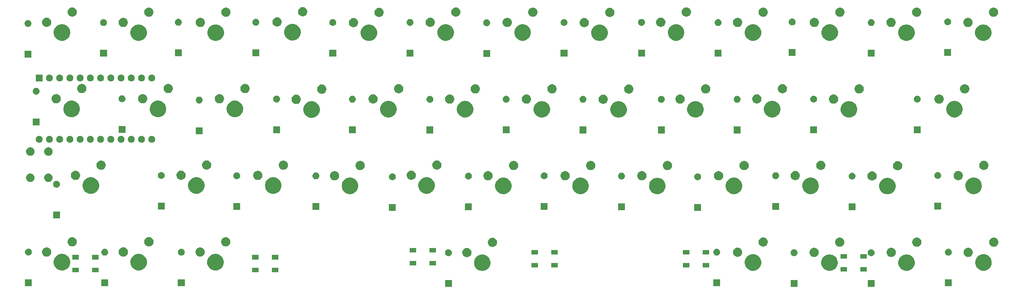
<source format=gbs>
G04 #@! TF.GenerationSoftware,KiCad,Pcbnew,(5.0.2)-1*
G04 #@! TF.CreationDate,2019-01-23T12:21:28-05:00*
G04 #@! TF.ProjectId,TG4x,54473478-2e6b-4696-9361-645f70636258,rev?*
G04 #@! TF.SameCoordinates,Original*
G04 #@! TF.FileFunction,Soldermask,Bot*
G04 #@! TF.FilePolarity,Negative*
%FSLAX46Y46*%
G04 Gerber Fmt 4.6, Leading zero omitted, Abs format (unit mm)*
G04 Created by KiCad (PCBNEW (5.0.2)-1) date 1/23/2019 12:21:28 PM*
%MOMM*%
%LPD*%
G01*
G04 APERTURE LIST*
%ADD10C,0.100000*%
G04 APERTURE END LIST*
D10*
G36*
X131407000Y-111595000D02*
X129705000Y-111595000D01*
X129705000Y-109893000D01*
X131407000Y-109893000D01*
X131407000Y-111595000D01*
X131407000Y-111595000D01*
G37*
G36*
X217182800Y-111595000D02*
X215480800Y-111595000D01*
X215480800Y-109893000D01*
X217182800Y-109893000D01*
X217182800Y-111595000D01*
X217182800Y-111595000D01*
G37*
G36*
X236309000Y-111595000D02*
X234607000Y-111595000D01*
X234607000Y-109893000D01*
X236309000Y-109893000D01*
X236309000Y-111595000D01*
X236309000Y-111595000D01*
G37*
G36*
X255486000Y-111468000D02*
X253784000Y-111468000D01*
X253784000Y-109766000D01*
X255486000Y-109766000D01*
X255486000Y-111468000D01*
X255486000Y-111468000D01*
G37*
G36*
X197980400Y-111468000D02*
X196278400Y-111468000D01*
X196278400Y-109766000D01*
X197980400Y-109766000D01*
X197980400Y-111468000D01*
X197980400Y-111468000D01*
G37*
G36*
X46088400Y-111468000D02*
X44386400Y-111468000D01*
X44386400Y-109766000D01*
X46088400Y-109766000D01*
X46088400Y-111468000D01*
X46088400Y-111468000D01*
G37*
G36*
X65087600Y-111468000D02*
X63385600Y-111468000D01*
X63385600Y-109766000D01*
X65087600Y-109766000D01*
X65087600Y-111468000D01*
X65087600Y-111468000D01*
G37*
G36*
X27140000Y-111417200D02*
X25438000Y-111417200D01*
X25438000Y-109715200D01*
X27140000Y-109715200D01*
X27140000Y-111417200D01*
X27140000Y-111417200D01*
G37*
G36*
X88341000Y-107993000D02*
X86739000Y-107993000D01*
X86739000Y-106891000D01*
X88341000Y-106891000D01*
X88341000Y-107993000D01*
X88341000Y-107993000D01*
G37*
G36*
X83441000Y-107993000D02*
X81839000Y-107993000D01*
X81839000Y-106891000D01*
X83441000Y-106891000D01*
X83441000Y-107993000D01*
X83441000Y-107993000D01*
G37*
G36*
X43727000Y-107993000D02*
X42125000Y-107993000D01*
X42125000Y-106891000D01*
X43727000Y-106891000D01*
X43727000Y-107993000D01*
X43727000Y-107993000D01*
G37*
G36*
X38827000Y-107993000D02*
X37225000Y-107993000D01*
X37225000Y-106891000D01*
X38827000Y-106891000D01*
X38827000Y-107993000D01*
X38827000Y-107993000D01*
G37*
G36*
X229491000Y-107815000D02*
X227889000Y-107815000D01*
X227889000Y-106713000D01*
X229491000Y-106713000D01*
X229491000Y-107815000D01*
X229491000Y-107815000D01*
G37*
G36*
X234391000Y-107815000D02*
X232789000Y-107815000D01*
X232789000Y-106713000D01*
X234391000Y-106713000D01*
X234391000Y-107815000D01*
X234391000Y-107815000D01*
G37*
G36*
X139536252Y-103641018D02*
X139536254Y-103641019D01*
X139536255Y-103641019D01*
X139909513Y-103795627D01*
X140177963Y-103975000D01*
X140245439Y-104020086D01*
X140531114Y-104305761D01*
X140531116Y-104305764D01*
X140755573Y-104641687D01*
X140857576Y-104887945D01*
X140910182Y-105014948D01*
X140989000Y-105411193D01*
X140989000Y-105815207D01*
X140915234Y-106186055D01*
X140910181Y-106211455D01*
X140755573Y-106584713D01*
X140550918Y-106891000D01*
X140531114Y-106920639D01*
X140245439Y-107206314D01*
X140245436Y-107206316D01*
X139909513Y-107430773D01*
X139536255Y-107585381D01*
X139536254Y-107585381D01*
X139536252Y-107585382D01*
X139140007Y-107664200D01*
X138735993Y-107664200D01*
X138339748Y-107585382D01*
X138339746Y-107585381D01*
X138339745Y-107585381D01*
X137966487Y-107430773D01*
X137630564Y-107206316D01*
X137630561Y-107206314D01*
X137344886Y-106920639D01*
X137325082Y-106891000D01*
X137120427Y-106584713D01*
X136965819Y-106211455D01*
X136960767Y-106186055D01*
X136887000Y-105815207D01*
X136887000Y-105411193D01*
X136965818Y-105014948D01*
X137018424Y-104887945D01*
X137120427Y-104641687D01*
X137344884Y-104305764D01*
X137344886Y-104305761D01*
X137630561Y-104020086D01*
X137698037Y-103975000D01*
X137966487Y-103795627D01*
X138339745Y-103641019D01*
X138339746Y-103641019D01*
X138339748Y-103641018D01*
X138735993Y-103562200D01*
X139140007Y-103562200D01*
X139536252Y-103641018D01*
X139536252Y-103641018D01*
G37*
G36*
X225718452Y-103615618D02*
X225718454Y-103615619D01*
X225718455Y-103615619D01*
X226091713Y-103770227D01*
X226366004Y-103953503D01*
X226427639Y-103994686D01*
X226713314Y-104280361D01*
X226713316Y-104280364D01*
X226937773Y-104616287D01*
X227050297Y-104887945D01*
X227092382Y-104989548D01*
X227171200Y-105385793D01*
X227171200Y-105789807D01*
X227097434Y-106160655D01*
X227092381Y-106186055D01*
X226937773Y-106559313D01*
X226730288Y-106869836D01*
X226713314Y-106895239D01*
X226427639Y-107180914D01*
X226427636Y-107180916D01*
X226091713Y-107405373D01*
X225718455Y-107559981D01*
X225718454Y-107559981D01*
X225718452Y-107559982D01*
X225322207Y-107638800D01*
X224918193Y-107638800D01*
X224521948Y-107559982D01*
X224521946Y-107559981D01*
X224521945Y-107559981D01*
X224148687Y-107405373D01*
X223812764Y-107180916D01*
X223812761Y-107180914D01*
X223527086Y-106895239D01*
X223510112Y-106869836D01*
X223302627Y-106559313D01*
X223148019Y-106186055D01*
X223142967Y-106160655D01*
X223069200Y-105789807D01*
X223069200Y-105385793D01*
X223148018Y-104989548D01*
X223190103Y-104887945D01*
X223302627Y-104616287D01*
X223527084Y-104280364D01*
X223527086Y-104280361D01*
X223812761Y-103994686D01*
X223874396Y-103953503D01*
X224148687Y-103770227D01*
X224521945Y-103615619D01*
X224521946Y-103615619D01*
X224521948Y-103615618D01*
X224918193Y-103536800D01*
X225322207Y-103536800D01*
X225718452Y-103615618D01*
X225718452Y-103615618D01*
G37*
G36*
X244844652Y-103615618D02*
X244844654Y-103615619D01*
X244844655Y-103615619D01*
X245217913Y-103770227D01*
X245492204Y-103953503D01*
X245553839Y-103994686D01*
X245839514Y-104280361D01*
X245839516Y-104280364D01*
X246063973Y-104616287D01*
X246176497Y-104887945D01*
X246218582Y-104989548D01*
X246297400Y-105385793D01*
X246297400Y-105789807D01*
X246223634Y-106160655D01*
X246218581Y-106186055D01*
X246063973Y-106559313D01*
X245856488Y-106869836D01*
X245839514Y-106895239D01*
X245553839Y-107180914D01*
X245553836Y-107180916D01*
X245217913Y-107405373D01*
X244844655Y-107559981D01*
X244844654Y-107559981D01*
X244844652Y-107559982D01*
X244448407Y-107638800D01*
X244044393Y-107638800D01*
X243648148Y-107559982D01*
X243648146Y-107559981D01*
X243648145Y-107559981D01*
X243274887Y-107405373D01*
X242938964Y-107180916D01*
X242938961Y-107180914D01*
X242653286Y-106895239D01*
X242636312Y-106869836D01*
X242428827Y-106559313D01*
X242274219Y-106186055D01*
X242269167Y-106160655D01*
X242195400Y-105789807D01*
X242195400Y-105385793D01*
X242274218Y-104989548D01*
X242316303Y-104887945D01*
X242428827Y-104616287D01*
X242653284Y-104280364D01*
X242653286Y-104280361D01*
X242938961Y-103994686D01*
X243000596Y-103953503D01*
X243274887Y-103770227D01*
X243648145Y-103615619D01*
X243648146Y-103615619D01*
X243648148Y-103615618D01*
X244044393Y-103536800D01*
X244448407Y-103536800D01*
X244844652Y-103615618D01*
X244844652Y-103615618D01*
G37*
G36*
X263945452Y-103590218D02*
X263945454Y-103590219D01*
X263945455Y-103590219D01*
X264318713Y-103744827D01*
X264613560Y-103941838D01*
X264654639Y-103969286D01*
X264940314Y-104254961D01*
X264940316Y-104254964D01*
X265164773Y-104590887D01*
X265287818Y-104887945D01*
X265319382Y-104964148D01*
X265398200Y-105360393D01*
X265398200Y-105764407D01*
X265324434Y-106135255D01*
X265319381Y-106160655D01*
X265164773Y-106533913D01*
X265130829Y-106584713D01*
X264940314Y-106869839D01*
X264654639Y-107155514D01*
X264654636Y-107155516D01*
X264318713Y-107379973D01*
X263945455Y-107534581D01*
X263945454Y-107534581D01*
X263945452Y-107534582D01*
X263549207Y-107613400D01*
X263145193Y-107613400D01*
X262748948Y-107534582D01*
X262748946Y-107534581D01*
X262748945Y-107534581D01*
X262375687Y-107379973D01*
X262039764Y-107155516D01*
X262039761Y-107155514D01*
X261754086Y-106869839D01*
X261563571Y-106584713D01*
X261529627Y-106533913D01*
X261375019Y-106160655D01*
X261369967Y-106135255D01*
X261296200Y-105764407D01*
X261296200Y-105360393D01*
X261375018Y-104964148D01*
X261406582Y-104887945D01*
X261529627Y-104590887D01*
X261754084Y-104254964D01*
X261754086Y-104254961D01*
X262039761Y-103969286D01*
X262080840Y-103941838D01*
X262375687Y-103744827D01*
X262748945Y-103590219D01*
X262748946Y-103590219D01*
X262748948Y-103590218D01*
X263145193Y-103511400D01*
X263549207Y-103511400D01*
X263945452Y-103590218D01*
X263945452Y-103590218D01*
G37*
G36*
X206719252Y-103564818D02*
X206719254Y-103564819D01*
X206719255Y-103564819D01*
X207092513Y-103719427D01*
X207383746Y-103914023D01*
X207428439Y-103943886D01*
X207714114Y-104229561D01*
X207714116Y-104229564D01*
X207938573Y-104565487D01*
X208072139Y-104887945D01*
X208093182Y-104938748D01*
X208172000Y-105334993D01*
X208172000Y-105739007D01*
X208103287Y-106084452D01*
X208093181Y-106135255D01*
X207938573Y-106508513D01*
X207744475Y-106799000D01*
X207714114Y-106844439D01*
X207428439Y-107130114D01*
X207428436Y-107130116D01*
X207092513Y-107354573D01*
X206719255Y-107509181D01*
X206719254Y-107509181D01*
X206719252Y-107509182D01*
X206323007Y-107588000D01*
X205918993Y-107588000D01*
X205522748Y-107509182D01*
X205522746Y-107509181D01*
X205522745Y-107509181D01*
X205149487Y-107354573D01*
X204813564Y-107130116D01*
X204813561Y-107130114D01*
X204527886Y-106844439D01*
X204497525Y-106799000D01*
X204303427Y-106508513D01*
X204148819Y-106135255D01*
X204138714Y-106084452D01*
X204070000Y-105739007D01*
X204070000Y-105334993D01*
X204148818Y-104938748D01*
X204169861Y-104887945D01*
X204303427Y-104565487D01*
X204527884Y-104229564D01*
X204527886Y-104229561D01*
X204813561Y-103943886D01*
X204858254Y-103914023D01*
X205149487Y-103719427D01*
X205522745Y-103564819D01*
X205522746Y-103564819D01*
X205522748Y-103564818D01*
X205918993Y-103486000D01*
X206323007Y-103486000D01*
X206719252Y-103564818D01*
X206719252Y-103564818D01*
G37*
G36*
X35218452Y-103514018D02*
X35218454Y-103514019D01*
X35218455Y-103514019D01*
X35591713Y-103668627D01*
X35860163Y-103848000D01*
X35927639Y-103893086D01*
X36213314Y-104178761D01*
X36213316Y-104178764D01*
X36437773Y-104514687D01*
X36592381Y-104887945D01*
X36592382Y-104887948D01*
X36671200Y-105284193D01*
X36671200Y-105688207D01*
X36594908Y-106071755D01*
X36592381Y-106084455D01*
X36437773Y-106457713D01*
X36386857Y-106533914D01*
X36213314Y-106793639D01*
X35927639Y-107079314D01*
X35927636Y-107079316D01*
X35591713Y-107303773D01*
X35218455Y-107458381D01*
X35218454Y-107458381D01*
X35218452Y-107458382D01*
X34822207Y-107537200D01*
X34418193Y-107537200D01*
X34021948Y-107458382D01*
X34021946Y-107458381D01*
X34021945Y-107458381D01*
X33648687Y-107303773D01*
X33312764Y-107079316D01*
X33312761Y-107079314D01*
X33027086Y-106793639D01*
X32853543Y-106533914D01*
X32802627Y-106457713D01*
X32648019Y-106084455D01*
X32645493Y-106071755D01*
X32569200Y-105688207D01*
X32569200Y-105284193D01*
X32648018Y-104887948D01*
X32648019Y-104887945D01*
X32802627Y-104514687D01*
X33027084Y-104178764D01*
X33027086Y-104178761D01*
X33312761Y-103893086D01*
X33380237Y-103848000D01*
X33648687Y-103668627D01*
X34021945Y-103514019D01*
X34021946Y-103514019D01*
X34021948Y-103514018D01*
X34418193Y-103435200D01*
X34822207Y-103435200D01*
X35218452Y-103514018D01*
X35218452Y-103514018D01*
G37*
G36*
X73318452Y-103514018D02*
X73318454Y-103514019D01*
X73318455Y-103514019D01*
X73691713Y-103668627D01*
X73960163Y-103848000D01*
X74027639Y-103893086D01*
X74313314Y-104178761D01*
X74313316Y-104178764D01*
X74537773Y-104514687D01*
X74692381Y-104887945D01*
X74692382Y-104887948D01*
X74771200Y-105284193D01*
X74771200Y-105688207D01*
X74694908Y-106071755D01*
X74692381Y-106084455D01*
X74537773Y-106457713D01*
X74486857Y-106533914D01*
X74313314Y-106793639D01*
X74027639Y-107079314D01*
X74027636Y-107079316D01*
X73691713Y-107303773D01*
X73318455Y-107458381D01*
X73318454Y-107458381D01*
X73318452Y-107458382D01*
X72922207Y-107537200D01*
X72518193Y-107537200D01*
X72121948Y-107458382D01*
X72121946Y-107458381D01*
X72121945Y-107458381D01*
X71748687Y-107303773D01*
X71412764Y-107079316D01*
X71412761Y-107079314D01*
X71127086Y-106793639D01*
X70953543Y-106533914D01*
X70902627Y-106457713D01*
X70748019Y-106084455D01*
X70745493Y-106071755D01*
X70669200Y-105688207D01*
X70669200Y-105284193D01*
X70748018Y-104887948D01*
X70748019Y-104887945D01*
X70902627Y-104514687D01*
X71127084Y-104178764D01*
X71127086Y-104178761D01*
X71412761Y-103893086D01*
X71480237Y-103848000D01*
X71748687Y-103668627D01*
X72121945Y-103514019D01*
X72121946Y-103514019D01*
X72121948Y-103514018D01*
X72518193Y-103435200D01*
X72922207Y-103435200D01*
X73318452Y-103514018D01*
X73318452Y-103514018D01*
G37*
G36*
X54255752Y-103501318D02*
X54255754Y-103501319D01*
X54255755Y-103501319D01*
X54629013Y-103655927D01*
X54897020Y-103835004D01*
X54964939Y-103880386D01*
X55250614Y-104166061D01*
X55250616Y-104166064D01*
X55475073Y-104501987D01*
X55480333Y-104514686D01*
X55629682Y-104875248D01*
X55708500Y-105271493D01*
X55708500Y-105675507D01*
X55685765Y-105789806D01*
X55629681Y-106071755D01*
X55475073Y-106445013D01*
X55296009Y-106713000D01*
X55250614Y-106780939D01*
X54964939Y-107066614D01*
X54964936Y-107066616D01*
X54629013Y-107291073D01*
X54255755Y-107445681D01*
X54255754Y-107445681D01*
X54255752Y-107445682D01*
X53859507Y-107524500D01*
X53455493Y-107524500D01*
X53059248Y-107445682D01*
X53059246Y-107445681D01*
X53059245Y-107445681D01*
X52685987Y-107291073D01*
X52350064Y-107066616D01*
X52350061Y-107066614D01*
X52064386Y-106780939D01*
X52018991Y-106713000D01*
X51839927Y-106445013D01*
X51685319Y-106071755D01*
X51629236Y-105789806D01*
X51606500Y-105675507D01*
X51606500Y-105271493D01*
X51685318Y-104875248D01*
X51834667Y-104514686D01*
X51839927Y-104501987D01*
X52064384Y-104166064D01*
X52064386Y-104166061D01*
X52350061Y-103880386D01*
X52417980Y-103835004D01*
X52685987Y-103655927D01*
X53059245Y-103501319D01*
X53059246Y-103501319D01*
X53059248Y-103501318D01*
X53455493Y-103422500D01*
X53859507Y-103422500D01*
X54255752Y-103501318D01*
X54255752Y-103501318D01*
G37*
G36*
X152783000Y-106799000D02*
X151181000Y-106799000D01*
X151181000Y-105697000D01*
X152783000Y-105697000D01*
X152783000Y-106799000D01*
X152783000Y-106799000D01*
G37*
G36*
X195275000Y-106799000D02*
X193673000Y-106799000D01*
X193673000Y-105697000D01*
X195275000Y-105697000D01*
X195275000Y-106799000D01*
X195275000Y-106799000D01*
G37*
G36*
X190375000Y-106799000D02*
X188773000Y-106799000D01*
X188773000Y-105697000D01*
X190375000Y-105697000D01*
X190375000Y-106799000D01*
X190375000Y-106799000D01*
G37*
G36*
X157683000Y-106799000D02*
X156081000Y-106799000D01*
X156081000Y-105697000D01*
X157683000Y-105697000D01*
X157683000Y-106799000D01*
X157683000Y-106799000D01*
G37*
G36*
X127457000Y-106291000D02*
X125855000Y-106291000D01*
X125855000Y-105189000D01*
X127457000Y-105189000D01*
X127457000Y-106291000D01*
X127457000Y-106291000D01*
G37*
G36*
X122557000Y-106291000D02*
X120955000Y-106291000D01*
X120955000Y-105189000D01*
X122557000Y-105189000D01*
X122557000Y-106291000D01*
X122557000Y-106291000D01*
G37*
G36*
X38827000Y-104793000D02*
X37225000Y-104793000D01*
X37225000Y-103691000D01*
X38827000Y-103691000D01*
X38827000Y-104793000D01*
X38827000Y-104793000D01*
G37*
G36*
X83441000Y-104793000D02*
X81839000Y-104793000D01*
X81839000Y-103691000D01*
X83441000Y-103691000D01*
X83441000Y-104793000D01*
X83441000Y-104793000D01*
G37*
G36*
X43727000Y-104793000D02*
X42125000Y-104793000D01*
X42125000Y-103691000D01*
X43727000Y-103691000D01*
X43727000Y-104793000D01*
X43727000Y-104793000D01*
G37*
G36*
X88341000Y-104793000D02*
X86739000Y-104793000D01*
X86739000Y-103691000D01*
X88341000Y-103691000D01*
X88341000Y-104793000D01*
X88341000Y-104793000D01*
G37*
G36*
X234391000Y-104615000D02*
X232789000Y-104615000D01*
X232789000Y-103513000D01*
X234391000Y-103513000D01*
X234391000Y-104615000D01*
X234391000Y-104615000D01*
G37*
G36*
X229491000Y-104615000D02*
X227889000Y-104615000D01*
X227889000Y-103513000D01*
X229491000Y-103513000D01*
X229491000Y-104615000D01*
X229491000Y-104615000D01*
G37*
G36*
X135463734Y-101966432D02*
X135673202Y-102053196D01*
X135861723Y-102179162D01*
X136022038Y-102339477D01*
X136148004Y-102527998D01*
X136234768Y-102737466D01*
X136279000Y-102959835D01*
X136279000Y-103186565D01*
X136234768Y-103408934D01*
X136148004Y-103618402D01*
X136022038Y-103806923D01*
X135861723Y-103967238D01*
X135673202Y-104093204D01*
X135463734Y-104179968D01*
X135241365Y-104224200D01*
X135014635Y-104224200D01*
X134792266Y-104179968D01*
X134582798Y-104093204D01*
X134394277Y-103967238D01*
X134233962Y-103806923D01*
X134107996Y-103618402D01*
X134021232Y-103408934D01*
X133977000Y-103186565D01*
X133977000Y-102959835D01*
X134021232Y-102737466D01*
X134107996Y-102527998D01*
X134233962Y-102339477D01*
X134394277Y-102179162D01*
X134582798Y-102053196D01*
X134792266Y-101966432D01*
X135014635Y-101922200D01*
X135241365Y-101922200D01*
X135463734Y-101966432D01*
X135463734Y-101966432D01*
G37*
G36*
X221645934Y-101941032D02*
X221855402Y-102027796D01*
X222043923Y-102153762D01*
X222204238Y-102314077D01*
X222330204Y-102502598D01*
X222416968Y-102712066D01*
X222461200Y-102934435D01*
X222461200Y-103161165D01*
X222416968Y-103383534D01*
X222330204Y-103593002D01*
X222204238Y-103781523D01*
X222043923Y-103941838D01*
X221855402Y-104067804D01*
X221645934Y-104154568D01*
X221423565Y-104198800D01*
X221196835Y-104198800D01*
X220974466Y-104154568D01*
X220764998Y-104067804D01*
X220576477Y-103941838D01*
X220416162Y-103781523D01*
X220290196Y-103593002D01*
X220203432Y-103383534D01*
X220159200Y-103161165D01*
X220159200Y-102934435D01*
X220203432Y-102712066D01*
X220290196Y-102502598D01*
X220416162Y-102314077D01*
X220576477Y-102153762D01*
X220764998Y-102027796D01*
X220974466Y-101941032D01*
X221196835Y-101896800D01*
X221423565Y-101896800D01*
X221645934Y-101941032D01*
X221645934Y-101941032D01*
G37*
G36*
X240772134Y-101941032D02*
X240981602Y-102027796D01*
X241170123Y-102153762D01*
X241330438Y-102314077D01*
X241456404Y-102502598D01*
X241543168Y-102712066D01*
X241587400Y-102934435D01*
X241587400Y-103161165D01*
X241543168Y-103383534D01*
X241456404Y-103593002D01*
X241330438Y-103781523D01*
X241170123Y-103941838D01*
X240981602Y-104067804D01*
X240772134Y-104154568D01*
X240549765Y-104198800D01*
X240323035Y-104198800D01*
X240100666Y-104154568D01*
X239891198Y-104067804D01*
X239702677Y-103941838D01*
X239542362Y-103781523D01*
X239416396Y-103593002D01*
X239329632Y-103383534D01*
X239285400Y-103161165D01*
X239285400Y-102934435D01*
X239329632Y-102712066D01*
X239416396Y-102502598D01*
X239542362Y-102314077D01*
X239702677Y-102153762D01*
X239891198Y-102027796D01*
X240100666Y-101941032D01*
X240323035Y-101896800D01*
X240549765Y-101896800D01*
X240772134Y-101941032D01*
X240772134Y-101941032D01*
G37*
G36*
X259872934Y-101915632D02*
X260082402Y-102002396D01*
X260270923Y-102128362D01*
X260431238Y-102288677D01*
X260557204Y-102477198D01*
X260643968Y-102686666D01*
X260688200Y-102909035D01*
X260688200Y-103135765D01*
X260643968Y-103358134D01*
X260557204Y-103567602D01*
X260431238Y-103756123D01*
X260270923Y-103916438D01*
X260082402Y-104042404D01*
X259872934Y-104129168D01*
X259650565Y-104173400D01*
X259423835Y-104173400D01*
X259201466Y-104129168D01*
X258991998Y-104042404D01*
X258803477Y-103916438D01*
X258643162Y-103756123D01*
X258517196Y-103567602D01*
X258430432Y-103358134D01*
X258386200Y-103135765D01*
X258386200Y-102909035D01*
X258430432Y-102686666D01*
X258517196Y-102477198D01*
X258643162Y-102288677D01*
X258803477Y-102128362D01*
X258991998Y-102002396D01*
X259201466Y-101915632D01*
X259423835Y-101871400D01*
X259650565Y-101871400D01*
X259872934Y-101915632D01*
X259872934Y-101915632D01*
G37*
G36*
X202646734Y-101890232D02*
X202856202Y-101976996D01*
X203044723Y-102102962D01*
X203205038Y-102263277D01*
X203331004Y-102451798D01*
X203417768Y-102661266D01*
X203462000Y-102883635D01*
X203462000Y-103110365D01*
X203417768Y-103332734D01*
X203331004Y-103542202D01*
X203205038Y-103730723D01*
X203044723Y-103891038D01*
X202856202Y-104017004D01*
X202646734Y-104103768D01*
X202424365Y-104148000D01*
X202197635Y-104148000D01*
X201975266Y-104103768D01*
X201765798Y-104017004D01*
X201577277Y-103891038D01*
X201416962Y-103730723D01*
X201290996Y-103542202D01*
X201204232Y-103332734D01*
X201160000Y-103110365D01*
X201160000Y-102883635D01*
X201204232Y-102661266D01*
X201290996Y-102451798D01*
X201416962Y-102263277D01*
X201577277Y-102102962D01*
X201765798Y-101976996D01*
X201975266Y-101890232D01*
X202197635Y-101846000D01*
X202424365Y-101846000D01*
X202646734Y-101890232D01*
X202646734Y-101890232D01*
G37*
G36*
X31145934Y-101839432D02*
X31355402Y-101926196D01*
X31543923Y-102052162D01*
X31704238Y-102212477D01*
X31830204Y-102400998D01*
X31916968Y-102610466D01*
X31961200Y-102832835D01*
X31961200Y-103059565D01*
X31916968Y-103281934D01*
X31830204Y-103491402D01*
X31704238Y-103679923D01*
X31543923Y-103840238D01*
X31355402Y-103966204D01*
X31145934Y-104052968D01*
X30923565Y-104097200D01*
X30696835Y-104097200D01*
X30474466Y-104052968D01*
X30264998Y-103966204D01*
X30076477Y-103840238D01*
X29916162Y-103679923D01*
X29790196Y-103491402D01*
X29703432Y-103281934D01*
X29659200Y-103059565D01*
X29659200Y-102832835D01*
X29703432Y-102610466D01*
X29790196Y-102400998D01*
X29916162Y-102212477D01*
X30076477Y-102052162D01*
X30264998Y-101926196D01*
X30474466Y-101839432D01*
X30696835Y-101795200D01*
X30923565Y-101795200D01*
X31145934Y-101839432D01*
X31145934Y-101839432D01*
G37*
G36*
X69245934Y-101839432D02*
X69455402Y-101926196D01*
X69643923Y-102052162D01*
X69804238Y-102212477D01*
X69930204Y-102400998D01*
X70016968Y-102610466D01*
X70061200Y-102832835D01*
X70061200Y-103059565D01*
X70016968Y-103281934D01*
X69930204Y-103491402D01*
X69804238Y-103679923D01*
X69643923Y-103840238D01*
X69455402Y-103966204D01*
X69245934Y-104052968D01*
X69023565Y-104097200D01*
X68796835Y-104097200D01*
X68574466Y-104052968D01*
X68364998Y-103966204D01*
X68176477Y-103840238D01*
X68016162Y-103679923D01*
X67890196Y-103491402D01*
X67803432Y-103281934D01*
X67759200Y-103059565D01*
X67759200Y-102832835D01*
X67803432Y-102610466D01*
X67890196Y-102400998D01*
X68016162Y-102212477D01*
X68176477Y-102052162D01*
X68364998Y-101926196D01*
X68574466Y-101839432D01*
X68796835Y-101795200D01*
X69023565Y-101795200D01*
X69245934Y-101839432D01*
X69245934Y-101839432D01*
G37*
G36*
X50183234Y-101826732D02*
X50392702Y-101913496D01*
X50581223Y-102039462D01*
X50741538Y-102199777D01*
X50867504Y-102388298D01*
X50954268Y-102597766D01*
X50998500Y-102820135D01*
X50998500Y-103046865D01*
X50954268Y-103269234D01*
X50867504Y-103478702D01*
X50741538Y-103667223D01*
X50581223Y-103827538D01*
X50392702Y-103953504D01*
X50183234Y-104040268D01*
X49960865Y-104084500D01*
X49734135Y-104084500D01*
X49511766Y-104040268D01*
X49302298Y-103953504D01*
X49113777Y-103827538D01*
X48953462Y-103667223D01*
X48827496Y-103478702D01*
X48740732Y-103269234D01*
X48696500Y-103046865D01*
X48696500Y-102820135D01*
X48740732Y-102597766D01*
X48827496Y-102388298D01*
X48953462Y-102199777D01*
X49113777Y-102039462D01*
X49302298Y-101913496D01*
X49511766Y-101826732D01*
X49734135Y-101782500D01*
X49960865Y-101782500D01*
X50183234Y-101826732D01*
X50183234Y-101826732D01*
G37*
G36*
X235624821Y-102285313D02*
X235624824Y-102285314D01*
X235624825Y-102285314D01*
X235785239Y-102333975D01*
X235785241Y-102333976D01*
X235785244Y-102333977D01*
X235933078Y-102412995D01*
X236062659Y-102519341D01*
X236169005Y-102648922D01*
X236248023Y-102796756D01*
X236248024Y-102796759D01*
X236248025Y-102796761D01*
X236258968Y-102832836D01*
X236296687Y-102957179D01*
X236313117Y-103124000D01*
X236296687Y-103290821D01*
X236296686Y-103290824D01*
X236296686Y-103290825D01*
X236256743Y-103422500D01*
X236248023Y-103451244D01*
X236169005Y-103599078D01*
X236062659Y-103728659D01*
X235933078Y-103835005D01*
X235785244Y-103914023D01*
X235785241Y-103914024D01*
X235785239Y-103914025D01*
X235624825Y-103962686D01*
X235624824Y-103962686D01*
X235624821Y-103962687D01*
X235499804Y-103975000D01*
X235416196Y-103975000D01*
X235291179Y-103962687D01*
X235291176Y-103962686D01*
X235291175Y-103962686D01*
X235130761Y-103914025D01*
X235130759Y-103914024D01*
X235130756Y-103914023D01*
X234982922Y-103835005D01*
X234853341Y-103728659D01*
X234746995Y-103599078D01*
X234667977Y-103451244D01*
X234659258Y-103422500D01*
X234619314Y-103290825D01*
X234619314Y-103290824D01*
X234619313Y-103290821D01*
X234602883Y-103124000D01*
X234619313Y-102957179D01*
X234657032Y-102832836D01*
X234667975Y-102796761D01*
X234667976Y-102796759D01*
X234667977Y-102796756D01*
X234746995Y-102648922D01*
X234853341Y-102519341D01*
X234982922Y-102412995D01*
X235130756Y-102333977D01*
X235130759Y-102333976D01*
X235130761Y-102333975D01*
X235291175Y-102285314D01*
X235291176Y-102285314D01*
X235291179Y-102285313D01*
X235416196Y-102273000D01*
X235499804Y-102273000D01*
X235624821Y-102285313D01*
X235624821Y-102285313D01*
G37*
G36*
X130722821Y-102285313D02*
X130722824Y-102285314D01*
X130722825Y-102285314D01*
X130883239Y-102333975D01*
X130883241Y-102333976D01*
X130883244Y-102333977D01*
X131031078Y-102412995D01*
X131160659Y-102519341D01*
X131267005Y-102648922D01*
X131346023Y-102796756D01*
X131346024Y-102796759D01*
X131346025Y-102796761D01*
X131356968Y-102832836D01*
X131394687Y-102957179D01*
X131411117Y-103124000D01*
X131394687Y-103290821D01*
X131394686Y-103290824D01*
X131394686Y-103290825D01*
X131354743Y-103422500D01*
X131346023Y-103451244D01*
X131267005Y-103599078D01*
X131160659Y-103728659D01*
X131031078Y-103835005D01*
X130883244Y-103914023D01*
X130883241Y-103914024D01*
X130883239Y-103914025D01*
X130722825Y-103962686D01*
X130722824Y-103962686D01*
X130722821Y-103962687D01*
X130597804Y-103975000D01*
X130514196Y-103975000D01*
X130389179Y-103962687D01*
X130389176Y-103962686D01*
X130389175Y-103962686D01*
X130228761Y-103914025D01*
X130228759Y-103914024D01*
X130228756Y-103914023D01*
X130080922Y-103835005D01*
X129951341Y-103728659D01*
X129844995Y-103599078D01*
X129765977Y-103451244D01*
X129757258Y-103422500D01*
X129717314Y-103290825D01*
X129717314Y-103290824D01*
X129717313Y-103290821D01*
X129700883Y-103124000D01*
X129717313Y-102957179D01*
X129755032Y-102832836D01*
X129765975Y-102796761D01*
X129765976Y-102796759D01*
X129765977Y-102796756D01*
X129844995Y-102648922D01*
X129951341Y-102519341D01*
X130080922Y-102412995D01*
X130228756Y-102333977D01*
X130228759Y-102333976D01*
X130228761Y-102333975D01*
X130389175Y-102285314D01*
X130389176Y-102285314D01*
X130389179Y-102285313D01*
X130514196Y-102273000D01*
X130597804Y-102273000D01*
X130722821Y-102285313D01*
X130722821Y-102285313D01*
G37*
G36*
X216498621Y-102285313D02*
X216498624Y-102285314D01*
X216498625Y-102285314D01*
X216659039Y-102333975D01*
X216659041Y-102333976D01*
X216659044Y-102333977D01*
X216806878Y-102412995D01*
X216936459Y-102519341D01*
X217042805Y-102648922D01*
X217121823Y-102796756D01*
X217121824Y-102796759D01*
X217121825Y-102796761D01*
X217132768Y-102832836D01*
X217170487Y-102957179D01*
X217186917Y-103124000D01*
X217170487Y-103290821D01*
X217170486Y-103290824D01*
X217170486Y-103290825D01*
X217130543Y-103422500D01*
X217121823Y-103451244D01*
X217042805Y-103599078D01*
X216936459Y-103728659D01*
X216806878Y-103835005D01*
X216659044Y-103914023D01*
X216659041Y-103914024D01*
X216659039Y-103914025D01*
X216498625Y-103962686D01*
X216498624Y-103962686D01*
X216498621Y-103962687D01*
X216373604Y-103975000D01*
X216289996Y-103975000D01*
X216164979Y-103962687D01*
X216164976Y-103962686D01*
X216164975Y-103962686D01*
X216004561Y-103914025D01*
X216004559Y-103914024D01*
X216004556Y-103914023D01*
X215856722Y-103835005D01*
X215727141Y-103728659D01*
X215620795Y-103599078D01*
X215541777Y-103451244D01*
X215533058Y-103422500D01*
X215493114Y-103290825D01*
X215493114Y-103290824D01*
X215493113Y-103290821D01*
X215476683Y-103124000D01*
X215493113Y-102957179D01*
X215530832Y-102832836D01*
X215541775Y-102796761D01*
X215541776Y-102796759D01*
X215541777Y-102796756D01*
X215620795Y-102648922D01*
X215727141Y-102519341D01*
X215856722Y-102412995D01*
X216004556Y-102333977D01*
X216004559Y-102333976D01*
X216004561Y-102333975D01*
X216164975Y-102285314D01*
X216164976Y-102285314D01*
X216164979Y-102285313D01*
X216289996Y-102273000D01*
X216373604Y-102273000D01*
X216498621Y-102285313D01*
X216498621Y-102285313D01*
G37*
G36*
X45404221Y-102158313D02*
X45404224Y-102158314D01*
X45404225Y-102158314D01*
X45564639Y-102206975D01*
X45564641Y-102206976D01*
X45564644Y-102206977D01*
X45712478Y-102285995D01*
X45842059Y-102392341D01*
X45948405Y-102521922D01*
X46027423Y-102669756D01*
X46027424Y-102669759D01*
X46027425Y-102669761D01*
X46076086Y-102830175D01*
X46076087Y-102830179D01*
X46092517Y-102997000D01*
X46076087Y-103163821D01*
X46076086Y-103163824D01*
X46076086Y-103163825D01*
X46044111Y-103269234D01*
X46027423Y-103324244D01*
X45948405Y-103472078D01*
X45842059Y-103601659D01*
X45712478Y-103708005D01*
X45564644Y-103787023D01*
X45564641Y-103787024D01*
X45564639Y-103787025D01*
X45404225Y-103835686D01*
X45404224Y-103835686D01*
X45404221Y-103835687D01*
X45279204Y-103848000D01*
X45195596Y-103848000D01*
X45070579Y-103835687D01*
X45070576Y-103835686D01*
X45070575Y-103835686D01*
X44910161Y-103787025D01*
X44910159Y-103787024D01*
X44910156Y-103787023D01*
X44762322Y-103708005D01*
X44632741Y-103601659D01*
X44526395Y-103472078D01*
X44447377Y-103324244D01*
X44430690Y-103269234D01*
X44398714Y-103163825D01*
X44398714Y-103163824D01*
X44398713Y-103163821D01*
X44382283Y-102997000D01*
X44398713Y-102830179D01*
X44398714Y-102830175D01*
X44447375Y-102669761D01*
X44447376Y-102669759D01*
X44447377Y-102669756D01*
X44526395Y-102521922D01*
X44632741Y-102392341D01*
X44762322Y-102285995D01*
X44910156Y-102206977D01*
X44910159Y-102206976D01*
X44910161Y-102206975D01*
X45070575Y-102158314D01*
X45070576Y-102158314D01*
X45070579Y-102158313D01*
X45195596Y-102146000D01*
X45279204Y-102146000D01*
X45404221Y-102158313D01*
X45404221Y-102158313D01*
G37*
G36*
X254801821Y-102158313D02*
X254801824Y-102158314D01*
X254801825Y-102158314D01*
X254962239Y-102206975D01*
X254962241Y-102206976D01*
X254962244Y-102206977D01*
X255110078Y-102285995D01*
X255239659Y-102392341D01*
X255346005Y-102521922D01*
X255425023Y-102669756D01*
X255425024Y-102669759D01*
X255425025Y-102669761D01*
X255473686Y-102830175D01*
X255473687Y-102830179D01*
X255490117Y-102997000D01*
X255473687Y-103163821D01*
X255473686Y-103163824D01*
X255473686Y-103163825D01*
X255441711Y-103269234D01*
X255425023Y-103324244D01*
X255346005Y-103472078D01*
X255239659Y-103601659D01*
X255110078Y-103708005D01*
X254962244Y-103787023D01*
X254962241Y-103787024D01*
X254962239Y-103787025D01*
X254801825Y-103835686D01*
X254801824Y-103835686D01*
X254801821Y-103835687D01*
X254676804Y-103848000D01*
X254593196Y-103848000D01*
X254468179Y-103835687D01*
X254468176Y-103835686D01*
X254468175Y-103835686D01*
X254307761Y-103787025D01*
X254307759Y-103787024D01*
X254307756Y-103787023D01*
X254159922Y-103708005D01*
X254030341Y-103601659D01*
X253923995Y-103472078D01*
X253844977Y-103324244D01*
X253828290Y-103269234D01*
X253796314Y-103163825D01*
X253796314Y-103163824D01*
X253796313Y-103163821D01*
X253779883Y-102997000D01*
X253796313Y-102830179D01*
X253796314Y-102830175D01*
X253844975Y-102669761D01*
X253844976Y-102669759D01*
X253844977Y-102669756D01*
X253923995Y-102521922D01*
X254030341Y-102392341D01*
X254159922Y-102285995D01*
X254307756Y-102206977D01*
X254307759Y-102206976D01*
X254307761Y-102206975D01*
X254468175Y-102158314D01*
X254468176Y-102158314D01*
X254468179Y-102158313D01*
X254593196Y-102146000D01*
X254676804Y-102146000D01*
X254801821Y-102158313D01*
X254801821Y-102158313D01*
G37*
G36*
X197296221Y-102158313D02*
X197296224Y-102158314D01*
X197296225Y-102158314D01*
X197456639Y-102206975D01*
X197456641Y-102206976D01*
X197456644Y-102206977D01*
X197604478Y-102285995D01*
X197734059Y-102392341D01*
X197840405Y-102521922D01*
X197919423Y-102669756D01*
X197919424Y-102669759D01*
X197919425Y-102669761D01*
X197968086Y-102830175D01*
X197968087Y-102830179D01*
X197984517Y-102997000D01*
X197968087Y-103163821D01*
X197968086Y-103163824D01*
X197968086Y-103163825D01*
X197936111Y-103269234D01*
X197919423Y-103324244D01*
X197840405Y-103472078D01*
X197734059Y-103601659D01*
X197604478Y-103708005D01*
X197456644Y-103787023D01*
X197456641Y-103787024D01*
X197456639Y-103787025D01*
X197296225Y-103835686D01*
X197296224Y-103835686D01*
X197296221Y-103835687D01*
X197171204Y-103848000D01*
X197087596Y-103848000D01*
X196962579Y-103835687D01*
X196962576Y-103835686D01*
X196962575Y-103835686D01*
X196802161Y-103787025D01*
X196802159Y-103787024D01*
X196802156Y-103787023D01*
X196654322Y-103708005D01*
X196524741Y-103601659D01*
X196418395Y-103472078D01*
X196339377Y-103324244D01*
X196322690Y-103269234D01*
X196290714Y-103163825D01*
X196290714Y-103163824D01*
X196290713Y-103163821D01*
X196274283Y-102997000D01*
X196290713Y-102830179D01*
X196290714Y-102830175D01*
X196339375Y-102669761D01*
X196339376Y-102669759D01*
X196339377Y-102669756D01*
X196418395Y-102521922D01*
X196524741Y-102392341D01*
X196654322Y-102285995D01*
X196802156Y-102206977D01*
X196802159Y-102206976D01*
X196802161Y-102206975D01*
X196962575Y-102158314D01*
X196962576Y-102158314D01*
X196962579Y-102158313D01*
X197087596Y-102146000D01*
X197171204Y-102146000D01*
X197296221Y-102158313D01*
X197296221Y-102158313D01*
G37*
G36*
X64403421Y-102158313D02*
X64403424Y-102158314D01*
X64403425Y-102158314D01*
X64563839Y-102206975D01*
X64563841Y-102206976D01*
X64563844Y-102206977D01*
X64711678Y-102285995D01*
X64841259Y-102392341D01*
X64947605Y-102521922D01*
X65026623Y-102669756D01*
X65026624Y-102669759D01*
X65026625Y-102669761D01*
X65075286Y-102830175D01*
X65075287Y-102830179D01*
X65091717Y-102997000D01*
X65075287Y-103163821D01*
X65075286Y-103163824D01*
X65075286Y-103163825D01*
X65043311Y-103269234D01*
X65026623Y-103324244D01*
X64947605Y-103472078D01*
X64841259Y-103601659D01*
X64711678Y-103708005D01*
X64563844Y-103787023D01*
X64563841Y-103787024D01*
X64563839Y-103787025D01*
X64403425Y-103835686D01*
X64403424Y-103835686D01*
X64403421Y-103835687D01*
X64278404Y-103848000D01*
X64194796Y-103848000D01*
X64069779Y-103835687D01*
X64069776Y-103835686D01*
X64069775Y-103835686D01*
X63909361Y-103787025D01*
X63909359Y-103787024D01*
X63909356Y-103787023D01*
X63761522Y-103708005D01*
X63631941Y-103601659D01*
X63525595Y-103472078D01*
X63446577Y-103324244D01*
X63429890Y-103269234D01*
X63397914Y-103163825D01*
X63397914Y-103163824D01*
X63397913Y-103163821D01*
X63381483Y-102997000D01*
X63397913Y-102830179D01*
X63397914Y-102830175D01*
X63446575Y-102669761D01*
X63446576Y-102669759D01*
X63446577Y-102669756D01*
X63525595Y-102521922D01*
X63631941Y-102392341D01*
X63761522Y-102285995D01*
X63909356Y-102206977D01*
X63909359Y-102206976D01*
X63909361Y-102206975D01*
X64069775Y-102158314D01*
X64069776Y-102158314D01*
X64069779Y-102158313D01*
X64194796Y-102146000D01*
X64278404Y-102146000D01*
X64403421Y-102158313D01*
X64403421Y-102158313D01*
G37*
G36*
X26455821Y-102107513D02*
X26455824Y-102107514D01*
X26455825Y-102107514D01*
X26616239Y-102156175D01*
X26616241Y-102156176D01*
X26616244Y-102156177D01*
X26764078Y-102235195D01*
X26893659Y-102341541D01*
X27000005Y-102471122D01*
X27079023Y-102618956D01*
X27079024Y-102618959D01*
X27079025Y-102618961D01*
X27091858Y-102661266D01*
X27127687Y-102779379D01*
X27144117Y-102946200D01*
X27127687Y-103113021D01*
X27127686Y-103113024D01*
X27127686Y-103113025D01*
X27080301Y-103269234D01*
X27079023Y-103273444D01*
X27000005Y-103421278D01*
X26893659Y-103550859D01*
X26764078Y-103657205D01*
X26616244Y-103736223D01*
X26616241Y-103736224D01*
X26616239Y-103736225D01*
X26455825Y-103784886D01*
X26455824Y-103784886D01*
X26455821Y-103784887D01*
X26330804Y-103797200D01*
X26247196Y-103797200D01*
X26122179Y-103784887D01*
X26122176Y-103784886D01*
X26122175Y-103784886D01*
X25961761Y-103736225D01*
X25961759Y-103736224D01*
X25961756Y-103736223D01*
X25813922Y-103657205D01*
X25684341Y-103550859D01*
X25577995Y-103421278D01*
X25498977Y-103273444D01*
X25497700Y-103269234D01*
X25450314Y-103113025D01*
X25450314Y-103113024D01*
X25450313Y-103113021D01*
X25433883Y-102946200D01*
X25450313Y-102779379D01*
X25486142Y-102661266D01*
X25498975Y-102618961D01*
X25498976Y-102618959D01*
X25498977Y-102618956D01*
X25577995Y-102471122D01*
X25684341Y-102341541D01*
X25813922Y-102235195D01*
X25961756Y-102156177D01*
X25961759Y-102156176D01*
X25961761Y-102156175D01*
X26122175Y-102107514D01*
X26122176Y-102107514D01*
X26122179Y-102107513D01*
X26247196Y-102095200D01*
X26330804Y-102095200D01*
X26455821Y-102107513D01*
X26455821Y-102107513D01*
G37*
G36*
X190375000Y-103599000D02*
X188773000Y-103599000D01*
X188773000Y-102497000D01*
X190375000Y-102497000D01*
X190375000Y-103599000D01*
X190375000Y-103599000D01*
G37*
G36*
X157683000Y-103599000D02*
X156081000Y-103599000D01*
X156081000Y-102497000D01*
X157683000Y-102497000D01*
X157683000Y-103599000D01*
X157683000Y-103599000D01*
G37*
G36*
X152783000Y-103599000D02*
X151181000Y-103599000D01*
X151181000Y-102497000D01*
X152783000Y-102497000D01*
X152783000Y-103599000D01*
X152783000Y-103599000D01*
G37*
G36*
X195275000Y-103599000D02*
X193673000Y-103599000D01*
X193673000Y-102497000D01*
X195275000Y-102497000D01*
X195275000Y-103599000D01*
X195275000Y-103599000D01*
G37*
G36*
X122557000Y-103091000D02*
X120955000Y-103091000D01*
X120955000Y-101989000D01*
X122557000Y-101989000D01*
X122557000Y-103091000D01*
X122557000Y-103091000D01*
G37*
G36*
X127457000Y-103091000D02*
X125855000Y-103091000D01*
X125855000Y-101989000D01*
X127457000Y-101989000D01*
X127457000Y-103091000D01*
X127457000Y-103091000D01*
G37*
G36*
X141813734Y-99426432D02*
X142023202Y-99513196D01*
X142211723Y-99639162D01*
X142372038Y-99799477D01*
X142498004Y-99987998D01*
X142584768Y-100197466D01*
X142629000Y-100419835D01*
X142629000Y-100646565D01*
X142584768Y-100868934D01*
X142498004Y-101078402D01*
X142372038Y-101266923D01*
X142211723Y-101427238D01*
X142023202Y-101553204D01*
X141813734Y-101639968D01*
X141591365Y-101684200D01*
X141364635Y-101684200D01*
X141142266Y-101639968D01*
X140932798Y-101553204D01*
X140744277Y-101427238D01*
X140583962Y-101266923D01*
X140457996Y-101078402D01*
X140371232Y-100868934D01*
X140327000Y-100646565D01*
X140327000Y-100419835D01*
X140371232Y-100197466D01*
X140457996Y-99987998D01*
X140583962Y-99799477D01*
X140744277Y-99639162D01*
X140932798Y-99513196D01*
X141142266Y-99426432D01*
X141364635Y-99382200D01*
X141591365Y-99382200D01*
X141813734Y-99426432D01*
X141813734Y-99426432D01*
G37*
G36*
X227995934Y-99401032D02*
X228205402Y-99487796D01*
X228393923Y-99613762D01*
X228554238Y-99774077D01*
X228680204Y-99962598D01*
X228766968Y-100172066D01*
X228811200Y-100394435D01*
X228811200Y-100621165D01*
X228766968Y-100843534D01*
X228680204Y-101053002D01*
X228554238Y-101241523D01*
X228393923Y-101401838D01*
X228205402Y-101527804D01*
X227995934Y-101614568D01*
X227773565Y-101658800D01*
X227546835Y-101658800D01*
X227324466Y-101614568D01*
X227114998Y-101527804D01*
X226926477Y-101401838D01*
X226766162Y-101241523D01*
X226640196Y-101053002D01*
X226553432Y-100843534D01*
X226509200Y-100621165D01*
X226509200Y-100394435D01*
X226553432Y-100172066D01*
X226640196Y-99962598D01*
X226766162Y-99774077D01*
X226926477Y-99613762D01*
X227114998Y-99487796D01*
X227324466Y-99401032D01*
X227546835Y-99356800D01*
X227773565Y-99356800D01*
X227995934Y-99401032D01*
X227995934Y-99401032D01*
G37*
G36*
X247122134Y-99401032D02*
X247331602Y-99487796D01*
X247520123Y-99613762D01*
X247680438Y-99774077D01*
X247806404Y-99962598D01*
X247893168Y-100172066D01*
X247937400Y-100394435D01*
X247937400Y-100621165D01*
X247893168Y-100843534D01*
X247806404Y-101053002D01*
X247680438Y-101241523D01*
X247520123Y-101401838D01*
X247331602Y-101527804D01*
X247122134Y-101614568D01*
X246899765Y-101658800D01*
X246673035Y-101658800D01*
X246450666Y-101614568D01*
X246241198Y-101527804D01*
X246052677Y-101401838D01*
X245892362Y-101241523D01*
X245766396Y-101053002D01*
X245679632Y-100843534D01*
X245635400Y-100621165D01*
X245635400Y-100394435D01*
X245679632Y-100172066D01*
X245766396Y-99962598D01*
X245892362Y-99774077D01*
X246052677Y-99613762D01*
X246241198Y-99487796D01*
X246450666Y-99401032D01*
X246673035Y-99356800D01*
X246899765Y-99356800D01*
X247122134Y-99401032D01*
X247122134Y-99401032D01*
G37*
G36*
X266222934Y-99375632D02*
X266432402Y-99462396D01*
X266620923Y-99588362D01*
X266781238Y-99748677D01*
X266907204Y-99937198D01*
X266993968Y-100146666D01*
X267038200Y-100369035D01*
X267038200Y-100595765D01*
X266993968Y-100818134D01*
X266907204Y-101027602D01*
X266781238Y-101216123D01*
X266620923Y-101376438D01*
X266432402Y-101502404D01*
X266222934Y-101589168D01*
X266000565Y-101633400D01*
X265773835Y-101633400D01*
X265551466Y-101589168D01*
X265341998Y-101502404D01*
X265153477Y-101376438D01*
X264993162Y-101216123D01*
X264867196Y-101027602D01*
X264780432Y-100818134D01*
X264736200Y-100595765D01*
X264736200Y-100369035D01*
X264780432Y-100146666D01*
X264867196Y-99937198D01*
X264993162Y-99748677D01*
X265153477Y-99588362D01*
X265341998Y-99462396D01*
X265551466Y-99375632D01*
X265773835Y-99331400D01*
X266000565Y-99331400D01*
X266222934Y-99375632D01*
X266222934Y-99375632D01*
G37*
G36*
X208996734Y-99350232D02*
X209206202Y-99436996D01*
X209394723Y-99562962D01*
X209555038Y-99723277D01*
X209681004Y-99911798D01*
X209767768Y-100121266D01*
X209812000Y-100343635D01*
X209812000Y-100570365D01*
X209767768Y-100792734D01*
X209681004Y-101002202D01*
X209555038Y-101190723D01*
X209394723Y-101351038D01*
X209206202Y-101477004D01*
X208996734Y-101563768D01*
X208774365Y-101608000D01*
X208547635Y-101608000D01*
X208325266Y-101563768D01*
X208115798Y-101477004D01*
X207927277Y-101351038D01*
X207766962Y-101190723D01*
X207640996Y-101002202D01*
X207554232Y-100792734D01*
X207510000Y-100570365D01*
X207510000Y-100343635D01*
X207554232Y-100121266D01*
X207640996Y-99911798D01*
X207766962Y-99723277D01*
X207927277Y-99562962D01*
X208115798Y-99436996D01*
X208325266Y-99350232D01*
X208547635Y-99306000D01*
X208774365Y-99306000D01*
X208996734Y-99350232D01*
X208996734Y-99350232D01*
G37*
G36*
X37495934Y-99299432D02*
X37705402Y-99386196D01*
X37893923Y-99512162D01*
X38054238Y-99672477D01*
X38180204Y-99860998D01*
X38266968Y-100070466D01*
X38311200Y-100292835D01*
X38311200Y-100519565D01*
X38266968Y-100741934D01*
X38180204Y-100951402D01*
X38054238Y-101139923D01*
X37893923Y-101300238D01*
X37705402Y-101426204D01*
X37495934Y-101512968D01*
X37273565Y-101557200D01*
X37046835Y-101557200D01*
X36824466Y-101512968D01*
X36614998Y-101426204D01*
X36426477Y-101300238D01*
X36266162Y-101139923D01*
X36140196Y-100951402D01*
X36053432Y-100741934D01*
X36009200Y-100519565D01*
X36009200Y-100292835D01*
X36053432Y-100070466D01*
X36140196Y-99860998D01*
X36266162Y-99672477D01*
X36426477Y-99512162D01*
X36614998Y-99386196D01*
X36824466Y-99299432D01*
X37046835Y-99255200D01*
X37273565Y-99255200D01*
X37495934Y-99299432D01*
X37495934Y-99299432D01*
G37*
G36*
X75595934Y-99299432D02*
X75805402Y-99386196D01*
X75993923Y-99512162D01*
X76154238Y-99672477D01*
X76280204Y-99860998D01*
X76366968Y-100070466D01*
X76411200Y-100292835D01*
X76411200Y-100519565D01*
X76366968Y-100741934D01*
X76280204Y-100951402D01*
X76154238Y-101139923D01*
X75993923Y-101300238D01*
X75805402Y-101426204D01*
X75595934Y-101512968D01*
X75373565Y-101557200D01*
X75146835Y-101557200D01*
X74924466Y-101512968D01*
X74714998Y-101426204D01*
X74526477Y-101300238D01*
X74366162Y-101139923D01*
X74240196Y-100951402D01*
X74153432Y-100741934D01*
X74109200Y-100519565D01*
X74109200Y-100292835D01*
X74153432Y-100070466D01*
X74240196Y-99860998D01*
X74366162Y-99672477D01*
X74526477Y-99512162D01*
X74714998Y-99386196D01*
X74924466Y-99299432D01*
X75146835Y-99255200D01*
X75373565Y-99255200D01*
X75595934Y-99299432D01*
X75595934Y-99299432D01*
G37*
G36*
X56533234Y-99286732D02*
X56742702Y-99373496D01*
X56931223Y-99499462D01*
X57091538Y-99659777D01*
X57217504Y-99848298D01*
X57304268Y-100057766D01*
X57348500Y-100280135D01*
X57348500Y-100506865D01*
X57304268Y-100729234D01*
X57217504Y-100938702D01*
X57091538Y-101127223D01*
X56931223Y-101287538D01*
X56742702Y-101413504D01*
X56533234Y-101500268D01*
X56310865Y-101544500D01*
X56084135Y-101544500D01*
X55861766Y-101500268D01*
X55652298Y-101413504D01*
X55463777Y-101287538D01*
X55303462Y-101127223D01*
X55177496Y-100938702D01*
X55090732Y-100729234D01*
X55046500Y-100506865D01*
X55046500Y-100280135D01*
X55090732Y-100057766D01*
X55177496Y-99848298D01*
X55303462Y-99659777D01*
X55463777Y-99499462D01*
X55652298Y-99373496D01*
X55861766Y-99286732D01*
X56084135Y-99242500D01*
X56310865Y-99242500D01*
X56533234Y-99286732D01*
X56533234Y-99286732D01*
G37*
G36*
X34125000Y-94577000D02*
X32423000Y-94577000D01*
X32423000Y-92875000D01*
X34125000Y-92875000D01*
X34125000Y-94577000D01*
X34125000Y-94577000D01*
G37*
G36*
X193256000Y-92722800D02*
X191554000Y-92722800D01*
X191554000Y-91020800D01*
X193256000Y-91020800D01*
X193256000Y-92722800D01*
X193256000Y-92722800D01*
G37*
G36*
X117487800Y-92722800D02*
X115785800Y-92722800D01*
X115785800Y-91020800D01*
X117487800Y-91020800D01*
X117487800Y-92722800D01*
X117487800Y-92722800D01*
G37*
G36*
X231584600Y-92570400D02*
X229882600Y-92570400D01*
X229882600Y-90868400D01*
X231584600Y-90868400D01*
X231584600Y-92570400D01*
X231584600Y-92570400D01*
G37*
G36*
X136360000Y-92545000D02*
X134658000Y-92545000D01*
X134658000Y-90843000D01*
X136360000Y-90843000D01*
X136360000Y-92545000D01*
X136360000Y-92545000D01*
G37*
G36*
X174358400Y-92545000D02*
X172656400Y-92545000D01*
X172656400Y-90843000D01*
X174358400Y-90843000D01*
X174358400Y-92545000D01*
X174358400Y-92545000D01*
G37*
G36*
X98488600Y-92494200D02*
X96786600Y-92494200D01*
X96786600Y-90792200D01*
X98488600Y-90792200D01*
X98488600Y-92494200D01*
X98488600Y-92494200D01*
G37*
G36*
X155156000Y-92468800D02*
X153454000Y-92468800D01*
X153454000Y-90766800D01*
X155156000Y-90766800D01*
X155156000Y-92468800D01*
X155156000Y-92468800D01*
G37*
G36*
X78854400Y-92468800D02*
X77152400Y-92468800D01*
X77152400Y-90766800D01*
X78854400Y-90766800D01*
X78854400Y-92468800D01*
X78854400Y-92468800D01*
G37*
G36*
X212610800Y-92443400D02*
X210908800Y-92443400D01*
X210908800Y-90741400D01*
X212610800Y-90741400D01*
X212610800Y-92443400D01*
X212610800Y-92443400D01*
G37*
G36*
X60109200Y-92392600D02*
X58407200Y-92392600D01*
X58407200Y-90690600D01*
X60109200Y-90690600D01*
X60109200Y-92392600D01*
X60109200Y-92392600D01*
G37*
G36*
X252844400Y-92392600D02*
X251142400Y-92392600D01*
X251142400Y-90690600D01*
X252844400Y-90690600D01*
X252844400Y-92392600D01*
X252844400Y-92392600D01*
G37*
G36*
X240094852Y-84591018D02*
X240094854Y-84591019D01*
X240094855Y-84591019D01*
X240468113Y-84745627D01*
X240736563Y-84925000D01*
X240804039Y-84970086D01*
X241089714Y-85255761D01*
X241089716Y-85255764D01*
X241314173Y-85591687D01*
X241458108Y-85939179D01*
X241468782Y-85964948D01*
X241547600Y-86361193D01*
X241547600Y-86765207D01*
X241473834Y-87136055D01*
X241468781Y-87161455D01*
X241314173Y-87534713D01*
X241106688Y-87845236D01*
X241089714Y-87870639D01*
X240804039Y-88156314D01*
X240804036Y-88156316D01*
X240468113Y-88380773D01*
X240094855Y-88535381D01*
X240094854Y-88535381D01*
X240094852Y-88535382D01*
X239698607Y-88614200D01*
X239294593Y-88614200D01*
X238898348Y-88535382D01*
X238898346Y-88535381D01*
X238898345Y-88535381D01*
X238525087Y-88380773D01*
X238189164Y-88156316D01*
X238189161Y-88156314D01*
X237903486Y-87870639D01*
X237886512Y-87845236D01*
X237679027Y-87534713D01*
X237524419Y-87161455D01*
X237519367Y-87136055D01*
X237445600Y-86765207D01*
X237445600Y-86361193D01*
X237524418Y-85964948D01*
X237535092Y-85939179D01*
X237679027Y-85591687D01*
X237903484Y-85255764D01*
X237903486Y-85255761D01*
X238189161Y-84970086D01*
X238256637Y-84925000D01*
X238525087Y-84745627D01*
X238898345Y-84591019D01*
X238898346Y-84591019D01*
X238898348Y-84591018D01*
X239294593Y-84512200D01*
X239698607Y-84512200D01*
X240094852Y-84591018D01*
X240094852Y-84591018D01*
G37*
G36*
X182970252Y-84565618D02*
X182970254Y-84565619D01*
X182970255Y-84565619D01*
X183343513Y-84720227D01*
X183631548Y-84912686D01*
X183679439Y-84944686D01*
X183965114Y-85230361D01*
X183965116Y-85230364D01*
X184189573Y-85566287D01*
X184344029Y-85939179D01*
X184344182Y-85939548D01*
X184423000Y-86335793D01*
X184423000Y-86739807D01*
X184349234Y-87110655D01*
X184344181Y-87136055D01*
X184189573Y-87509313D01*
X183982088Y-87819836D01*
X183965114Y-87845239D01*
X183679439Y-88130914D01*
X183679436Y-88130916D01*
X183343513Y-88355373D01*
X182970255Y-88509981D01*
X182970254Y-88509981D01*
X182970252Y-88509982D01*
X182574007Y-88588800D01*
X182169993Y-88588800D01*
X181773748Y-88509982D01*
X181773746Y-88509981D01*
X181773745Y-88509981D01*
X181400487Y-88355373D01*
X181064564Y-88130916D01*
X181064561Y-88130914D01*
X180778886Y-87845239D01*
X180761912Y-87819836D01*
X180554427Y-87509313D01*
X180399819Y-87136055D01*
X180394767Y-87110655D01*
X180321000Y-86739807D01*
X180321000Y-86335793D01*
X180399818Y-85939548D01*
X180399971Y-85939179D01*
X180554427Y-85566287D01*
X180778884Y-85230364D01*
X180778886Y-85230361D01*
X181064561Y-84944686D01*
X181112452Y-84912686D01*
X181400487Y-84720227D01*
X181773745Y-84565619D01*
X181773746Y-84565619D01*
X181773748Y-84565618D01*
X182169993Y-84486800D01*
X182574007Y-84486800D01*
X182970252Y-84565618D01*
X182970252Y-84565618D01*
G37*
G36*
X201994852Y-84540218D02*
X201994854Y-84540219D01*
X201994855Y-84540219D01*
X202368113Y-84694827D01*
X202636563Y-84874200D01*
X202704039Y-84919286D01*
X202989714Y-85204961D01*
X202989716Y-85204964D01*
X203214173Y-85540887D01*
X203312701Y-85778756D01*
X203368782Y-85914148D01*
X203447600Y-86310393D01*
X203447600Y-86714407D01*
X203373834Y-87085255D01*
X203368781Y-87110655D01*
X203214173Y-87483913D01*
X203180229Y-87534713D01*
X202989714Y-87819839D01*
X202704039Y-88105514D01*
X202704036Y-88105516D01*
X202368113Y-88329973D01*
X201994855Y-88484581D01*
X201994854Y-88484581D01*
X201994852Y-88484582D01*
X201598607Y-88563400D01*
X201194593Y-88563400D01*
X200798348Y-88484582D01*
X200798346Y-88484581D01*
X200798345Y-88484581D01*
X200425087Y-88329973D01*
X200089164Y-88105516D01*
X200089161Y-88105514D01*
X199803486Y-87819839D01*
X199612971Y-87534713D01*
X199579027Y-87483913D01*
X199424419Y-87110655D01*
X199419367Y-87085255D01*
X199345600Y-86714407D01*
X199345600Y-86310393D01*
X199424418Y-85914148D01*
X199480499Y-85778756D01*
X199579027Y-85540887D01*
X199803484Y-85204964D01*
X199803486Y-85204961D01*
X200089161Y-84919286D01*
X200156637Y-84874200D01*
X200425087Y-84694827D01*
X200798345Y-84540219D01*
X200798346Y-84540219D01*
X200798348Y-84540218D01*
X201194593Y-84461400D01*
X201598607Y-84461400D01*
X201994852Y-84540218D01*
X201994852Y-84540218D01*
G37*
G36*
X163920252Y-84540218D02*
X163920254Y-84540219D01*
X163920255Y-84540219D01*
X164293513Y-84694827D01*
X164561963Y-84874200D01*
X164629439Y-84919286D01*
X164915114Y-85204961D01*
X164915116Y-85204964D01*
X165139573Y-85540887D01*
X165238101Y-85778756D01*
X165294182Y-85914148D01*
X165373000Y-86310393D01*
X165373000Y-86714407D01*
X165299234Y-87085255D01*
X165294181Y-87110655D01*
X165139573Y-87483913D01*
X165105629Y-87534713D01*
X164915114Y-87819839D01*
X164629439Y-88105514D01*
X164629436Y-88105516D01*
X164293513Y-88329973D01*
X163920255Y-88484581D01*
X163920254Y-88484581D01*
X163920252Y-88484582D01*
X163524007Y-88563400D01*
X163119993Y-88563400D01*
X162723748Y-88484582D01*
X162723746Y-88484581D01*
X162723745Y-88484581D01*
X162350487Y-88329973D01*
X162014564Y-88105516D01*
X162014561Y-88105514D01*
X161728886Y-87819839D01*
X161538371Y-87534713D01*
X161504427Y-87483913D01*
X161349819Y-87110655D01*
X161344767Y-87085255D01*
X161271000Y-86714407D01*
X161271000Y-86310393D01*
X161349818Y-85914148D01*
X161405899Y-85778756D01*
X161504427Y-85540887D01*
X161728884Y-85204964D01*
X161728886Y-85204961D01*
X162014561Y-84919286D01*
X162082037Y-84874200D01*
X162350487Y-84694827D01*
X162723745Y-84540219D01*
X162723746Y-84540219D01*
X162723748Y-84540218D01*
X163119993Y-84461400D01*
X163524007Y-84461400D01*
X163920252Y-84540218D01*
X163920252Y-84540218D01*
G37*
G36*
X144768652Y-84540218D02*
X144768654Y-84540219D01*
X144768655Y-84540219D01*
X145141913Y-84694827D01*
X145410363Y-84874200D01*
X145477839Y-84919286D01*
X145763514Y-85204961D01*
X145763516Y-85204964D01*
X145987973Y-85540887D01*
X146086501Y-85778756D01*
X146142582Y-85914148D01*
X146221400Y-86310393D01*
X146221400Y-86714407D01*
X146147634Y-87085255D01*
X146142581Y-87110655D01*
X145987973Y-87483913D01*
X145954029Y-87534713D01*
X145763514Y-87819839D01*
X145477839Y-88105514D01*
X145477836Y-88105516D01*
X145141913Y-88329973D01*
X144768655Y-88484581D01*
X144768654Y-88484581D01*
X144768652Y-88484582D01*
X144372407Y-88563400D01*
X143968393Y-88563400D01*
X143572148Y-88484582D01*
X143572146Y-88484581D01*
X143572145Y-88484581D01*
X143198887Y-88329973D01*
X142862964Y-88105516D01*
X142862961Y-88105514D01*
X142577286Y-87819839D01*
X142386771Y-87534713D01*
X142352827Y-87483913D01*
X142198219Y-87110655D01*
X142193167Y-87085255D01*
X142119400Y-86714407D01*
X142119400Y-86310393D01*
X142198218Y-85914148D01*
X142254299Y-85778756D01*
X142352827Y-85540887D01*
X142577284Y-85204964D01*
X142577286Y-85204961D01*
X142862961Y-84919286D01*
X142930437Y-84874200D01*
X143198887Y-84694827D01*
X143572145Y-84540219D01*
X143572146Y-84540219D01*
X143572148Y-84540218D01*
X143968393Y-84461400D01*
X144372407Y-84461400D01*
X144768652Y-84540218D01*
X144768652Y-84540218D01*
G37*
G36*
X106694052Y-84540218D02*
X106694054Y-84540219D01*
X106694055Y-84540219D01*
X107067313Y-84694827D01*
X107335763Y-84874200D01*
X107403239Y-84919286D01*
X107688914Y-85204961D01*
X107688916Y-85204964D01*
X107913373Y-85540887D01*
X108011901Y-85778756D01*
X108067982Y-85914148D01*
X108146800Y-86310393D01*
X108146800Y-86714407D01*
X108073034Y-87085255D01*
X108067981Y-87110655D01*
X107913373Y-87483913D01*
X107879429Y-87534713D01*
X107688914Y-87819839D01*
X107403239Y-88105514D01*
X107403236Y-88105516D01*
X107067313Y-88329973D01*
X106694055Y-88484581D01*
X106694054Y-88484581D01*
X106694052Y-88484582D01*
X106297807Y-88563400D01*
X105893793Y-88563400D01*
X105497548Y-88484582D01*
X105497546Y-88484581D01*
X105497545Y-88484581D01*
X105124287Y-88329973D01*
X104788364Y-88105516D01*
X104788361Y-88105514D01*
X104502686Y-87819839D01*
X104312171Y-87534713D01*
X104278227Y-87483913D01*
X104123619Y-87110655D01*
X104118567Y-87085255D01*
X104044800Y-86714407D01*
X104044800Y-86310393D01*
X104123618Y-85914148D01*
X104179699Y-85778756D01*
X104278227Y-85540887D01*
X104502684Y-85204964D01*
X104502686Y-85204961D01*
X104788361Y-84919286D01*
X104855837Y-84874200D01*
X105124287Y-84694827D01*
X105497545Y-84540219D01*
X105497546Y-84540219D01*
X105497548Y-84540218D01*
X105893793Y-84461400D01*
X106297807Y-84461400D01*
X106694052Y-84540218D01*
X106694052Y-84540218D01*
G37*
G36*
X261481652Y-84514818D02*
X261481654Y-84514819D01*
X261481655Y-84514819D01*
X261854913Y-84669427D01*
X262123363Y-84848800D01*
X262190839Y-84893886D01*
X262476514Y-85179561D01*
X262476516Y-85179564D01*
X262700973Y-85515487D01*
X262810022Y-85778756D01*
X262855582Y-85888748D01*
X262934400Y-86284993D01*
X262934400Y-86689007D01*
X262865687Y-87034452D01*
X262855581Y-87085255D01*
X262700973Y-87458513D01*
X262479543Y-87789905D01*
X262476514Y-87794439D01*
X262190839Y-88080114D01*
X262190836Y-88080116D01*
X261854913Y-88304573D01*
X261481655Y-88459181D01*
X261481654Y-88459181D01*
X261481652Y-88459182D01*
X261085407Y-88538000D01*
X260681393Y-88538000D01*
X260285148Y-88459182D01*
X260285146Y-88459181D01*
X260285145Y-88459181D01*
X259911887Y-88304573D01*
X259575964Y-88080116D01*
X259575961Y-88080114D01*
X259290286Y-87794439D01*
X259287257Y-87789905D01*
X259065827Y-87458513D01*
X258911219Y-87085255D01*
X258901114Y-87034452D01*
X258832400Y-86689007D01*
X258832400Y-86284993D01*
X258911218Y-85888748D01*
X258956778Y-85778756D01*
X259065827Y-85515487D01*
X259290284Y-85179564D01*
X259290286Y-85179561D01*
X259575961Y-84893886D01*
X259643437Y-84848800D01*
X259911887Y-84669427D01*
X260285145Y-84514819D01*
X260285146Y-84514819D01*
X260285148Y-84514818D01*
X260681393Y-84436000D01*
X261085407Y-84436000D01*
X261481652Y-84514818D01*
X261481652Y-84514818D01*
G37*
G36*
X221019452Y-84514818D02*
X221019454Y-84514819D01*
X221019455Y-84514819D01*
X221392713Y-84669427D01*
X221661163Y-84848800D01*
X221728639Y-84893886D01*
X222014314Y-85179561D01*
X222014316Y-85179564D01*
X222238773Y-85515487D01*
X222347822Y-85778756D01*
X222393382Y-85888748D01*
X222472200Y-86284993D01*
X222472200Y-86689007D01*
X222403487Y-87034452D01*
X222393381Y-87085255D01*
X222238773Y-87458513D01*
X222017343Y-87789905D01*
X222014314Y-87794439D01*
X221728639Y-88080114D01*
X221728636Y-88080116D01*
X221392713Y-88304573D01*
X221019455Y-88459181D01*
X221019454Y-88459181D01*
X221019452Y-88459182D01*
X220623207Y-88538000D01*
X220219193Y-88538000D01*
X219822948Y-88459182D01*
X219822946Y-88459181D01*
X219822945Y-88459181D01*
X219449687Y-88304573D01*
X219113764Y-88080116D01*
X219113761Y-88080114D01*
X218828086Y-87794439D01*
X218825057Y-87789905D01*
X218603627Y-87458513D01*
X218449019Y-87085255D01*
X218438914Y-87034452D01*
X218370200Y-86689007D01*
X218370200Y-86284993D01*
X218449018Y-85888748D01*
X218494578Y-85778756D01*
X218603627Y-85515487D01*
X218828084Y-85179564D01*
X218828086Y-85179561D01*
X219113761Y-84893886D01*
X219181237Y-84848800D01*
X219449687Y-84669427D01*
X219822945Y-84514819D01*
X219822946Y-84514819D01*
X219822948Y-84514818D01*
X220219193Y-84436000D01*
X220623207Y-84436000D01*
X221019452Y-84514818D01*
X221019452Y-84514818D01*
G37*
G36*
X87644052Y-84464018D02*
X87644054Y-84464019D01*
X87644055Y-84464019D01*
X88017313Y-84618627D01*
X88305348Y-84811086D01*
X88353239Y-84843086D01*
X88638914Y-85128761D01*
X88638916Y-85128764D01*
X88863373Y-85464687D01*
X88993464Y-85778756D01*
X89017982Y-85837948D01*
X89096800Y-86234193D01*
X89096800Y-86638207D01*
X89023034Y-87009055D01*
X89017981Y-87034455D01*
X88863373Y-87407713D01*
X88812457Y-87483914D01*
X88638914Y-87743639D01*
X88353239Y-88029314D01*
X88353236Y-88029316D01*
X88017313Y-88253773D01*
X87644055Y-88408381D01*
X87644054Y-88408381D01*
X87644052Y-88408382D01*
X87247807Y-88487200D01*
X86843793Y-88487200D01*
X86447548Y-88408382D01*
X86447546Y-88408381D01*
X86447545Y-88408381D01*
X86074287Y-88253773D01*
X85738364Y-88029316D01*
X85738361Y-88029314D01*
X85452686Y-87743639D01*
X85279143Y-87483914D01*
X85228227Y-87407713D01*
X85073619Y-87034455D01*
X85068567Y-87009055D01*
X84994800Y-86638207D01*
X84994800Y-86234193D01*
X85073618Y-85837948D01*
X85098136Y-85778756D01*
X85228227Y-85464687D01*
X85452684Y-85128764D01*
X85452686Y-85128761D01*
X85738361Y-84843086D01*
X85786252Y-84811086D01*
X86074287Y-84618627D01*
X86447545Y-84464019D01*
X86447546Y-84464019D01*
X86447548Y-84464018D01*
X86843793Y-84385200D01*
X87247807Y-84385200D01*
X87644052Y-84464018D01*
X87644052Y-84464018D01*
G37*
G36*
X42381252Y-84464018D02*
X42381254Y-84464019D01*
X42381255Y-84464019D01*
X42754513Y-84618627D01*
X43042548Y-84811086D01*
X43090439Y-84843086D01*
X43376114Y-85128761D01*
X43376116Y-85128764D01*
X43600573Y-85464687D01*
X43730664Y-85778756D01*
X43755182Y-85837948D01*
X43834000Y-86234193D01*
X43834000Y-86638207D01*
X43760234Y-87009055D01*
X43755181Y-87034455D01*
X43600573Y-87407713D01*
X43549657Y-87483914D01*
X43376114Y-87743639D01*
X43090439Y-88029314D01*
X43090436Y-88029316D01*
X42754513Y-88253773D01*
X42381255Y-88408381D01*
X42381254Y-88408381D01*
X42381252Y-88408382D01*
X41985007Y-88487200D01*
X41580993Y-88487200D01*
X41184748Y-88408382D01*
X41184746Y-88408381D01*
X41184745Y-88408381D01*
X40811487Y-88253773D01*
X40475564Y-88029316D01*
X40475561Y-88029314D01*
X40189886Y-87743639D01*
X40016343Y-87483914D01*
X39965427Y-87407713D01*
X39810819Y-87034455D01*
X39805767Y-87009055D01*
X39732000Y-86638207D01*
X39732000Y-86234193D01*
X39810818Y-85837948D01*
X39835336Y-85778756D01*
X39965427Y-85464687D01*
X40189884Y-85128764D01*
X40189886Y-85128761D01*
X40475561Y-84843086D01*
X40523452Y-84811086D01*
X40811487Y-84618627D01*
X41184745Y-84464019D01*
X41184746Y-84464019D01*
X41184748Y-84464018D01*
X41580993Y-84385200D01*
X41985007Y-84385200D01*
X42381252Y-84464018D01*
X42381252Y-84464018D01*
G37*
G36*
X125718652Y-84438618D02*
X125718654Y-84438619D01*
X125718655Y-84438619D01*
X126091913Y-84593227D01*
X126383146Y-84787823D01*
X126427839Y-84817686D01*
X126713514Y-85103361D01*
X126713516Y-85103364D01*
X126937973Y-85439287D01*
X127078585Y-85778756D01*
X127092582Y-85812548D01*
X127171400Y-86208793D01*
X127171400Y-86612807D01*
X127102936Y-86957000D01*
X127092581Y-87009055D01*
X126937973Y-87382313D01*
X126887057Y-87458514D01*
X126713514Y-87718239D01*
X126427839Y-88003914D01*
X126427836Y-88003916D01*
X126091913Y-88228373D01*
X125718655Y-88382981D01*
X125718654Y-88382981D01*
X125718652Y-88382982D01*
X125322407Y-88461800D01*
X124918393Y-88461800D01*
X124522148Y-88382982D01*
X124522146Y-88382981D01*
X124522145Y-88382981D01*
X124148887Y-88228373D01*
X123812964Y-88003916D01*
X123812961Y-88003914D01*
X123527286Y-87718239D01*
X123353743Y-87458514D01*
X123302827Y-87382313D01*
X123148219Y-87009055D01*
X123137865Y-86957000D01*
X123069400Y-86612807D01*
X123069400Y-86208793D01*
X123148218Y-85812548D01*
X123162215Y-85778756D01*
X123302827Y-85439287D01*
X123527284Y-85103364D01*
X123527286Y-85103361D01*
X123812961Y-84817686D01*
X123857654Y-84787823D01*
X124148887Y-84593227D01*
X124522145Y-84438619D01*
X124522146Y-84438619D01*
X124522148Y-84438618D01*
X124918393Y-84359800D01*
X125322407Y-84359800D01*
X125718652Y-84438618D01*
X125718652Y-84438618D01*
G37*
G36*
X68568652Y-84438618D02*
X68568654Y-84438619D01*
X68568655Y-84438619D01*
X68941913Y-84593227D01*
X69233146Y-84787823D01*
X69277839Y-84817686D01*
X69563514Y-85103361D01*
X69563516Y-85103364D01*
X69787973Y-85439287D01*
X69928585Y-85778756D01*
X69942582Y-85812548D01*
X70021400Y-86208793D01*
X70021400Y-86612807D01*
X69952936Y-86957000D01*
X69942581Y-87009055D01*
X69787973Y-87382313D01*
X69737057Y-87458514D01*
X69563514Y-87718239D01*
X69277839Y-88003914D01*
X69277836Y-88003916D01*
X68941913Y-88228373D01*
X68568655Y-88382981D01*
X68568654Y-88382981D01*
X68568652Y-88382982D01*
X68172407Y-88461800D01*
X67768393Y-88461800D01*
X67372148Y-88382982D01*
X67372146Y-88382981D01*
X67372145Y-88382981D01*
X66998887Y-88228373D01*
X66662964Y-88003916D01*
X66662961Y-88003914D01*
X66377286Y-87718239D01*
X66203743Y-87458514D01*
X66152827Y-87382313D01*
X65998219Y-87009055D01*
X65987865Y-86957000D01*
X65919400Y-86612807D01*
X65919400Y-86208793D01*
X65998218Y-85812548D01*
X66012215Y-85778756D01*
X66152827Y-85439287D01*
X66377284Y-85103364D01*
X66377286Y-85103361D01*
X66662961Y-84817686D01*
X66707654Y-84787823D01*
X66998887Y-84593227D01*
X67372145Y-84438619D01*
X67372146Y-84438619D01*
X67372148Y-84438618D01*
X67768393Y-84359800D01*
X68172407Y-84359800D01*
X68568652Y-84438618D01*
X68568652Y-84438618D01*
G37*
G36*
X33440821Y-85267313D02*
X33440824Y-85267314D01*
X33440825Y-85267314D01*
X33601239Y-85315975D01*
X33601241Y-85315976D01*
X33601244Y-85315977D01*
X33749078Y-85394995D01*
X33878659Y-85501341D01*
X33985005Y-85630922D01*
X34064023Y-85778756D01*
X34112687Y-85939179D01*
X34129117Y-86106000D01*
X34112687Y-86272821D01*
X34112686Y-86272824D01*
X34112686Y-86272825D01*
X34085880Y-86361194D01*
X34064023Y-86433244D01*
X33985005Y-86581078D01*
X33878659Y-86710659D01*
X33749078Y-86817005D01*
X33601244Y-86896023D01*
X33601241Y-86896024D01*
X33601239Y-86896025D01*
X33440825Y-86944686D01*
X33440824Y-86944686D01*
X33440821Y-86944687D01*
X33315804Y-86957000D01*
X33232196Y-86957000D01*
X33107179Y-86944687D01*
X33107176Y-86944686D01*
X33107175Y-86944686D01*
X32946761Y-86896025D01*
X32946759Y-86896024D01*
X32946756Y-86896023D01*
X32798922Y-86817005D01*
X32669341Y-86710659D01*
X32562995Y-86581078D01*
X32483977Y-86433244D01*
X32462121Y-86361194D01*
X32435314Y-86272825D01*
X32435314Y-86272824D01*
X32435313Y-86272821D01*
X32418883Y-86106000D01*
X32435313Y-85939179D01*
X32483977Y-85778756D01*
X32562995Y-85630922D01*
X32669341Y-85501341D01*
X32798922Y-85394995D01*
X32946756Y-85315977D01*
X32946759Y-85315976D01*
X32946761Y-85315975D01*
X33107175Y-85267314D01*
X33107176Y-85267314D01*
X33107179Y-85267313D01*
X33232196Y-85255000D01*
X33315804Y-85255000D01*
X33440821Y-85267313D01*
X33440821Y-85267313D01*
G37*
G36*
X27048565Y-83467389D02*
X27239834Y-83546615D01*
X27411976Y-83661637D01*
X27558363Y-83808024D01*
X27673385Y-83980166D01*
X27752611Y-84171435D01*
X27793000Y-84374484D01*
X27793000Y-84581516D01*
X27752611Y-84784565D01*
X27673385Y-84975834D01*
X27558363Y-85147976D01*
X27411976Y-85294363D01*
X27239834Y-85409385D01*
X27048565Y-85488611D01*
X26845516Y-85529000D01*
X26638484Y-85529000D01*
X26435435Y-85488611D01*
X26244166Y-85409385D01*
X26072024Y-85294363D01*
X25925637Y-85147976D01*
X25810615Y-84975834D01*
X25731389Y-84784565D01*
X25691000Y-84581516D01*
X25691000Y-84374484D01*
X25731389Y-84171435D01*
X25810615Y-83980166D01*
X25925637Y-83808024D01*
X26072024Y-83661637D01*
X26244166Y-83546615D01*
X26435435Y-83467389D01*
X26638484Y-83427000D01*
X26845516Y-83427000D01*
X27048565Y-83467389D01*
X27048565Y-83467389D01*
G37*
G36*
X31548565Y-83467389D02*
X31739834Y-83546615D01*
X31911976Y-83661637D01*
X32058363Y-83808024D01*
X32173385Y-83980166D01*
X32252611Y-84171435D01*
X32293000Y-84374484D01*
X32293000Y-84581516D01*
X32252611Y-84784565D01*
X32173385Y-84975834D01*
X32058363Y-85147976D01*
X31911976Y-85294363D01*
X31739834Y-85409385D01*
X31548565Y-85488611D01*
X31345516Y-85529000D01*
X31138484Y-85529000D01*
X30935435Y-85488611D01*
X30744166Y-85409385D01*
X30572024Y-85294363D01*
X30425637Y-85147976D01*
X30310615Y-84975834D01*
X30231389Y-84784565D01*
X30191000Y-84581516D01*
X30191000Y-84374484D01*
X30231389Y-84171435D01*
X30310615Y-83980166D01*
X30425637Y-83808024D01*
X30572024Y-83661637D01*
X30744166Y-83546615D01*
X30935435Y-83467389D01*
X31138484Y-83427000D01*
X31345516Y-83427000D01*
X31548565Y-83467389D01*
X31548565Y-83467389D01*
G37*
G36*
X236022334Y-82916432D02*
X236231802Y-83003196D01*
X236420323Y-83129162D01*
X236580638Y-83289477D01*
X236706604Y-83477998D01*
X236793368Y-83687466D01*
X236837600Y-83909835D01*
X236837600Y-84136565D01*
X236793368Y-84358934D01*
X236706604Y-84568402D01*
X236580638Y-84756923D01*
X236420323Y-84917238D01*
X236231802Y-85043204D01*
X236022334Y-85129968D01*
X235799965Y-85174200D01*
X235573235Y-85174200D01*
X235350866Y-85129968D01*
X235141398Y-85043204D01*
X234952877Y-84917238D01*
X234792562Y-84756923D01*
X234666596Y-84568402D01*
X234579832Y-84358934D01*
X234535600Y-84136565D01*
X234535600Y-83909835D01*
X234579832Y-83687466D01*
X234666596Y-83477998D01*
X234792562Y-83289477D01*
X234952877Y-83129162D01*
X235141398Y-83003196D01*
X235350866Y-82916432D01*
X235573235Y-82872200D01*
X235799965Y-82872200D01*
X236022334Y-82916432D01*
X236022334Y-82916432D01*
G37*
G36*
X178897734Y-82891032D02*
X179107202Y-82977796D01*
X179295723Y-83103762D01*
X179456038Y-83264077D01*
X179582004Y-83452598D01*
X179668768Y-83662066D01*
X179713000Y-83884435D01*
X179713000Y-84111165D01*
X179668768Y-84333534D01*
X179582004Y-84543002D01*
X179456038Y-84731523D01*
X179295723Y-84891838D01*
X179107202Y-85017804D01*
X178897734Y-85104568D01*
X178675365Y-85148800D01*
X178448635Y-85148800D01*
X178226266Y-85104568D01*
X178016798Y-85017804D01*
X177828277Y-84891838D01*
X177667962Y-84731523D01*
X177541996Y-84543002D01*
X177455232Y-84333534D01*
X177411000Y-84111165D01*
X177411000Y-83884435D01*
X177455232Y-83662066D01*
X177541996Y-83452598D01*
X177667962Y-83264077D01*
X177828277Y-83103762D01*
X178016798Y-82977796D01*
X178226266Y-82891032D01*
X178448635Y-82846800D01*
X178675365Y-82846800D01*
X178897734Y-82891032D01*
X178897734Y-82891032D01*
G37*
G36*
X140696134Y-82865632D02*
X140905602Y-82952396D01*
X141094123Y-83078362D01*
X141254438Y-83238677D01*
X141380404Y-83427198D01*
X141467168Y-83636666D01*
X141511400Y-83859035D01*
X141511400Y-84085765D01*
X141467168Y-84308134D01*
X141380404Y-84517602D01*
X141254438Y-84706123D01*
X141094123Y-84866438D01*
X140905602Y-84992404D01*
X140696134Y-85079168D01*
X140473765Y-85123400D01*
X140247035Y-85123400D01*
X140024666Y-85079168D01*
X139815198Y-84992404D01*
X139626677Y-84866438D01*
X139466362Y-84706123D01*
X139340396Y-84517602D01*
X139253632Y-84308134D01*
X139209400Y-84085765D01*
X139209400Y-83859035D01*
X139253632Y-83636666D01*
X139340396Y-83427198D01*
X139466362Y-83238677D01*
X139626677Y-83078362D01*
X139815198Y-82952396D01*
X140024666Y-82865632D01*
X140247035Y-82821400D01*
X140473765Y-82821400D01*
X140696134Y-82865632D01*
X140696134Y-82865632D01*
G37*
G36*
X102621534Y-82865632D02*
X102831002Y-82952396D01*
X103019523Y-83078362D01*
X103179838Y-83238677D01*
X103305804Y-83427198D01*
X103392568Y-83636666D01*
X103436800Y-83859035D01*
X103436800Y-84085765D01*
X103392568Y-84308134D01*
X103305804Y-84517602D01*
X103179838Y-84706123D01*
X103019523Y-84866438D01*
X102831002Y-84992404D01*
X102621534Y-85079168D01*
X102399165Y-85123400D01*
X102172435Y-85123400D01*
X101950066Y-85079168D01*
X101740598Y-84992404D01*
X101552077Y-84866438D01*
X101391762Y-84706123D01*
X101265796Y-84517602D01*
X101179032Y-84308134D01*
X101134800Y-84085765D01*
X101134800Y-83859035D01*
X101179032Y-83636666D01*
X101265796Y-83427198D01*
X101391762Y-83238677D01*
X101552077Y-83078362D01*
X101740598Y-82952396D01*
X101950066Y-82865632D01*
X102172435Y-82821400D01*
X102399165Y-82821400D01*
X102621534Y-82865632D01*
X102621534Y-82865632D01*
G37*
G36*
X197922334Y-82865632D02*
X198131802Y-82952396D01*
X198320323Y-83078362D01*
X198480638Y-83238677D01*
X198606604Y-83427198D01*
X198693368Y-83636666D01*
X198737600Y-83859035D01*
X198737600Y-84085765D01*
X198693368Y-84308134D01*
X198606604Y-84517602D01*
X198480638Y-84706123D01*
X198320323Y-84866438D01*
X198131802Y-84992404D01*
X197922334Y-85079168D01*
X197699965Y-85123400D01*
X197473235Y-85123400D01*
X197250866Y-85079168D01*
X197041398Y-84992404D01*
X196852877Y-84866438D01*
X196692562Y-84706123D01*
X196566596Y-84517602D01*
X196479832Y-84308134D01*
X196435600Y-84085765D01*
X196435600Y-83859035D01*
X196479832Y-83636666D01*
X196566596Y-83427198D01*
X196692562Y-83238677D01*
X196852877Y-83078362D01*
X197041398Y-82952396D01*
X197250866Y-82865632D01*
X197473235Y-82821400D01*
X197699965Y-82821400D01*
X197922334Y-82865632D01*
X197922334Y-82865632D01*
G37*
G36*
X159847734Y-82865632D02*
X160057202Y-82952396D01*
X160245723Y-83078362D01*
X160406038Y-83238677D01*
X160532004Y-83427198D01*
X160618768Y-83636666D01*
X160663000Y-83859035D01*
X160663000Y-84085765D01*
X160618768Y-84308134D01*
X160532004Y-84517602D01*
X160406038Y-84706123D01*
X160245723Y-84866438D01*
X160057202Y-84992404D01*
X159847734Y-85079168D01*
X159625365Y-85123400D01*
X159398635Y-85123400D01*
X159176266Y-85079168D01*
X158966798Y-84992404D01*
X158778277Y-84866438D01*
X158617962Y-84706123D01*
X158491996Y-84517602D01*
X158405232Y-84308134D01*
X158361000Y-84085765D01*
X158361000Y-83859035D01*
X158405232Y-83636666D01*
X158491996Y-83427198D01*
X158617962Y-83238677D01*
X158778277Y-83078362D01*
X158966798Y-82952396D01*
X159176266Y-82865632D01*
X159398635Y-82821400D01*
X159625365Y-82821400D01*
X159847734Y-82865632D01*
X159847734Y-82865632D01*
G37*
G36*
X116803621Y-83413113D02*
X116803624Y-83413114D01*
X116803625Y-83413114D01*
X116964039Y-83461775D01*
X116964041Y-83461776D01*
X116964044Y-83461777D01*
X117111878Y-83540795D01*
X117241459Y-83647141D01*
X117347805Y-83776722D01*
X117426823Y-83924556D01*
X117426824Y-83924559D01*
X117426825Y-83924561D01*
X117472157Y-84074000D01*
X117475487Y-84084979D01*
X117491917Y-84251800D01*
X117475487Y-84418621D01*
X117475486Y-84418624D01*
X117475486Y-84418625D01*
X117427426Y-84577059D01*
X117426823Y-84579044D01*
X117347805Y-84726878D01*
X117241459Y-84856459D01*
X117111878Y-84962805D01*
X116964044Y-85041823D01*
X116964041Y-85041824D01*
X116964039Y-85041825D01*
X116803625Y-85090486D01*
X116803624Y-85090486D01*
X116803621Y-85090487D01*
X116678604Y-85102800D01*
X116594996Y-85102800D01*
X116469979Y-85090487D01*
X116469976Y-85090486D01*
X116469975Y-85090486D01*
X116309561Y-85041825D01*
X116309559Y-85041824D01*
X116309556Y-85041823D01*
X116161722Y-84962805D01*
X116032141Y-84856459D01*
X115925795Y-84726878D01*
X115846777Y-84579044D01*
X115846175Y-84577059D01*
X115798114Y-84418625D01*
X115798114Y-84418624D01*
X115798113Y-84418621D01*
X115781683Y-84251800D01*
X115798113Y-84084979D01*
X115801443Y-84074000D01*
X115846775Y-83924561D01*
X115846776Y-83924559D01*
X115846777Y-83924556D01*
X115925795Y-83776722D01*
X116032141Y-83647141D01*
X116161722Y-83540795D01*
X116309556Y-83461777D01*
X116309559Y-83461776D01*
X116309561Y-83461775D01*
X116469975Y-83413114D01*
X116469976Y-83413114D01*
X116469979Y-83413113D01*
X116594996Y-83400800D01*
X116678604Y-83400800D01*
X116803621Y-83413113D01*
X116803621Y-83413113D01*
G37*
G36*
X192571821Y-83413113D02*
X192571824Y-83413114D01*
X192571825Y-83413114D01*
X192732239Y-83461775D01*
X192732241Y-83461776D01*
X192732244Y-83461777D01*
X192880078Y-83540795D01*
X193009659Y-83647141D01*
X193116005Y-83776722D01*
X193195023Y-83924556D01*
X193195024Y-83924559D01*
X193195025Y-83924561D01*
X193240357Y-84074000D01*
X193243687Y-84084979D01*
X193260117Y-84251800D01*
X193243687Y-84418621D01*
X193243686Y-84418624D01*
X193243686Y-84418625D01*
X193195626Y-84577059D01*
X193195023Y-84579044D01*
X193116005Y-84726878D01*
X193009659Y-84856459D01*
X192880078Y-84962805D01*
X192732244Y-85041823D01*
X192732241Y-85041824D01*
X192732239Y-85041825D01*
X192571825Y-85090486D01*
X192571824Y-85090486D01*
X192571821Y-85090487D01*
X192446804Y-85102800D01*
X192363196Y-85102800D01*
X192238179Y-85090487D01*
X192238176Y-85090486D01*
X192238175Y-85090486D01*
X192077761Y-85041825D01*
X192077759Y-85041824D01*
X192077756Y-85041823D01*
X191929922Y-84962805D01*
X191800341Y-84856459D01*
X191693995Y-84726878D01*
X191614977Y-84579044D01*
X191614375Y-84577059D01*
X191566314Y-84418625D01*
X191566314Y-84418624D01*
X191566313Y-84418621D01*
X191549883Y-84251800D01*
X191566313Y-84084979D01*
X191569643Y-84074000D01*
X191614975Y-83924561D01*
X191614976Y-83924559D01*
X191614977Y-83924556D01*
X191693995Y-83776722D01*
X191800341Y-83647141D01*
X191929922Y-83540795D01*
X192077756Y-83461777D01*
X192077759Y-83461776D01*
X192077761Y-83461775D01*
X192238175Y-83413114D01*
X192238176Y-83413114D01*
X192238179Y-83413113D01*
X192363196Y-83400800D01*
X192446804Y-83400800D01*
X192571821Y-83413113D01*
X192571821Y-83413113D01*
G37*
G36*
X257409134Y-82840232D02*
X257618602Y-82926996D01*
X257807123Y-83052962D01*
X257967438Y-83213277D01*
X258093404Y-83401798D01*
X258180168Y-83611266D01*
X258224400Y-83833635D01*
X258224400Y-84060365D01*
X258180168Y-84282734D01*
X258093404Y-84492202D01*
X257967438Y-84680723D01*
X257807123Y-84841038D01*
X257618602Y-84967004D01*
X257409134Y-85053768D01*
X257186765Y-85098000D01*
X256960035Y-85098000D01*
X256737666Y-85053768D01*
X256528198Y-84967004D01*
X256339677Y-84841038D01*
X256179362Y-84680723D01*
X256053396Y-84492202D01*
X255966632Y-84282734D01*
X255922400Y-84060365D01*
X255922400Y-83833635D01*
X255966632Y-83611266D01*
X256053396Y-83401798D01*
X256179362Y-83213277D01*
X256339677Y-83052962D01*
X256528198Y-82926996D01*
X256737666Y-82840232D01*
X256960035Y-82796000D01*
X257186765Y-82796000D01*
X257409134Y-82840232D01*
X257409134Y-82840232D01*
G37*
G36*
X216946934Y-82840232D02*
X217156402Y-82926996D01*
X217344923Y-83052962D01*
X217505238Y-83213277D01*
X217631204Y-83401798D01*
X217717968Y-83611266D01*
X217762200Y-83833635D01*
X217762200Y-84060365D01*
X217717968Y-84282734D01*
X217631204Y-84492202D01*
X217505238Y-84680723D01*
X217344923Y-84841038D01*
X217156402Y-84967004D01*
X216946934Y-85053768D01*
X216724565Y-85098000D01*
X216497835Y-85098000D01*
X216275466Y-85053768D01*
X216065998Y-84967004D01*
X215877477Y-84841038D01*
X215717162Y-84680723D01*
X215591196Y-84492202D01*
X215504432Y-84282734D01*
X215460200Y-84060365D01*
X215460200Y-83833635D01*
X215504432Y-83611266D01*
X215591196Y-83401798D01*
X215717162Y-83213277D01*
X215877477Y-83052962D01*
X216065998Y-82926996D01*
X216275466Y-82840232D01*
X216497835Y-82796000D01*
X216724565Y-82796000D01*
X216946934Y-82840232D01*
X216946934Y-82840232D01*
G37*
G36*
X83571534Y-82789432D02*
X83781002Y-82876196D01*
X83969523Y-83002162D01*
X84129838Y-83162477D01*
X84255804Y-83350998D01*
X84342568Y-83560466D01*
X84386800Y-83782835D01*
X84386800Y-84009565D01*
X84342568Y-84231934D01*
X84255804Y-84441402D01*
X84129838Y-84629923D01*
X83969523Y-84790238D01*
X83781002Y-84916204D01*
X83571534Y-85002968D01*
X83349165Y-85047200D01*
X83122435Y-85047200D01*
X82900066Y-85002968D01*
X82690598Y-84916204D01*
X82502077Y-84790238D01*
X82341762Y-84629923D01*
X82215796Y-84441402D01*
X82129032Y-84231934D01*
X82084800Y-84009565D01*
X82084800Y-83782835D01*
X82129032Y-83560466D01*
X82215796Y-83350998D01*
X82341762Y-83162477D01*
X82502077Y-83002162D01*
X82690598Y-82876196D01*
X82900066Y-82789432D01*
X83122435Y-82745200D01*
X83349165Y-82745200D01*
X83571534Y-82789432D01*
X83571534Y-82789432D01*
G37*
G36*
X38308734Y-82789432D02*
X38518202Y-82876196D01*
X38706723Y-83002162D01*
X38867038Y-83162477D01*
X38993004Y-83350998D01*
X39079768Y-83560466D01*
X39124000Y-83782835D01*
X39124000Y-84009565D01*
X39079768Y-84231934D01*
X38993004Y-84441402D01*
X38867038Y-84629923D01*
X38706723Y-84790238D01*
X38518202Y-84916204D01*
X38308734Y-85002968D01*
X38086365Y-85047200D01*
X37859635Y-85047200D01*
X37637266Y-85002968D01*
X37427798Y-84916204D01*
X37239277Y-84790238D01*
X37078962Y-84629923D01*
X36952996Y-84441402D01*
X36866232Y-84231934D01*
X36822000Y-84009565D01*
X36822000Y-83782835D01*
X36866232Y-83560466D01*
X36952996Y-83350998D01*
X37078962Y-83162477D01*
X37239277Y-83002162D01*
X37427798Y-82876196D01*
X37637266Y-82789432D01*
X37859635Y-82745200D01*
X38086365Y-82745200D01*
X38308734Y-82789432D01*
X38308734Y-82789432D01*
G37*
G36*
X64496134Y-82764032D02*
X64705602Y-82850796D01*
X64894123Y-82976762D01*
X65054438Y-83137077D01*
X65180404Y-83325598D01*
X65267168Y-83535066D01*
X65311400Y-83757435D01*
X65311400Y-83984165D01*
X65267168Y-84206534D01*
X65180404Y-84416002D01*
X65054438Y-84604523D01*
X64894123Y-84764838D01*
X64705602Y-84890804D01*
X64496134Y-84977568D01*
X64273765Y-85021800D01*
X64047035Y-85021800D01*
X63824666Y-84977568D01*
X63615198Y-84890804D01*
X63426677Y-84764838D01*
X63266362Y-84604523D01*
X63140396Y-84416002D01*
X63053632Y-84206534D01*
X63009400Y-83984165D01*
X63009400Y-83757435D01*
X63053632Y-83535066D01*
X63140396Y-83325598D01*
X63266362Y-83137077D01*
X63426677Y-82976762D01*
X63615198Y-82850796D01*
X63824666Y-82764032D01*
X64047035Y-82719800D01*
X64273765Y-82719800D01*
X64496134Y-82764032D01*
X64496134Y-82764032D01*
G37*
G36*
X121646134Y-82764032D02*
X121855602Y-82850796D01*
X122044123Y-82976762D01*
X122204438Y-83137077D01*
X122330404Y-83325598D01*
X122417168Y-83535066D01*
X122461400Y-83757435D01*
X122461400Y-83984165D01*
X122417168Y-84206534D01*
X122330404Y-84416002D01*
X122204438Y-84604523D01*
X122044123Y-84764838D01*
X121855602Y-84890804D01*
X121646134Y-84977568D01*
X121423765Y-85021800D01*
X121197035Y-85021800D01*
X120974666Y-84977568D01*
X120765198Y-84890804D01*
X120576677Y-84764838D01*
X120416362Y-84604523D01*
X120290396Y-84416002D01*
X120203632Y-84206534D01*
X120159400Y-83984165D01*
X120159400Y-83757435D01*
X120203632Y-83535066D01*
X120290396Y-83325598D01*
X120416362Y-83137077D01*
X120576677Y-82976762D01*
X120765198Y-82850796D01*
X120974666Y-82764032D01*
X121197035Y-82719800D01*
X121423765Y-82719800D01*
X121646134Y-82764032D01*
X121646134Y-82764032D01*
G37*
G36*
X230900421Y-83260713D02*
X230900424Y-83260714D01*
X230900425Y-83260714D01*
X231060839Y-83309375D01*
X231060841Y-83309376D01*
X231060844Y-83309377D01*
X231208678Y-83388395D01*
X231338259Y-83494741D01*
X231444605Y-83624322D01*
X231523623Y-83772156D01*
X231523624Y-83772159D01*
X231523625Y-83772161D01*
X231541466Y-83830975D01*
X231572287Y-83932579D01*
X231588717Y-84099400D01*
X231572287Y-84266221D01*
X231572286Y-84266224D01*
X231572286Y-84266225D01*
X231526852Y-84416002D01*
X231523623Y-84426644D01*
X231444605Y-84574478D01*
X231338259Y-84704059D01*
X231208678Y-84810405D01*
X231060844Y-84889423D01*
X231060841Y-84889424D01*
X231060839Y-84889425D01*
X230900425Y-84938086D01*
X230900424Y-84938086D01*
X230900421Y-84938087D01*
X230775404Y-84950400D01*
X230691796Y-84950400D01*
X230566779Y-84938087D01*
X230566776Y-84938086D01*
X230566775Y-84938086D01*
X230406361Y-84889425D01*
X230406359Y-84889424D01*
X230406356Y-84889423D01*
X230258522Y-84810405D01*
X230128941Y-84704059D01*
X230022595Y-84574478D01*
X229943577Y-84426644D01*
X229940349Y-84416002D01*
X229894914Y-84266225D01*
X229894914Y-84266224D01*
X229894913Y-84266221D01*
X229878483Y-84099400D01*
X229894913Y-83932579D01*
X229925734Y-83830975D01*
X229943575Y-83772161D01*
X229943576Y-83772159D01*
X229943577Y-83772156D01*
X230022595Y-83624322D01*
X230128941Y-83494741D01*
X230258522Y-83388395D01*
X230406356Y-83309377D01*
X230406359Y-83309376D01*
X230406361Y-83309375D01*
X230566775Y-83260714D01*
X230566776Y-83260714D01*
X230566779Y-83260713D01*
X230691796Y-83248400D01*
X230775404Y-83248400D01*
X230900421Y-83260713D01*
X230900421Y-83260713D01*
G37*
G36*
X135675821Y-83235313D02*
X135675824Y-83235314D01*
X135675825Y-83235314D01*
X135836239Y-83283975D01*
X135836241Y-83283976D01*
X135836244Y-83283977D01*
X135984078Y-83362995D01*
X136113659Y-83469341D01*
X136220005Y-83598922D01*
X136299023Y-83746756D01*
X136299024Y-83746759D01*
X136299025Y-83746761D01*
X136324571Y-83830975D01*
X136347687Y-83907179D01*
X136364117Y-84074000D01*
X136347687Y-84240821D01*
X136347686Y-84240824D01*
X136347686Y-84240825D01*
X136300409Y-84396678D01*
X136299023Y-84401244D01*
X136220005Y-84549078D01*
X136113659Y-84678659D01*
X135984078Y-84785005D01*
X135836244Y-84864023D01*
X135836241Y-84864024D01*
X135836239Y-84864025D01*
X135675825Y-84912686D01*
X135675824Y-84912686D01*
X135675821Y-84912687D01*
X135550804Y-84925000D01*
X135467196Y-84925000D01*
X135342179Y-84912687D01*
X135342176Y-84912686D01*
X135342175Y-84912686D01*
X135181761Y-84864025D01*
X135181759Y-84864024D01*
X135181756Y-84864023D01*
X135033922Y-84785005D01*
X134904341Y-84678659D01*
X134797995Y-84549078D01*
X134718977Y-84401244D01*
X134717592Y-84396678D01*
X134670314Y-84240825D01*
X134670314Y-84240824D01*
X134670313Y-84240821D01*
X134653883Y-84074000D01*
X134670313Y-83907179D01*
X134693429Y-83830975D01*
X134718975Y-83746761D01*
X134718976Y-83746759D01*
X134718977Y-83746756D01*
X134797995Y-83598922D01*
X134904341Y-83469341D01*
X135033922Y-83362995D01*
X135181756Y-83283977D01*
X135181759Y-83283976D01*
X135181761Y-83283975D01*
X135342175Y-83235314D01*
X135342176Y-83235314D01*
X135342179Y-83235313D01*
X135467196Y-83223000D01*
X135550804Y-83223000D01*
X135675821Y-83235313D01*
X135675821Y-83235313D01*
G37*
G36*
X173674221Y-83235313D02*
X173674224Y-83235314D01*
X173674225Y-83235314D01*
X173834639Y-83283975D01*
X173834641Y-83283976D01*
X173834644Y-83283977D01*
X173982478Y-83362995D01*
X174112059Y-83469341D01*
X174218405Y-83598922D01*
X174297423Y-83746756D01*
X174297424Y-83746759D01*
X174297425Y-83746761D01*
X174322971Y-83830975D01*
X174346087Y-83907179D01*
X174362517Y-84074000D01*
X174346087Y-84240821D01*
X174346086Y-84240824D01*
X174346086Y-84240825D01*
X174298809Y-84396678D01*
X174297423Y-84401244D01*
X174218405Y-84549078D01*
X174112059Y-84678659D01*
X173982478Y-84785005D01*
X173834644Y-84864023D01*
X173834641Y-84864024D01*
X173834639Y-84864025D01*
X173674225Y-84912686D01*
X173674224Y-84912686D01*
X173674221Y-84912687D01*
X173549204Y-84925000D01*
X173465596Y-84925000D01*
X173340579Y-84912687D01*
X173340576Y-84912686D01*
X173340575Y-84912686D01*
X173180161Y-84864025D01*
X173180159Y-84864024D01*
X173180156Y-84864023D01*
X173032322Y-84785005D01*
X172902741Y-84678659D01*
X172796395Y-84549078D01*
X172717377Y-84401244D01*
X172715992Y-84396678D01*
X172668714Y-84240825D01*
X172668714Y-84240824D01*
X172668713Y-84240821D01*
X172652283Y-84074000D01*
X172668713Y-83907179D01*
X172691829Y-83830975D01*
X172717375Y-83746761D01*
X172717376Y-83746759D01*
X172717377Y-83746756D01*
X172796395Y-83598922D01*
X172902741Y-83469341D01*
X173032322Y-83362995D01*
X173180156Y-83283977D01*
X173180159Y-83283976D01*
X173180161Y-83283975D01*
X173340575Y-83235314D01*
X173340576Y-83235314D01*
X173340579Y-83235313D01*
X173465596Y-83223000D01*
X173549204Y-83223000D01*
X173674221Y-83235313D01*
X173674221Y-83235313D01*
G37*
G36*
X97804421Y-83184513D02*
X97804424Y-83184514D01*
X97804425Y-83184514D01*
X97964839Y-83233175D01*
X97964841Y-83233176D01*
X97964844Y-83233177D01*
X98112678Y-83312195D01*
X98242259Y-83418541D01*
X98348605Y-83548122D01*
X98427623Y-83695956D01*
X98427624Y-83695959D01*
X98427625Y-83695961D01*
X98453978Y-83782835D01*
X98476287Y-83856379D01*
X98492717Y-84023200D01*
X98476287Y-84190021D01*
X98476286Y-84190024D01*
X98476286Y-84190025D01*
X98457547Y-84251800D01*
X98427623Y-84350444D01*
X98348605Y-84498278D01*
X98242259Y-84627859D01*
X98112678Y-84734205D01*
X97964844Y-84813223D01*
X97964841Y-84813224D01*
X97964839Y-84813225D01*
X97804425Y-84861886D01*
X97804424Y-84861886D01*
X97804421Y-84861887D01*
X97679404Y-84874200D01*
X97595796Y-84874200D01*
X97470779Y-84861887D01*
X97470776Y-84861886D01*
X97470775Y-84861886D01*
X97310361Y-84813225D01*
X97310359Y-84813224D01*
X97310356Y-84813223D01*
X97162522Y-84734205D01*
X97032941Y-84627859D01*
X96926595Y-84498278D01*
X96847577Y-84350444D01*
X96817654Y-84251800D01*
X96798914Y-84190025D01*
X96798914Y-84190024D01*
X96798913Y-84190021D01*
X96782483Y-84023200D01*
X96798913Y-83856379D01*
X96821222Y-83782835D01*
X96847575Y-83695961D01*
X96847576Y-83695959D01*
X96847577Y-83695956D01*
X96926595Y-83548122D01*
X97032941Y-83418541D01*
X97162522Y-83312195D01*
X97310356Y-83233177D01*
X97310359Y-83233176D01*
X97310361Y-83233175D01*
X97470775Y-83184514D01*
X97470776Y-83184514D01*
X97470779Y-83184513D01*
X97595796Y-83172200D01*
X97679404Y-83172200D01*
X97804421Y-83184513D01*
X97804421Y-83184513D01*
G37*
G36*
X154471821Y-83159113D02*
X154471824Y-83159114D01*
X154471825Y-83159114D01*
X154632239Y-83207775D01*
X154632241Y-83207776D01*
X154632244Y-83207777D01*
X154780078Y-83286795D01*
X154909659Y-83393141D01*
X155016005Y-83522722D01*
X155095023Y-83670556D01*
X155095024Y-83670559D01*
X155095025Y-83670561D01*
X155129083Y-83782835D01*
X155143687Y-83830979D01*
X155160117Y-83997800D01*
X155143687Y-84164621D01*
X155143686Y-84164624D01*
X155143686Y-84164625D01*
X155117242Y-84251800D01*
X155095023Y-84325044D01*
X155016005Y-84472878D01*
X154909659Y-84602459D01*
X154780078Y-84708805D01*
X154632244Y-84787823D01*
X154632241Y-84787824D01*
X154632239Y-84787825D01*
X154471825Y-84836486D01*
X154471824Y-84836486D01*
X154471821Y-84836487D01*
X154346804Y-84848800D01*
X154263196Y-84848800D01*
X154138179Y-84836487D01*
X154138176Y-84836486D01*
X154138175Y-84836486D01*
X153977761Y-84787825D01*
X153977759Y-84787824D01*
X153977756Y-84787823D01*
X153829922Y-84708805D01*
X153700341Y-84602459D01*
X153593995Y-84472878D01*
X153514977Y-84325044D01*
X153492759Y-84251800D01*
X153466314Y-84164625D01*
X153466314Y-84164624D01*
X153466313Y-84164621D01*
X153449883Y-83997800D01*
X153466313Y-83830979D01*
X153480917Y-83782835D01*
X153514975Y-83670561D01*
X153514976Y-83670559D01*
X153514977Y-83670556D01*
X153593995Y-83522722D01*
X153700341Y-83393141D01*
X153829922Y-83286795D01*
X153977756Y-83207777D01*
X153977759Y-83207776D01*
X153977761Y-83207775D01*
X154138175Y-83159114D01*
X154138176Y-83159114D01*
X154138179Y-83159113D01*
X154263196Y-83146800D01*
X154346804Y-83146800D01*
X154471821Y-83159113D01*
X154471821Y-83159113D01*
G37*
G36*
X78170221Y-83159113D02*
X78170224Y-83159114D01*
X78170225Y-83159114D01*
X78330639Y-83207775D01*
X78330641Y-83207776D01*
X78330644Y-83207777D01*
X78478478Y-83286795D01*
X78608059Y-83393141D01*
X78714405Y-83522722D01*
X78793423Y-83670556D01*
X78793424Y-83670559D01*
X78793425Y-83670561D01*
X78827483Y-83782835D01*
X78842087Y-83830979D01*
X78858517Y-83997800D01*
X78842087Y-84164621D01*
X78842086Y-84164624D01*
X78842086Y-84164625D01*
X78815642Y-84251800D01*
X78793423Y-84325044D01*
X78714405Y-84472878D01*
X78608059Y-84602459D01*
X78478478Y-84708805D01*
X78330644Y-84787823D01*
X78330641Y-84787824D01*
X78330639Y-84787825D01*
X78170225Y-84836486D01*
X78170224Y-84836486D01*
X78170221Y-84836487D01*
X78045204Y-84848800D01*
X77961596Y-84848800D01*
X77836579Y-84836487D01*
X77836576Y-84836486D01*
X77836575Y-84836486D01*
X77676161Y-84787825D01*
X77676159Y-84787824D01*
X77676156Y-84787823D01*
X77528322Y-84708805D01*
X77398741Y-84602459D01*
X77292395Y-84472878D01*
X77213377Y-84325044D01*
X77191159Y-84251800D01*
X77164714Y-84164625D01*
X77164714Y-84164624D01*
X77164713Y-84164621D01*
X77148283Y-83997800D01*
X77164713Y-83830979D01*
X77179317Y-83782835D01*
X77213375Y-83670561D01*
X77213376Y-83670559D01*
X77213377Y-83670556D01*
X77292395Y-83522722D01*
X77398741Y-83393141D01*
X77528322Y-83286795D01*
X77676156Y-83207777D01*
X77676159Y-83207776D01*
X77676161Y-83207775D01*
X77836575Y-83159114D01*
X77836576Y-83159114D01*
X77836579Y-83159113D01*
X77961596Y-83146800D01*
X78045204Y-83146800D01*
X78170221Y-83159113D01*
X78170221Y-83159113D01*
G37*
G36*
X211926621Y-83133713D02*
X211926624Y-83133714D01*
X211926625Y-83133714D01*
X212087039Y-83182375D01*
X212087041Y-83182376D01*
X212087044Y-83182377D01*
X212234878Y-83261395D01*
X212364459Y-83367741D01*
X212470805Y-83497322D01*
X212549823Y-83645156D01*
X212549824Y-83645159D01*
X212549825Y-83645161D01*
X212591588Y-83782835D01*
X212598487Y-83805579D01*
X212614917Y-83972400D01*
X212598487Y-84139221D01*
X212598486Y-84139224D01*
X212598486Y-84139225D01*
X212564337Y-84251800D01*
X212549823Y-84299644D01*
X212470805Y-84447478D01*
X212364459Y-84577059D01*
X212234878Y-84683405D01*
X212087044Y-84762423D01*
X212087041Y-84762424D01*
X212087039Y-84762425D01*
X211926625Y-84811086D01*
X211926624Y-84811086D01*
X211926621Y-84811087D01*
X211801604Y-84823400D01*
X211717996Y-84823400D01*
X211592979Y-84811087D01*
X211592976Y-84811086D01*
X211592975Y-84811086D01*
X211432561Y-84762425D01*
X211432559Y-84762424D01*
X211432556Y-84762423D01*
X211284722Y-84683405D01*
X211155141Y-84577059D01*
X211048795Y-84447478D01*
X210969777Y-84299644D01*
X210955264Y-84251800D01*
X210921114Y-84139225D01*
X210921114Y-84139224D01*
X210921113Y-84139221D01*
X210904683Y-83972400D01*
X210921113Y-83805579D01*
X210928012Y-83782835D01*
X210969775Y-83645161D01*
X210969776Y-83645159D01*
X210969777Y-83645156D01*
X211048795Y-83497322D01*
X211155141Y-83367741D01*
X211284722Y-83261395D01*
X211432556Y-83182377D01*
X211432559Y-83182376D01*
X211432561Y-83182375D01*
X211592975Y-83133714D01*
X211592976Y-83133714D01*
X211592979Y-83133713D01*
X211717996Y-83121400D01*
X211801604Y-83121400D01*
X211926621Y-83133713D01*
X211926621Y-83133713D01*
G37*
G36*
X252160221Y-83082913D02*
X252160224Y-83082914D01*
X252160225Y-83082914D01*
X252320639Y-83131575D01*
X252320641Y-83131576D01*
X252320644Y-83131577D01*
X252468478Y-83210595D01*
X252598059Y-83316941D01*
X252704405Y-83446522D01*
X252783423Y-83594356D01*
X252783424Y-83594359D01*
X252783425Y-83594361D01*
X252803832Y-83661635D01*
X252832087Y-83754779D01*
X252848517Y-83921600D01*
X252832087Y-84088421D01*
X252783423Y-84248844D01*
X252704405Y-84396678D01*
X252598059Y-84526259D01*
X252468478Y-84632605D01*
X252320644Y-84711623D01*
X252320641Y-84711624D01*
X252320639Y-84711625D01*
X252160225Y-84760286D01*
X252160224Y-84760286D01*
X252160221Y-84760287D01*
X252035204Y-84772600D01*
X251951596Y-84772600D01*
X251826579Y-84760287D01*
X251826576Y-84760286D01*
X251826575Y-84760286D01*
X251666161Y-84711625D01*
X251666159Y-84711624D01*
X251666156Y-84711623D01*
X251518322Y-84632605D01*
X251388741Y-84526259D01*
X251282395Y-84396678D01*
X251203377Y-84248844D01*
X251154713Y-84088421D01*
X251138283Y-83921600D01*
X251154713Y-83754779D01*
X251182968Y-83661635D01*
X251203375Y-83594361D01*
X251203376Y-83594359D01*
X251203377Y-83594356D01*
X251282395Y-83446522D01*
X251388741Y-83316941D01*
X251518322Y-83210595D01*
X251666156Y-83131577D01*
X251666159Y-83131576D01*
X251666161Y-83131575D01*
X251826575Y-83082914D01*
X251826576Y-83082914D01*
X251826579Y-83082913D01*
X251951596Y-83070600D01*
X252035204Y-83070600D01*
X252160221Y-83082913D01*
X252160221Y-83082913D01*
G37*
G36*
X59425021Y-83082913D02*
X59425024Y-83082914D01*
X59425025Y-83082914D01*
X59585439Y-83131575D01*
X59585441Y-83131576D01*
X59585444Y-83131577D01*
X59733278Y-83210595D01*
X59862859Y-83316941D01*
X59969205Y-83446522D01*
X60048223Y-83594356D01*
X60048224Y-83594359D01*
X60048225Y-83594361D01*
X60068632Y-83661635D01*
X60096887Y-83754779D01*
X60113317Y-83921600D01*
X60096887Y-84088421D01*
X60048223Y-84248844D01*
X59969205Y-84396678D01*
X59862859Y-84526259D01*
X59733278Y-84632605D01*
X59585444Y-84711623D01*
X59585441Y-84711624D01*
X59585439Y-84711625D01*
X59425025Y-84760286D01*
X59425024Y-84760286D01*
X59425021Y-84760287D01*
X59300004Y-84772600D01*
X59216396Y-84772600D01*
X59091379Y-84760287D01*
X59091376Y-84760286D01*
X59091375Y-84760286D01*
X58930961Y-84711625D01*
X58930959Y-84711624D01*
X58930956Y-84711623D01*
X58783122Y-84632605D01*
X58653541Y-84526259D01*
X58547195Y-84396678D01*
X58468177Y-84248844D01*
X58419513Y-84088421D01*
X58403083Y-83921600D01*
X58419513Y-83754779D01*
X58447768Y-83661635D01*
X58468175Y-83594361D01*
X58468176Y-83594359D01*
X58468177Y-83594356D01*
X58547195Y-83446522D01*
X58653541Y-83316941D01*
X58783122Y-83210595D01*
X58930956Y-83131577D01*
X58930959Y-83131576D01*
X58930961Y-83131575D01*
X59091375Y-83082914D01*
X59091376Y-83082914D01*
X59091379Y-83082913D01*
X59216396Y-83070600D01*
X59300004Y-83070600D01*
X59425021Y-83082913D01*
X59425021Y-83082913D01*
G37*
G36*
X242372334Y-80376432D02*
X242581802Y-80463196D01*
X242770323Y-80589162D01*
X242930638Y-80749477D01*
X243056604Y-80937998D01*
X243143368Y-81147466D01*
X243187600Y-81369835D01*
X243187600Y-81596565D01*
X243143368Y-81818934D01*
X243056604Y-82028402D01*
X242930638Y-82216923D01*
X242770323Y-82377238D01*
X242581802Y-82503204D01*
X242372334Y-82589968D01*
X242149965Y-82634200D01*
X241923235Y-82634200D01*
X241700866Y-82589968D01*
X241491398Y-82503204D01*
X241302877Y-82377238D01*
X241142562Y-82216923D01*
X241016596Y-82028402D01*
X240929832Y-81818934D01*
X240885600Y-81596565D01*
X240885600Y-81369835D01*
X240929832Y-81147466D01*
X241016596Y-80937998D01*
X241142562Y-80749477D01*
X241302877Y-80589162D01*
X241491398Y-80463196D01*
X241700866Y-80376432D01*
X241923235Y-80332200D01*
X242149965Y-80332200D01*
X242372334Y-80376432D01*
X242372334Y-80376432D01*
G37*
G36*
X185247734Y-80351032D02*
X185457202Y-80437796D01*
X185645723Y-80563762D01*
X185806038Y-80724077D01*
X185932004Y-80912598D01*
X186018768Y-81122066D01*
X186063000Y-81344435D01*
X186063000Y-81571165D01*
X186018768Y-81793534D01*
X185932004Y-82003002D01*
X185806038Y-82191523D01*
X185645723Y-82351838D01*
X185457202Y-82477804D01*
X185247734Y-82564568D01*
X185025365Y-82608800D01*
X184798635Y-82608800D01*
X184576266Y-82564568D01*
X184366798Y-82477804D01*
X184178277Y-82351838D01*
X184017962Y-82191523D01*
X183891996Y-82003002D01*
X183805232Y-81793534D01*
X183761000Y-81571165D01*
X183761000Y-81344435D01*
X183805232Y-81122066D01*
X183891996Y-80912598D01*
X184017962Y-80724077D01*
X184178277Y-80563762D01*
X184366798Y-80437796D01*
X184576266Y-80351032D01*
X184798635Y-80306800D01*
X185025365Y-80306800D01*
X185247734Y-80351032D01*
X185247734Y-80351032D01*
G37*
G36*
X108971534Y-80325632D02*
X109181002Y-80412396D01*
X109369523Y-80538362D01*
X109529838Y-80698677D01*
X109655804Y-80887198D01*
X109742568Y-81096666D01*
X109786800Y-81319035D01*
X109786800Y-81545765D01*
X109742568Y-81768134D01*
X109655804Y-81977602D01*
X109529838Y-82166123D01*
X109369523Y-82326438D01*
X109181002Y-82452404D01*
X108971534Y-82539168D01*
X108749165Y-82583400D01*
X108522435Y-82583400D01*
X108300066Y-82539168D01*
X108090598Y-82452404D01*
X107902077Y-82326438D01*
X107741762Y-82166123D01*
X107615796Y-81977602D01*
X107529032Y-81768134D01*
X107484800Y-81545765D01*
X107484800Y-81319035D01*
X107529032Y-81096666D01*
X107615796Y-80887198D01*
X107741762Y-80698677D01*
X107902077Y-80538362D01*
X108090598Y-80412396D01*
X108300066Y-80325632D01*
X108522435Y-80281400D01*
X108749165Y-80281400D01*
X108971534Y-80325632D01*
X108971534Y-80325632D01*
G37*
G36*
X166197734Y-80325632D02*
X166407202Y-80412396D01*
X166595723Y-80538362D01*
X166756038Y-80698677D01*
X166882004Y-80887198D01*
X166968768Y-81096666D01*
X167013000Y-81319035D01*
X167013000Y-81545765D01*
X166968768Y-81768134D01*
X166882004Y-81977602D01*
X166756038Y-82166123D01*
X166595723Y-82326438D01*
X166407202Y-82452404D01*
X166197734Y-82539168D01*
X165975365Y-82583400D01*
X165748635Y-82583400D01*
X165526266Y-82539168D01*
X165316798Y-82452404D01*
X165128277Y-82326438D01*
X164967962Y-82166123D01*
X164841996Y-81977602D01*
X164755232Y-81768134D01*
X164711000Y-81545765D01*
X164711000Y-81319035D01*
X164755232Y-81096666D01*
X164841996Y-80887198D01*
X164967962Y-80698677D01*
X165128277Y-80538362D01*
X165316798Y-80412396D01*
X165526266Y-80325632D01*
X165748635Y-80281400D01*
X165975365Y-80281400D01*
X166197734Y-80325632D01*
X166197734Y-80325632D01*
G37*
G36*
X147046134Y-80325632D02*
X147255602Y-80412396D01*
X147444123Y-80538362D01*
X147604438Y-80698677D01*
X147730404Y-80887198D01*
X147817168Y-81096666D01*
X147861400Y-81319035D01*
X147861400Y-81545765D01*
X147817168Y-81768134D01*
X147730404Y-81977602D01*
X147604438Y-82166123D01*
X147444123Y-82326438D01*
X147255602Y-82452404D01*
X147046134Y-82539168D01*
X146823765Y-82583400D01*
X146597035Y-82583400D01*
X146374666Y-82539168D01*
X146165198Y-82452404D01*
X145976677Y-82326438D01*
X145816362Y-82166123D01*
X145690396Y-81977602D01*
X145603632Y-81768134D01*
X145559400Y-81545765D01*
X145559400Y-81319035D01*
X145603632Y-81096666D01*
X145690396Y-80887198D01*
X145816362Y-80698677D01*
X145976677Y-80538362D01*
X146165198Y-80412396D01*
X146374666Y-80325632D01*
X146597035Y-80281400D01*
X146823765Y-80281400D01*
X147046134Y-80325632D01*
X147046134Y-80325632D01*
G37*
G36*
X204272334Y-80325632D02*
X204481802Y-80412396D01*
X204670323Y-80538362D01*
X204830638Y-80698677D01*
X204956604Y-80887198D01*
X205043368Y-81096666D01*
X205087600Y-81319035D01*
X205087600Y-81545765D01*
X205043368Y-81768134D01*
X204956604Y-81977602D01*
X204830638Y-82166123D01*
X204670323Y-82326438D01*
X204481802Y-82452404D01*
X204272334Y-82539168D01*
X204049965Y-82583400D01*
X203823235Y-82583400D01*
X203600866Y-82539168D01*
X203391398Y-82452404D01*
X203202877Y-82326438D01*
X203042562Y-82166123D01*
X202916596Y-81977602D01*
X202829832Y-81768134D01*
X202785600Y-81545765D01*
X202785600Y-81319035D01*
X202829832Y-81096666D01*
X202916596Y-80887198D01*
X203042562Y-80698677D01*
X203202877Y-80538362D01*
X203391398Y-80412396D01*
X203600866Y-80325632D01*
X203823235Y-80281400D01*
X204049965Y-80281400D01*
X204272334Y-80325632D01*
X204272334Y-80325632D01*
G37*
G36*
X223296934Y-80300232D02*
X223506402Y-80386996D01*
X223694923Y-80512962D01*
X223855238Y-80673277D01*
X223981204Y-80861798D01*
X224067968Y-81071266D01*
X224112200Y-81293635D01*
X224112200Y-81520365D01*
X224067968Y-81742734D01*
X223981204Y-81952202D01*
X223855238Y-82140723D01*
X223694923Y-82301038D01*
X223506402Y-82427004D01*
X223296934Y-82513768D01*
X223074565Y-82558000D01*
X222847835Y-82558000D01*
X222625466Y-82513768D01*
X222415998Y-82427004D01*
X222227477Y-82301038D01*
X222067162Y-82140723D01*
X221941196Y-81952202D01*
X221854432Y-81742734D01*
X221810200Y-81520365D01*
X221810200Y-81293635D01*
X221854432Y-81071266D01*
X221941196Y-80861798D01*
X222067162Y-80673277D01*
X222227477Y-80512962D01*
X222415998Y-80386996D01*
X222625466Y-80300232D01*
X222847835Y-80256000D01*
X223074565Y-80256000D01*
X223296934Y-80300232D01*
X223296934Y-80300232D01*
G37*
G36*
X263759134Y-80300232D02*
X263968602Y-80386996D01*
X264157123Y-80512962D01*
X264317438Y-80673277D01*
X264443404Y-80861798D01*
X264530168Y-81071266D01*
X264574400Y-81293635D01*
X264574400Y-81520365D01*
X264530168Y-81742734D01*
X264443404Y-81952202D01*
X264317438Y-82140723D01*
X264157123Y-82301038D01*
X263968602Y-82427004D01*
X263759134Y-82513768D01*
X263536765Y-82558000D01*
X263310035Y-82558000D01*
X263087666Y-82513768D01*
X262878198Y-82427004D01*
X262689677Y-82301038D01*
X262529362Y-82140723D01*
X262403396Y-81952202D01*
X262316632Y-81742734D01*
X262272400Y-81520365D01*
X262272400Y-81293635D01*
X262316632Y-81071266D01*
X262403396Y-80861798D01*
X262529362Y-80673277D01*
X262689677Y-80512962D01*
X262878198Y-80386996D01*
X263087666Y-80300232D01*
X263310035Y-80256000D01*
X263536765Y-80256000D01*
X263759134Y-80300232D01*
X263759134Y-80300232D01*
G37*
G36*
X44658734Y-80249432D02*
X44868202Y-80336196D01*
X45056723Y-80462162D01*
X45217038Y-80622477D01*
X45343004Y-80810998D01*
X45429768Y-81020466D01*
X45474000Y-81242835D01*
X45474000Y-81469565D01*
X45429768Y-81691934D01*
X45343004Y-81901402D01*
X45217038Y-82089923D01*
X45056723Y-82250238D01*
X44868202Y-82376204D01*
X44658734Y-82462968D01*
X44436365Y-82507200D01*
X44209635Y-82507200D01*
X43987266Y-82462968D01*
X43777798Y-82376204D01*
X43589277Y-82250238D01*
X43428962Y-82089923D01*
X43302996Y-81901402D01*
X43216232Y-81691934D01*
X43172000Y-81469565D01*
X43172000Y-81242835D01*
X43216232Y-81020466D01*
X43302996Y-80810998D01*
X43428962Y-80622477D01*
X43589277Y-80462162D01*
X43777798Y-80336196D01*
X43987266Y-80249432D01*
X44209635Y-80205200D01*
X44436365Y-80205200D01*
X44658734Y-80249432D01*
X44658734Y-80249432D01*
G37*
G36*
X89921534Y-80249432D02*
X90131002Y-80336196D01*
X90319523Y-80462162D01*
X90479838Y-80622477D01*
X90605804Y-80810998D01*
X90692568Y-81020466D01*
X90736800Y-81242835D01*
X90736800Y-81469565D01*
X90692568Y-81691934D01*
X90605804Y-81901402D01*
X90479838Y-82089923D01*
X90319523Y-82250238D01*
X90131002Y-82376204D01*
X89921534Y-82462968D01*
X89699165Y-82507200D01*
X89472435Y-82507200D01*
X89250066Y-82462968D01*
X89040598Y-82376204D01*
X88852077Y-82250238D01*
X88691762Y-82089923D01*
X88565796Y-81901402D01*
X88479032Y-81691934D01*
X88434800Y-81469565D01*
X88434800Y-81242835D01*
X88479032Y-81020466D01*
X88565796Y-80810998D01*
X88691762Y-80622477D01*
X88852077Y-80462162D01*
X89040598Y-80336196D01*
X89250066Y-80249432D01*
X89472435Y-80205200D01*
X89699165Y-80205200D01*
X89921534Y-80249432D01*
X89921534Y-80249432D01*
G37*
G36*
X70846134Y-80224032D02*
X71055602Y-80310796D01*
X71244123Y-80436762D01*
X71404438Y-80597077D01*
X71530404Y-80785598D01*
X71617168Y-80995066D01*
X71661400Y-81217435D01*
X71661400Y-81444165D01*
X71617168Y-81666534D01*
X71530404Y-81876002D01*
X71404438Y-82064523D01*
X71244123Y-82224838D01*
X71055602Y-82350804D01*
X70846134Y-82437568D01*
X70623765Y-82481800D01*
X70397035Y-82481800D01*
X70174666Y-82437568D01*
X69965198Y-82350804D01*
X69776677Y-82224838D01*
X69616362Y-82064523D01*
X69490396Y-81876002D01*
X69403632Y-81666534D01*
X69359400Y-81444165D01*
X69359400Y-81217435D01*
X69403632Y-80995066D01*
X69490396Y-80785598D01*
X69616362Y-80597077D01*
X69776677Y-80436762D01*
X69965198Y-80310796D01*
X70174666Y-80224032D01*
X70397035Y-80179800D01*
X70623765Y-80179800D01*
X70846134Y-80224032D01*
X70846134Y-80224032D01*
G37*
G36*
X127996134Y-80224032D02*
X128205602Y-80310796D01*
X128394123Y-80436762D01*
X128554438Y-80597077D01*
X128680404Y-80785598D01*
X128767168Y-80995066D01*
X128811400Y-81217435D01*
X128811400Y-81444165D01*
X128767168Y-81666534D01*
X128680404Y-81876002D01*
X128554438Y-82064523D01*
X128394123Y-82224838D01*
X128205602Y-82350804D01*
X127996134Y-82437568D01*
X127773765Y-82481800D01*
X127547035Y-82481800D01*
X127324666Y-82437568D01*
X127115198Y-82350804D01*
X126926677Y-82224838D01*
X126766362Y-82064523D01*
X126640396Y-81876002D01*
X126553632Y-81666534D01*
X126509400Y-81444165D01*
X126509400Y-81217435D01*
X126553632Y-80995066D01*
X126640396Y-80785598D01*
X126766362Y-80597077D01*
X126926677Y-80436762D01*
X127115198Y-80310796D01*
X127324666Y-80224032D01*
X127547035Y-80179800D01*
X127773765Y-80179800D01*
X127996134Y-80224032D01*
X127996134Y-80224032D01*
G37*
G36*
X27048565Y-76967389D02*
X27239834Y-77046615D01*
X27411976Y-77161637D01*
X27558363Y-77308024D01*
X27673385Y-77480166D01*
X27752611Y-77671435D01*
X27793000Y-77874484D01*
X27793000Y-78081516D01*
X27752611Y-78284565D01*
X27673385Y-78475834D01*
X27558363Y-78647976D01*
X27411976Y-78794363D01*
X27239834Y-78909385D01*
X27048565Y-78988611D01*
X26845516Y-79029000D01*
X26638484Y-79029000D01*
X26435435Y-78988611D01*
X26244166Y-78909385D01*
X26072024Y-78794363D01*
X25925637Y-78647976D01*
X25810615Y-78475834D01*
X25731389Y-78284565D01*
X25691000Y-78081516D01*
X25691000Y-77874484D01*
X25731389Y-77671435D01*
X25810615Y-77480166D01*
X25925637Y-77308024D01*
X26072024Y-77161637D01*
X26244166Y-77046615D01*
X26435435Y-76967389D01*
X26638484Y-76927000D01*
X26845516Y-76927000D01*
X27048565Y-76967389D01*
X27048565Y-76967389D01*
G37*
G36*
X31548565Y-76967389D02*
X31739834Y-77046615D01*
X31911976Y-77161637D01*
X32058363Y-77308024D01*
X32173385Y-77480166D01*
X32252611Y-77671435D01*
X32293000Y-77874484D01*
X32293000Y-78081516D01*
X32252611Y-78284565D01*
X32173385Y-78475834D01*
X32058363Y-78647976D01*
X31911976Y-78794363D01*
X31739834Y-78909385D01*
X31548565Y-78988611D01*
X31345516Y-79029000D01*
X31138484Y-79029000D01*
X30935435Y-78988611D01*
X30744166Y-78909385D01*
X30572024Y-78794363D01*
X30425637Y-78647976D01*
X30310615Y-78475834D01*
X30231389Y-78284565D01*
X30191000Y-78081516D01*
X30191000Y-77874484D01*
X30231389Y-77671435D01*
X30310615Y-77480166D01*
X30425637Y-77308024D01*
X30572024Y-77161637D01*
X30744166Y-77046615D01*
X30935435Y-76967389D01*
X31138484Y-76927000D01*
X31345516Y-76927000D01*
X31548565Y-76967389D01*
X31548565Y-76967389D01*
G37*
G36*
X31744228Y-74111703D02*
X31899100Y-74175853D01*
X32038481Y-74268985D01*
X32157015Y-74387519D01*
X32250147Y-74526900D01*
X32314297Y-74681772D01*
X32347000Y-74846184D01*
X32347000Y-75013816D01*
X32314297Y-75178228D01*
X32250147Y-75333100D01*
X32157015Y-75472481D01*
X32038481Y-75591015D01*
X31899100Y-75684147D01*
X31744228Y-75748297D01*
X31579816Y-75781000D01*
X31412184Y-75781000D01*
X31247772Y-75748297D01*
X31092900Y-75684147D01*
X30953519Y-75591015D01*
X30834985Y-75472481D01*
X30741853Y-75333100D01*
X30677703Y-75178228D01*
X30645000Y-75013816D01*
X30645000Y-74846184D01*
X30677703Y-74681772D01*
X30741853Y-74526900D01*
X30834985Y-74387519D01*
X30953519Y-74268985D01*
X31092900Y-74175853D01*
X31247772Y-74111703D01*
X31412184Y-74079000D01*
X31579816Y-74079000D01*
X31744228Y-74111703D01*
X31744228Y-74111703D01*
G37*
G36*
X34284228Y-74111703D02*
X34439100Y-74175853D01*
X34578481Y-74268985D01*
X34697015Y-74387519D01*
X34790147Y-74526900D01*
X34854297Y-74681772D01*
X34887000Y-74846184D01*
X34887000Y-75013816D01*
X34854297Y-75178228D01*
X34790147Y-75333100D01*
X34697015Y-75472481D01*
X34578481Y-75591015D01*
X34439100Y-75684147D01*
X34284228Y-75748297D01*
X34119816Y-75781000D01*
X33952184Y-75781000D01*
X33787772Y-75748297D01*
X33632900Y-75684147D01*
X33493519Y-75591015D01*
X33374985Y-75472481D01*
X33281853Y-75333100D01*
X33217703Y-75178228D01*
X33185000Y-75013816D01*
X33185000Y-74846184D01*
X33217703Y-74681772D01*
X33281853Y-74526900D01*
X33374985Y-74387519D01*
X33493519Y-74268985D01*
X33632900Y-74175853D01*
X33787772Y-74111703D01*
X33952184Y-74079000D01*
X34119816Y-74079000D01*
X34284228Y-74111703D01*
X34284228Y-74111703D01*
G37*
G36*
X36824228Y-74111703D02*
X36979100Y-74175853D01*
X37118481Y-74268985D01*
X37237015Y-74387519D01*
X37330147Y-74526900D01*
X37394297Y-74681772D01*
X37427000Y-74846184D01*
X37427000Y-75013816D01*
X37394297Y-75178228D01*
X37330147Y-75333100D01*
X37237015Y-75472481D01*
X37118481Y-75591015D01*
X36979100Y-75684147D01*
X36824228Y-75748297D01*
X36659816Y-75781000D01*
X36492184Y-75781000D01*
X36327772Y-75748297D01*
X36172900Y-75684147D01*
X36033519Y-75591015D01*
X35914985Y-75472481D01*
X35821853Y-75333100D01*
X35757703Y-75178228D01*
X35725000Y-75013816D01*
X35725000Y-74846184D01*
X35757703Y-74681772D01*
X35821853Y-74526900D01*
X35914985Y-74387519D01*
X36033519Y-74268985D01*
X36172900Y-74175853D01*
X36327772Y-74111703D01*
X36492184Y-74079000D01*
X36659816Y-74079000D01*
X36824228Y-74111703D01*
X36824228Y-74111703D01*
G37*
G36*
X41904228Y-74111703D02*
X42059100Y-74175853D01*
X42198481Y-74268985D01*
X42317015Y-74387519D01*
X42410147Y-74526900D01*
X42474297Y-74681772D01*
X42507000Y-74846184D01*
X42507000Y-75013816D01*
X42474297Y-75178228D01*
X42410147Y-75333100D01*
X42317015Y-75472481D01*
X42198481Y-75591015D01*
X42059100Y-75684147D01*
X41904228Y-75748297D01*
X41739816Y-75781000D01*
X41572184Y-75781000D01*
X41407772Y-75748297D01*
X41252900Y-75684147D01*
X41113519Y-75591015D01*
X40994985Y-75472481D01*
X40901853Y-75333100D01*
X40837703Y-75178228D01*
X40805000Y-75013816D01*
X40805000Y-74846184D01*
X40837703Y-74681772D01*
X40901853Y-74526900D01*
X40994985Y-74387519D01*
X41113519Y-74268985D01*
X41252900Y-74175853D01*
X41407772Y-74111703D01*
X41572184Y-74079000D01*
X41739816Y-74079000D01*
X41904228Y-74111703D01*
X41904228Y-74111703D01*
G37*
G36*
X39364228Y-74111703D02*
X39519100Y-74175853D01*
X39658481Y-74268985D01*
X39777015Y-74387519D01*
X39870147Y-74526900D01*
X39934297Y-74681772D01*
X39967000Y-74846184D01*
X39967000Y-75013816D01*
X39934297Y-75178228D01*
X39870147Y-75333100D01*
X39777015Y-75472481D01*
X39658481Y-75591015D01*
X39519100Y-75684147D01*
X39364228Y-75748297D01*
X39199816Y-75781000D01*
X39032184Y-75781000D01*
X38867772Y-75748297D01*
X38712900Y-75684147D01*
X38573519Y-75591015D01*
X38454985Y-75472481D01*
X38361853Y-75333100D01*
X38297703Y-75178228D01*
X38265000Y-75013816D01*
X38265000Y-74846184D01*
X38297703Y-74681772D01*
X38361853Y-74526900D01*
X38454985Y-74387519D01*
X38573519Y-74268985D01*
X38712900Y-74175853D01*
X38867772Y-74111703D01*
X39032184Y-74079000D01*
X39199816Y-74079000D01*
X39364228Y-74111703D01*
X39364228Y-74111703D01*
G37*
G36*
X44444228Y-74111703D02*
X44599100Y-74175853D01*
X44738481Y-74268985D01*
X44857015Y-74387519D01*
X44950147Y-74526900D01*
X45014297Y-74681772D01*
X45047000Y-74846184D01*
X45047000Y-75013816D01*
X45014297Y-75178228D01*
X44950147Y-75333100D01*
X44857015Y-75472481D01*
X44738481Y-75591015D01*
X44599100Y-75684147D01*
X44444228Y-75748297D01*
X44279816Y-75781000D01*
X44112184Y-75781000D01*
X43947772Y-75748297D01*
X43792900Y-75684147D01*
X43653519Y-75591015D01*
X43534985Y-75472481D01*
X43441853Y-75333100D01*
X43377703Y-75178228D01*
X43345000Y-75013816D01*
X43345000Y-74846184D01*
X43377703Y-74681772D01*
X43441853Y-74526900D01*
X43534985Y-74387519D01*
X43653519Y-74268985D01*
X43792900Y-74175853D01*
X43947772Y-74111703D01*
X44112184Y-74079000D01*
X44279816Y-74079000D01*
X44444228Y-74111703D01*
X44444228Y-74111703D01*
G37*
G36*
X49524228Y-74111703D02*
X49679100Y-74175853D01*
X49818481Y-74268985D01*
X49937015Y-74387519D01*
X50030147Y-74526900D01*
X50094297Y-74681772D01*
X50127000Y-74846184D01*
X50127000Y-75013816D01*
X50094297Y-75178228D01*
X50030147Y-75333100D01*
X49937015Y-75472481D01*
X49818481Y-75591015D01*
X49679100Y-75684147D01*
X49524228Y-75748297D01*
X49359816Y-75781000D01*
X49192184Y-75781000D01*
X49027772Y-75748297D01*
X48872900Y-75684147D01*
X48733519Y-75591015D01*
X48614985Y-75472481D01*
X48521853Y-75333100D01*
X48457703Y-75178228D01*
X48425000Y-75013816D01*
X48425000Y-74846184D01*
X48457703Y-74681772D01*
X48521853Y-74526900D01*
X48614985Y-74387519D01*
X48733519Y-74268985D01*
X48872900Y-74175853D01*
X49027772Y-74111703D01*
X49192184Y-74079000D01*
X49359816Y-74079000D01*
X49524228Y-74111703D01*
X49524228Y-74111703D01*
G37*
G36*
X46984228Y-74111703D02*
X47139100Y-74175853D01*
X47278481Y-74268985D01*
X47397015Y-74387519D01*
X47490147Y-74526900D01*
X47554297Y-74681772D01*
X47587000Y-74846184D01*
X47587000Y-75013816D01*
X47554297Y-75178228D01*
X47490147Y-75333100D01*
X47397015Y-75472481D01*
X47278481Y-75591015D01*
X47139100Y-75684147D01*
X46984228Y-75748297D01*
X46819816Y-75781000D01*
X46652184Y-75781000D01*
X46487772Y-75748297D01*
X46332900Y-75684147D01*
X46193519Y-75591015D01*
X46074985Y-75472481D01*
X45981853Y-75333100D01*
X45917703Y-75178228D01*
X45885000Y-75013816D01*
X45885000Y-74846184D01*
X45917703Y-74681772D01*
X45981853Y-74526900D01*
X46074985Y-74387519D01*
X46193519Y-74268985D01*
X46332900Y-74175853D01*
X46487772Y-74111703D01*
X46652184Y-74079000D01*
X46819816Y-74079000D01*
X46984228Y-74111703D01*
X46984228Y-74111703D01*
G37*
G36*
X29204228Y-74111703D02*
X29359100Y-74175853D01*
X29498481Y-74268985D01*
X29617015Y-74387519D01*
X29710147Y-74526900D01*
X29774297Y-74681772D01*
X29807000Y-74846184D01*
X29807000Y-75013816D01*
X29774297Y-75178228D01*
X29710147Y-75333100D01*
X29617015Y-75472481D01*
X29498481Y-75591015D01*
X29359100Y-75684147D01*
X29204228Y-75748297D01*
X29039816Y-75781000D01*
X28872184Y-75781000D01*
X28707772Y-75748297D01*
X28552900Y-75684147D01*
X28413519Y-75591015D01*
X28294985Y-75472481D01*
X28201853Y-75333100D01*
X28137703Y-75178228D01*
X28105000Y-75013816D01*
X28105000Y-74846184D01*
X28137703Y-74681772D01*
X28201853Y-74526900D01*
X28294985Y-74387519D01*
X28413519Y-74268985D01*
X28552900Y-74175853D01*
X28707772Y-74111703D01*
X28872184Y-74079000D01*
X29039816Y-74079000D01*
X29204228Y-74111703D01*
X29204228Y-74111703D01*
G37*
G36*
X54604228Y-74111703D02*
X54759100Y-74175853D01*
X54898481Y-74268985D01*
X55017015Y-74387519D01*
X55110147Y-74526900D01*
X55174297Y-74681772D01*
X55207000Y-74846184D01*
X55207000Y-75013816D01*
X55174297Y-75178228D01*
X55110147Y-75333100D01*
X55017015Y-75472481D01*
X54898481Y-75591015D01*
X54759100Y-75684147D01*
X54604228Y-75748297D01*
X54439816Y-75781000D01*
X54272184Y-75781000D01*
X54107772Y-75748297D01*
X53952900Y-75684147D01*
X53813519Y-75591015D01*
X53694985Y-75472481D01*
X53601853Y-75333100D01*
X53537703Y-75178228D01*
X53505000Y-75013816D01*
X53505000Y-74846184D01*
X53537703Y-74681772D01*
X53601853Y-74526900D01*
X53694985Y-74387519D01*
X53813519Y-74268985D01*
X53952900Y-74175853D01*
X54107772Y-74111703D01*
X54272184Y-74079000D01*
X54439816Y-74079000D01*
X54604228Y-74111703D01*
X54604228Y-74111703D01*
G37*
G36*
X52064228Y-74111703D02*
X52219100Y-74175853D01*
X52358481Y-74268985D01*
X52477015Y-74387519D01*
X52570147Y-74526900D01*
X52634297Y-74681772D01*
X52667000Y-74846184D01*
X52667000Y-75013816D01*
X52634297Y-75178228D01*
X52570147Y-75333100D01*
X52477015Y-75472481D01*
X52358481Y-75591015D01*
X52219100Y-75684147D01*
X52064228Y-75748297D01*
X51899816Y-75781000D01*
X51732184Y-75781000D01*
X51567772Y-75748297D01*
X51412900Y-75684147D01*
X51273519Y-75591015D01*
X51154985Y-75472481D01*
X51061853Y-75333100D01*
X50997703Y-75178228D01*
X50965000Y-75013816D01*
X50965000Y-74846184D01*
X50997703Y-74681772D01*
X51061853Y-74526900D01*
X51154985Y-74387519D01*
X51273519Y-74268985D01*
X51412900Y-74175853D01*
X51567772Y-74111703D01*
X51732184Y-74079000D01*
X51899816Y-74079000D01*
X52064228Y-74111703D01*
X52064228Y-74111703D01*
G37*
G36*
X57144228Y-74111703D02*
X57299100Y-74175853D01*
X57438481Y-74268985D01*
X57557015Y-74387519D01*
X57650147Y-74526900D01*
X57714297Y-74681772D01*
X57747000Y-74846184D01*
X57747000Y-75013816D01*
X57714297Y-75178228D01*
X57650147Y-75333100D01*
X57557015Y-75472481D01*
X57438481Y-75591015D01*
X57299100Y-75684147D01*
X57144228Y-75748297D01*
X56979816Y-75781000D01*
X56812184Y-75781000D01*
X56647772Y-75748297D01*
X56492900Y-75684147D01*
X56353519Y-75591015D01*
X56234985Y-75472481D01*
X56141853Y-75333100D01*
X56077703Y-75178228D01*
X56045000Y-75013816D01*
X56045000Y-74846184D01*
X56077703Y-74681772D01*
X56141853Y-74526900D01*
X56234985Y-74387519D01*
X56353519Y-74268985D01*
X56492900Y-74175853D01*
X56647772Y-74111703D01*
X56812184Y-74079000D01*
X56979816Y-74079000D01*
X57144228Y-74111703D01*
X57144228Y-74111703D01*
G37*
G36*
X69532600Y-73647400D02*
X67830600Y-73647400D01*
X67830600Y-71945400D01*
X69532600Y-71945400D01*
X69532600Y-73647400D01*
X69532600Y-73647400D01*
G37*
G36*
X126784200Y-73469600D02*
X125082200Y-73469600D01*
X125082200Y-71767600D01*
X126784200Y-71767600D01*
X126784200Y-73469600D01*
X126784200Y-73469600D01*
G37*
G36*
X164782600Y-73469600D02*
X163080600Y-73469600D01*
X163080600Y-71767600D01*
X164782600Y-71767600D01*
X164782600Y-73469600D01*
X164782600Y-73469600D01*
G37*
G36*
X184239000Y-73469600D02*
X182537000Y-73469600D01*
X182537000Y-71767600D01*
X184239000Y-71767600D01*
X184239000Y-73469600D01*
X184239000Y-73469600D01*
G37*
G36*
X203060400Y-73469600D02*
X201358400Y-73469600D01*
X201358400Y-71767600D01*
X203060400Y-71767600D01*
X203060400Y-73469600D01*
X203060400Y-73469600D01*
G37*
G36*
X145707200Y-73444200D02*
X144005200Y-73444200D01*
X144005200Y-71742200D01*
X145707200Y-71742200D01*
X145707200Y-73444200D01*
X145707200Y-73444200D01*
G37*
G36*
X107556400Y-73444200D02*
X105854400Y-73444200D01*
X105854400Y-71742200D01*
X107556400Y-71742200D01*
X107556400Y-73444200D01*
X107556400Y-73444200D01*
G37*
G36*
X222034200Y-73418800D02*
X220332200Y-73418800D01*
X220332200Y-71716800D01*
X222034200Y-71716800D01*
X222034200Y-73418800D01*
X222034200Y-73418800D01*
G37*
G36*
X247764400Y-73418800D02*
X246062400Y-73418800D01*
X246062400Y-71716800D01*
X247764400Y-71716800D01*
X247764400Y-73418800D01*
X247764400Y-73418800D01*
G37*
G36*
X88735000Y-73393400D02*
X87033000Y-73393400D01*
X87033000Y-71691400D01*
X88735000Y-71691400D01*
X88735000Y-73393400D01*
X88735000Y-73393400D01*
G37*
G36*
X50381000Y-73317200D02*
X48679000Y-73317200D01*
X48679000Y-71615200D01*
X50381000Y-71615200D01*
X50381000Y-73317200D01*
X50381000Y-73317200D01*
G37*
G36*
X29070400Y-71463000D02*
X27368400Y-71463000D01*
X27368400Y-69761000D01*
X29070400Y-69761000D01*
X29070400Y-71463000D01*
X29070400Y-71463000D01*
G37*
G36*
X97169052Y-65566418D02*
X97169054Y-65566419D01*
X97169055Y-65566419D01*
X97542313Y-65721027D01*
X97835611Y-65917003D01*
X97878239Y-65945486D01*
X98163914Y-66231161D01*
X98163916Y-66231164D01*
X98388373Y-66567087D01*
X98479855Y-66787945D01*
X98542982Y-66940348D01*
X98621800Y-67336593D01*
X98621800Y-67740607D01*
X98548034Y-68111455D01*
X98542981Y-68136855D01*
X98388373Y-68510113D01*
X98180888Y-68820636D01*
X98163914Y-68846039D01*
X97878239Y-69131714D01*
X97878236Y-69131716D01*
X97542313Y-69356173D01*
X97169055Y-69510781D01*
X97169054Y-69510781D01*
X97169052Y-69510782D01*
X96772807Y-69589600D01*
X96368793Y-69589600D01*
X95972548Y-69510782D01*
X95972546Y-69510781D01*
X95972545Y-69510781D01*
X95599287Y-69356173D01*
X95263364Y-69131716D01*
X95263361Y-69131714D01*
X94977686Y-68846039D01*
X94960712Y-68820636D01*
X94753227Y-68510113D01*
X94598619Y-68136855D01*
X94593567Y-68111455D01*
X94519800Y-67740607D01*
X94519800Y-67336593D01*
X94598618Y-66940348D01*
X94661745Y-66787945D01*
X94753227Y-66567087D01*
X94977684Y-66231164D01*
X94977686Y-66231161D01*
X95263361Y-65945486D01*
X95305989Y-65917003D01*
X95599287Y-65721027D01*
X95972545Y-65566419D01*
X95972546Y-65566419D01*
X95972548Y-65566418D01*
X96368793Y-65487600D01*
X96772807Y-65487600D01*
X97169052Y-65566418D01*
X97169052Y-65566418D01*
G37*
G36*
X173369052Y-65541018D02*
X173369054Y-65541019D01*
X173369055Y-65541019D01*
X173742313Y-65695627D01*
X174037160Y-65892638D01*
X174078239Y-65920086D01*
X174363914Y-66205761D01*
X174363916Y-66205764D01*
X174588373Y-66541687D01*
X174690376Y-66787945D01*
X174742982Y-66914948D01*
X174821800Y-67311193D01*
X174821800Y-67715207D01*
X174748034Y-68086055D01*
X174742981Y-68111455D01*
X174588373Y-68484713D01*
X174380888Y-68795236D01*
X174363914Y-68820639D01*
X174078239Y-69106314D01*
X174078236Y-69106316D01*
X173742313Y-69330773D01*
X173369055Y-69485381D01*
X173369054Y-69485381D01*
X173369052Y-69485382D01*
X172972807Y-69564200D01*
X172568793Y-69564200D01*
X172172548Y-69485382D01*
X172172546Y-69485381D01*
X172172545Y-69485381D01*
X171799287Y-69330773D01*
X171463364Y-69106316D01*
X171463361Y-69106314D01*
X171177686Y-68820639D01*
X171160712Y-68795236D01*
X170953227Y-68484713D01*
X170798619Y-68111455D01*
X170793567Y-68086055D01*
X170719800Y-67715207D01*
X170719800Y-67311193D01*
X170798618Y-66914948D01*
X170851224Y-66787945D01*
X170953227Y-66541687D01*
X171177684Y-66205764D01*
X171177686Y-66205761D01*
X171463361Y-65920086D01*
X171504440Y-65892638D01*
X171799287Y-65695627D01*
X172172545Y-65541019D01*
X172172546Y-65541019D01*
X172172548Y-65541018D01*
X172568793Y-65462200D01*
X172972807Y-65462200D01*
X173369052Y-65541018D01*
X173369052Y-65541018D01*
G37*
G36*
X192444452Y-65515618D02*
X192444454Y-65515619D01*
X192444455Y-65515619D01*
X192817713Y-65670227D01*
X193086163Y-65849600D01*
X193153639Y-65894686D01*
X193439314Y-66180361D01*
X193439316Y-66180364D01*
X193663773Y-66516287D01*
X193776297Y-66787945D01*
X193818382Y-66889548D01*
X193897200Y-67285793D01*
X193897200Y-67689807D01*
X193823434Y-68060655D01*
X193818381Y-68086055D01*
X193663773Y-68459313D01*
X193456288Y-68769836D01*
X193439314Y-68795239D01*
X193153639Y-69080914D01*
X193153636Y-69080916D01*
X192817713Y-69305373D01*
X192444455Y-69459981D01*
X192444454Y-69459981D01*
X192444452Y-69459982D01*
X192048207Y-69538800D01*
X191644193Y-69538800D01*
X191247948Y-69459982D01*
X191247946Y-69459981D01*
X191247945Y-69459981D01*
X190874687Y-69305373D01*
X190538764Y-69080916D01*
X190538761Y-69080914D01*
X190253086Y-68795239D01*
X190236112Y-68769836D01*
X190028627Y-68459313D01*
X189874019Y-68086055D01*
X189868967Y-68060655D01*
X189795200Y-67689807D01*
X189795200Y-67285793D01*
X189874018Y-66889548D01*
X189916103Y-66787945D01*
X190028627Y-66516287D01*
X190253084Y-66180364D01*
X190253086Y-66180361D01*
X190538761Y-65894686D01*
X190606237Y-65849600D01*
X190874687Y-65670227D01*
X191247945Y-65515619D01*
X191247946Y-65515619D01*
X191247948Y-65515618D01*
X191644193Y-65436800D01*
X192048207Y-65436800D01*
X192444452Y-65515618D01*
X192444452Y-65515618D01*
G37*
G36*
X154319052Y-65515618D02*
X154319054Y-65515619D01*
X154319055Y-65515619D01*
X154692313Y-65670227D01*
X154960763Y-65849600D01*
X155028239Y-65894686D01*
X155313914Y-66180361D01*
X155313916Y-66180364D01*
X155538373Y-66516287D01*
X155650897Y-66787945D01*
X155692982Y-66889548D01*
X155771800Y-67285793D01*
X155771800Y-67689807D01*
X155698034Y-68060655D01*
X155692981Y-68086055D01*
X155538373Y-68459313D01*
X155330888Y-68769836D01*
X155313914Y-68795239D01*
X155028239Y-69080914D01*
X155028236Y-69080916D01*
X154692313Y-69305373D01*
X154319055Y-69459981D01*
X154319054Y-69459981D01*
X154319052Y-69459982D01*
X153922807Y-69538800D01*
X153518793Y-69538800D01*
X153122548Y-69459982D01*
X153122546Y-69459981D01*
X153122545Y-69459981D01*
X152749287Y-69305373D01*
X152413364Y-69080916D01*
X152413361Y-69080914D01*
X152127686Y-68795239D01*
X152110712Y-68769836D01*
X151903227Y-68459313D01*
X151748619Y-68086055D01*
X151743567Y-68060655D01*
X151669800Y-67689807D01*
X151669800Y-67285793D01*
X151748618Y-66889548D01*
X151790703Y-66787945D01*
X151903227Y-66516287D01*
X152127684Y-66180364D01*
X152127686Y-66180361D01*
X152413361Y-65894686D01*
X152480837Y-65849600D01*
X152749287Y-65670227D01*
X153122545Y-65515619D01*
X153122546Y-65515619D01*
X153122548Y-65515618D01*
X153518793Y-65436800D01*
X153922807Y-65436800D01*
X154319052Y-65515618D01*
X154319052Y-65515618D01*
G37*
G36*
X230544452Y-65515618D02*
X230544454Y-65515619D01*
X230544455Y-65515619D01*
X230917713Y-65670227D01*
X231186163Y-65849600D01*
X231253639Y-65894686D01*
X231539314Y-66180361D01*
X231539316Y-66180364D01*
X231763773Y-66516287D01*
X231876297Y-66787945D01*
X231918382Y-66889548D01*
X231997200Y-67285793D01*
X231997200Y-67689807D01*
X231923434Y-68060655D01*
X231918381Y-68086055D01*
X231763773Y-68459313D01*
X231556288Y-68769836D01*
X231539314Y-68795239D01*
X231253639Y-69080914D01*
X231253636Y-69080916D01*
X230917713Y-69305373D01*
X230544455Y-69459981D01*
X230544454Y-69459981D01*
X230544452Y-69459982D01*
X230148207Y-69538800D01*
X229744193Y-69538800D01*
X229347948Y-69459982D01*
X229347946Y-69459981D01*
X229347945Y-69459981D01*
X228974687Y-69305373D01*
X228638764Y-69080916D01*
X228638761Y-69080914D01*
X228353086Y-68795239D01*
X228336112Y-68769836D01*
X228128627Y-68459313D01*
X227974019Y-68086055D01*
X227968967Y-68060655D01*
X227895200Y-67689807D01*
X227895200Y-67285793D01*
X227974018Y-66889548D01*
X228016103Y-66787945D01*
X228128627Y-66516287D01*
X228353084Y-66180364D01*
X228353086Y-66180361D01*
X228638761Y-65894686D01*
X228706237Y-65849600D01*
X228974687Y-65670227D01*
X229347945Y-65515619D01*
X229347946Y-65515619D01*
X229347948Y-65515618D01*
X229744193Y-65436800D01*
X230148207Y-65436800D01*
X230544452Y-65515618D01*
X230544452Y-65515618D01*
G37*
G36*
X256731852Y-65490218D02*
X256731854Y-65490219D01*
X256731855Y-65490219D01*
X257105113Y-65644827D01*
X257373563Y-65824200D01*
X257441039Y-65869286D01*
X257726714Y-66154961D01*
X257726716Y-66154964D01*
X257951173Y-66490887D01*
X258074218Y-66787945D01*
X258105782Y-66864148D01*
X258184600Y-67260393D01*
X258184600Y-67664407D01*
X258110834Y-68035255D01*
X258105781Y-68060655D01*
X257951173Y-68433913D01*
X257900257Y-68510114D01*
X257726714Y-68769839D01*
X257441039Y-69055514D01*
X257441036Y-69055516D01*
X257105113Y-69279973D01*
X256731855Y-69434581D01*
X256731854Y-69434581D01*
X256731852Y-69434582D01*
X256335607Y-69513400D01*
X255931593Y-69513400D01*
X255535348Y-69434582D01*
X255535346Y-69434581D01*
X255535345Y-69434581D01*
X255162087Y-69279973D01*
X254826164Y-69055516D01*
X254826161Y-69055514D01*
X254540486Y-68769839D01*
X254366943Y-68510114D01*
X254316027Y-68433913D01*
X254161419Y-68060655D01*
X254156367Y-68035255D01*
X254082600Y-67664407D01*
X254082600Y-67260393D01*
X254161418Y-66864148D01*
X254192982Y-66787945D01*
X254316027Y-66490887D01*
X254540484Y-66154964D01*
X254540486Y-66154961D01*
X254826161Y-65869286D01*
X254893637Y-65824200D01*
X255162087Y-65644827D01*
X255535345Y-65490219D01*
X255535346Y-65490219D01*
X255535348Y-65490218D01*
X255931593Y-65411400D01*
X256335607Y-65411400D01*
X256731852Y-65490218D01*
X256731852Y-65490218D01*
G37*
G36*
X135269052Y-65490218D02*
X135269054Y-65490219D01*
X135269055Y-65490219D01*
X135642313Y-65644827D01*
X135910763Y-65824200D01*
X135978239Y-65869286D01*
X136263914Y-66154961D01*
X136263916Y-66154964D01*
X136488373Y-66490887D01*
X136611418Y-66787945D01*
X136642982Y-66864148D01*
X136721800Y-67260393D01*
X136721800Y-67664407D01*
X136648034Y-68035255D01*
X136642981Y-68060655D01*
X136488373Y-68433913D01*
X136437457Y-68510114D01*
X136263914Y-68769839D01*
X135978239Y-69055514D01*
X135978236Y-69055516D01*
X135642313Y-69279973D01*
X135269055Y-69434581D01*
X135269054Y-69434581D01*
X135269052Y-69434582D01*
X134872807Y-69513400D01*
X134468793Y-69513400D01*
X134072548Y-69434582D01*
X134072546Y-69434581D01*
X134072545Y-69434581D01*
X133699287Y-69279973D01*
X133363364Y-69055516D01*
X133363361Y-69055514D01*
X133077686Y-68769839D01*
X132904143Y-68510114D01*
X132853227Y-68433913D01*
X132698619Y-68060655D01*
X132693567Y-68035255D01*
X132619800Y-67664407D01*
X132619800Y-67260393D01*
X132698618Y-66864148D01*
X132730182Y-66787945D01*
X132853227Y-66490887D01*
X133077684Y-66154964D01*
X133077686Y-66154961D01*
X133363361Y-65869286D01*
X133430837Y-65824200D01*
X133699287Y-65644827D01*
X134072545Y-65490219D01*
X134072546Y-65490219D01*
X134072548Y-65490218D01*
X134468793Y-65411400D01*
X134872807Y-65411400D01*
X135269052Y-65490218D01*
X135269052Y-65490218D01*
G37*
G36*
X116244452Y-65464818D02*
X116244454Y-65464819D01*
X116244455Y-65464819D01*
X116617713Y-65619427D01*
X116886163Y-65798800D01*
X116953639Y-65843886D01*
X117239314Y-66129561D01*
X117239316Y-66129564D01*
X117463773Y-66465487D01*
X117597339Y-66787945D01*
X117618382Y-66838748D01*
X117697200Y-67234993D01*
X117697200Y-67639007D01*
X117628487Y-67984452D01*
X117618381Y-68035255D01*
X117463773Y-68408513D01*
X117242343Y-68739905D01*
X117239314Y-68744439D01*
X116953639Y-69030114D01*
X116953636Y-69030116D01*
X116617713Y-69254573D01*
X116244455Y-69409181D01*
X116244454Y-69409181D01*
X116244452Y-69409182D01*
X115848207Y-69488000D01*
X115444193Y-69488000D01*
X115047948Y-69409182D01*
X115047946Y-69409181D01*
X115047945Y-69409181D01*
X114674687Y-69254573D01*
X114338764Y-69030116D01*
X114338761Y-69030114D01*
X114053086Y-68744439D01*
X114050057Y-68739905D01*
X113828627Y-68408513D01*
X113674019Y-68035255D01*
X113663914Y-67984452D01*
X113595200Y-67639007D01*
X113595200Y-67234993D01*
X113674018Y-66838748D01*
X113695061Y-66787945D01*
X113828627Y-66465487D01*
X114053084Y-66129564D01*
X114053086Y-66129561D01*
X114338761Y-65843886D01*
X114406237Y-65798800D01*
X114674687Y-65619427D01*
X115047945Y-65464819D01*
X115047946Y-65464819D01*
X115047948Y-65464818D01*
X115444193Y-65386000D01*
X115848207Y-65386000D01*
X116244452Y-65464818D01*
X116244452Y-65464818D01*
G37*
G36*
X211494452Y-65464818D02*
X211494454Y-65464819D01*
X211494455Y-65464819D01*
X211867713Y-65619427D01*
X212136163Y-65798800D01*
X212203639Y-65843886D01*
X212489314Y-66129561D01*
X212489316Y-66129564D01*
X212713773Y-66465487D01*
X212847339Y-66787945D01*
X212868382Y-66838748D01*
X212947200Y-67234993D01*
X212947200Y-67639007D01*
X212878487Y-67984452D01*
X212868381Y-68035255D01*
X212713773Y-68408513D01*
X212492343Y-68739905D01*
X212489314Y-68744439D01*
X212203639Y-69030114D01*
X212203636Y-69030116D01*
X211867713Y-69254573D01*
X211494455Y-69409181D01*
X211494454Y-69409181D01*
X211494452Y-69409182D01*
X211098207Y-69488000D01*
X210694193Y-69488000D01*
X210297948Y-69409182D01*
X210297946Y-69409181D01*
X210297945Y-69409181D01*
X209924687Y-69254573D01*
X209588764Y-69030116D01*
X209588761Y-69030114D01*
X209303086Y-68744439D01*
X209300057Y-68739905D01*
X209078627Y-68408513D01*
X208924019Y-68035255D01*
X208913914Y-67984452D01*
X208845200Y-67639007D01*
X208845200Y-67234993D01*
X208924018Y-66838748D01*
X208945061Y-66787945D01*
X209078627Y-66465487D01*
X209303084Y-66129564D01*
X209303086Y-66129561D01*
X209588761Y-65843886D01*
X209656237Y-65798800D01*
X209924687Y-65619427D01*
X210297945Y-65464819D01*
X210297946Y-65464819D01*
X210297948Y-65464818D01*
X210694193Y-65386000D01*
X211098207Y-65386000D01*
X211494452Y-65464818D01*
X211494452Y-65464818D01*
G37*
G36*
X37606052Y-65414018D02*
X37606054Y-65414019D01*
X37606055Y-65414019D01*
X37979313Y-65568627D01*
X38267348Y-65761086D01*
X38315239Y-65793086D01*
X38600914Y-66078761D01*
X38600916Y-66078764D01*
X38825373Y-66414687D01*
X38979981Y-66787945D01*
X38979982Y-66787948D01*
X39058800Y-67184193D01*
X39058800Y-67588207D01*
X39028486Y-67740607D01*
X38979981Y-67984455D01*
X38825373Y-68357713D01*
X38774457Y-68433914D01*
X38600914Y-68693639D01*
X38315239Y-68979314D01*
X38315236Y-68979316D01*
X37979313Y-69203773D01*
X37606055Y-69358381D01*
X37606054Y-69358381D01*
X37606052Y-69358382D01*
X37209807Y-69437200D01*
X36805793Y-69437200D01*
X36409548Y-69358382D01*
X36409546Y-69358381D01*
X36409545Y-69358381D01*
X36036287Y-69203773D01*
X35700364Y-68979316D01*
X35700361Y-68979314D01*
X35414686Y-68693639D01*
X35241143Y-68433914D01*
X35190227Y-68357713D01*
X35035619Y-67984455D01*
X34987115Y-67740607D01*
X34956800Y-67588207D01*
X34956800Y-67184193D01*
X35035618Y-66787948D01*
X35035619Y-66787945D01*
X35190227Y-66414687D01*
X35414684Y-66078764D01*
X35414686Y-66078761D01*
X35700361Y-65793086D01*
X35748252Y-65761086D01*
X36036287Y-65568627D01*
X36409545Y-65414019D01*
X36409546Y-65414019D01*
X36409548Y-65414018D01*
X36805793Y-65335200D01*
X37209807Y-65335200D01*
X37606052Y-65414018D01*
X37606052Y-65414018D01*
G37*
G36*
X59043652Y-65414018D02*
X59043654Y-65414019D01*
X59043655Y-65414019D01*
X59416913Y-65568627D01*
X59704948Y-65761086D01*
X59752839Y-65793086D01*
X60038514Y-66078761D01*
X60038516Y-66078764D01*
X60262973Y-66414687D01*
X60417581Y-66787945D01*
X60417582Y-66787948D01*
X60496400Y-67184193D01*
X60496400Y-67588207D01*
X60466086Y-67740607D01*
X60417581Y-67984455D01*
X60262973Y-68357713D01*
X60212057Y-68433914D01*
X60038514Y-68693639D01*
X59752839Y-68979314D01*
X59752836Y-68979316D01*
X59416913Y-69203773D01*
X59043655Y-69358381D01*
X59043654Y-69358381D01*
X59043652Y-69358382D01*
X58647407Y-69437200D01*
X58243393Y-69437200D01*
X57847148Y-69358382D01*
X57847146Y-69358381D01*
X57847145Y-69358381D01*
X57473887Y-69203773D01*
X57137964Y-68979316D01*
X57137961Y-68979314D01*
X56852286Y-68693639D01*
X56678743Y-68433914D01*
X56627827Y-68357713D01*
X56473219Y-67984455D01*
X56424715Y-67740607D01*
X56394400Y-67588207D01*
X56394400Y-67184193D01*
X56473218Y-66787948D01*
X56473219Y-66787945D01*
X56627827Y-66414687D01*
X56852284Y-66078764D01*
X56852286Y-66078761D01*
X57137961Y-65793086D01*
X57185852Y-65761086D01*
X57473887Y-65568627D01*
X57847145Y-65414019D01*
X57847146Y-65414019D01*
X57847148Y-65414018D01*
X58243393Y-65335200D01*
X58647407Y-65335200D01*
X59043652Y-65414018D01*
X59043652Y-65414018D01*
G37*
G36*
X78119052Y-65414018D02*
X78119054Y-65414019D01*
X78119055Y-65414019D01*
X78492313Y-65568627D01*
X78780348Y-65761086D01*
X78828239Y-65793086D01*
X79113914Y-66078761D01*
X79113916Y-66078764D01*
X79338373Y-66414687D01*
X79492981Y-66787945D01*
X79492982Y-66787948D01*
X79571800Y-67184193D01*
X79571800Y-67588207D01*
X79541486Y-67740607D01*
X79492981Y-67984455D01*
X79338373Y-68357713D01*
X79287457Y-68433914D01*
X79113914Y-68693639D01*
X78828239Y-68979314D01*
X78828236Y-68979316D01*
X78492313Y-69203773D01*
X78119055Y-69358381D01*
X78119054Y-69358381D01*
X78119052Y-69358382D01*
X77722807Y-69437200D01*
X77318793Y-69437200D01*
X76922548Y-69358382D01*
X76922546Y-69358381D01*
X76922545Y-69358381D01*
X76549287Y-69203773D01*
X76213364Y-68979316D01*
X76213361Y-68979314D01*
X75927686Y-68693639D01*
X75754143Y-68433914D01*
X75703227Y-68357713D01*
X75548619Y-67984455D01*
X75500115Y-67740607D01*
X75469800Y-67588207D01*
X75469800Y-67184193D01*
X75548618Y-66787948D01*
X75548619Y-66787945D01*
X75703227Y-66414687D01*
X75927684Y-66078764D01*
X75927686Y-66078761D01*
X76213361Y-65793086D01*
X76261252Y-65761086D01*
X76549287Y-65568627D01*
X76922545Y-65414019D01*
X76922546Y-65414019D01*
X76922548Y-65414018D01*
X77318793Y-65335200D01*
X77722807Y-65335200D01*
X78119052Y-65414018D01*
X78119052Y-65414018D01*
G37*
G36*
X93096534Y-63891832D02*
X93306002Y-63978596D01*
X93494523Y-64104562D01*
X93654838Y-64264877D01*
X93780804Y-64453398D01*
X93867568Y-64662866D01*
X93911800Y-64885235D01*
X93911800Y-65111965D01*
X93867568Y-65334334D01*
X93780804Y-65543802D01*
X93654838Y-65732323D01*
X93494523Y-65892638D01*
X93306002Y-66018604D01*
X93096534Y-66105368D01*
X92874165Y-66149600D01*
X92647435Y-66149600D01*
X92425066Y-66105368D01*
X92215598Y-66018604D01*
X92027077Y-65892638D01*
X91866762Y-65732323D01*
X91740796Y-65543802D01*
X91654032Y-65334334D01*
X91609800Y-65111965D01*
X91609800Y-64885235D01*
X91654032Y-64662866D01*
X91740796Y-64453398D01*
X91866762Y-64264877D01*
X92027077Y-64104562D01*
X92215598Y-63978596D01*
X92425066Y-63891832D01*
X92647435Y-63847600D01*
X92874165Y-63847600D01*
X93096534Y-63891832D01*
X93096534Y-63891832D01*
G37*
G36*
X169296534Y-63866432D02*
X169506002Y-63953196D01*
X169694523Y-64079162D01*
X169854838Y-64239477D01*
X169980804Y-64427998D01*
X170067568Y-64637466D01*
X170111800Y-64859835D01*
X170111800Y-65086565D01*
X170067568Y-65308934D01*
X169980804Y-65518402D01*
X169854838Y-65706923D01*
X169694523Y-65867238D01*
X169506002Y-65993204D01*
X169296534Y-66079968D01*
X169074165Y-66124200D01*
X168847435Y-66124200D01*
X168625066Y-66079968D01*
X168415598Y-65993204D01*
X168227077Y-65867238D01*
X168066762Y-65706923D01*
X167940796Y-65518402D01*
X167854032Y-65308934D01*
X167809800Y-65086565D01*
X167809800Y-64859835D01*
X167854032Y-64637466D01*
X167940796Y-64427998D01*
X168066762Y-64239477D01*
X168227077Y-64079162D01*
X168415598Y-63953196D01*
X168625066Y-63866432D01*
X168847435Y-63822200D01*
X169074165Y-63822200D01*
X169296534Y-63866432D01*
X169296534Y-63866432D01*
G37*
G36*
X226471934Y-63841032D02*
X226681402Y-63927796D01*
X226869923Y-64053762D01*
X227030238Y-64214077D01*
X227156204Y-64402598D01*
X227242968Y-64612066D01*
X227287200Y-64834435D01*
X227287200Y-65061165D01*
X227242968Y-65283534D01*
X227156204Y-65493002D01*
X227030238Y-65681523D01*
X226869923Y-65841838D01*
X226681402Y-65967804D01*
X226471934Y-66054568D01*
X226249565Y-66098800D01*
X226022835Y-66098800D01*
X225800466Y-66054568D01*
X225590998Y-65967804D01*
X225402477Y-65841838D01*
X225242162Y-65681523D01*
X225116196Y-65493002D01*
X225029432Y-65283534D01*
X224985200Y-65061165D01*
X224985200Y-64834435D01*
X225029432Y-64612066D01*
X225116196Y-64402598D01*
X225242162Y-64214077D01*
X225402477Y-64053762D01*
X225590998Y-63927796D01*
X225800466Y-63841032D01*
X226022835Y-63796800D01*
X226249565Y-63796800D01*
X226471934Y-63841032D01*
X226471934Y-63841032D01*
G37*
G36*
X188371934Y-63841032D02*
X188581402Y-63927796D01*
X188769923Y-64053762D01*
X188930238Y-64214077D01*
X189056204Y-64402598D01*
X189142968Y-64612066D01*
X189187200Y-64834435D01*
X189187200Y-65061165D01*
X189142968Y-65283534D01*
X189056204Y-65493002D01*
X188930238Y-65681523D01*
X188769923Y-65841838D01*
X188581402Y-65967804D01*
X188371934Y-66054568D01*
X188149565Y-66098800D01*
X187922835Y-66098800D01*
X187700466Y-66054568D01*
X187490998Y-65967804D01*
X187302477Y-65841838D01*
X187142162Y-65681523D01*
X187016196Y-65493002D01*
X186929432Y-65283534D01*
X186885200Y-65061165D01*
X186885200Y-64834435D01*
X186929432Y-64612066D01*
X187016196Y-64402598D01*
X187142162Y-64214077D01*
X187302477Y-64053762D01*
X187490998Y-63927796D01*
X187700466Y-63841032D01*
X187922835Y-63796800D01*
X188149565Y-63796800D01*
X188371934Y-63841032D01*
X188371934Y-63841032D01*
G37*
G36*
X150246534Y-63841032D02*
X150456002Y-63927796D01*
X150644523Y-64053762D01*
X150804838Y-64214077D01*
X150930804Y-64402598D01*
X151017568Y-64612066D01*
X151061800Y-64834435D01*
X151061800Y-65061165D01*
X151017568Y-65283534D01*
X150930804Y-65493002D01*
X150804838Y-65681523D01*
X150644523Y-65841838D01*
X150456002Y-65967804D01*
X150246534Y-66054568D01*
X150024165Y-66098800D01*
X149797435Y-66098800D01*
X149575066Y-66054568D01*
X149365598Y-65967804D01*
X149177077Y-65841838D01*
X149016762Y-65681523D01*
X148890796Y-65493002D01*
X148804032Y-65283534D01*
X148759800Y-65061165D01*
X148759800Y-64834435D01*
X148804032Y-64612066D01*
X148890796Y-64402598D01*
X149016762Y-64214077D01*
X149177077Y-64053762D01*
X149365598Y-63927796D01*
X149575066Y-63841032D01*
X149797435Y-63796800D01*
X150024165Y-63796800D01*
X150246534Y-63841032D01*
X150246534Y-63841032D01*
G37*
G36*
X252659334Y-63815632D02*
X252868802Y-63902396D01*
X253057323Y-64028362D01*
X253217638Y-64188677D01*
X253343604Y-64377198D01*
X253430368Y-64586666D01*
X253474600Y-64809035D01*
X253474600Y-65035765D01*
X253430368Y-65258134D01*
X253343604Y-65467602D01*
X253217638Y-65656123D01*
X253057323Y-65816438D01*
X252868802Y-65942404D01*
X252659334Y-66029168D01*
X252436965Y-66073400D01*
X252210235Y-66073400D01*
X251987866Y-66029168D01*
X251778398Y-65942404D01*
X251589877Y-65816438D01*
X251429562Y-65656123D01*
X251303596Y-65467602D01*
X251216832Y-65258134D01*
X251172600Y-65035765D01*
X251172600Y-64809035D01*
X251216832Y-64586666D01*
X251303596Y-64377198D01*
X251429562Y-64188677D01*
X251589877Y-64028362D01*
X251778398Y-63902396D01*
X251987866Y-63815632D01*
X252210235Y-63771400D01*
X252436965Y-63771400D01*
X252659334Y-63815632D01*
X252659334Y-63815632D01*
G37*
G36*
X131196534Y-63815632D02*
X131406002Y-63902396D01*
X131594523Y-64028362D01*
X131754838Y-64188677D01*
X131880804Y-64377198D01*
X131967568Y-64586666D01*
X132011800Y-64809035D01*
X132011800Y-65035765D01*
X131967568Y-65258134D01*
X131880804Y-65467602D01*
X131754838Y-65656123D01*
X131594523Y-65816438D01*
X131406002Y-65942404D01*
X131196534Y-66029168D01*
X130974165Y-66073400D01*
X130747435Y-66073400D01*
X130525066Y-66029168D01*
X130315598Y-65942404D01*
X130127077Y-65816438D01*
X129966762Y-65656123D01*
X129840796Y-65467602D01*
X129754032Y-65258134D01*
X129709800Y-65035765D01*
X129709800Y-64809035D01*
X129754032Y-64586666D01*
X129840796Y-64377198D01*
X129966762Y-64188677D01*
X130127077Y-64028362D01*
X130315598Y-63902396D01*
X130525066Y-63815632D01*
X130747435Y-63771400D01*
X130974165Y-63771400D01*
X131196534Y-63815632D01*
X131196534Y-63815632D01*
G37*
G36*
X207421934Y-63790232D02*
X207631402Y-63876996D01*
X207819923Y-64002962D01*
X207980238Y-64163277D01*
X208106204Y-64351798D01*
X208192968Y-64561266D01*
X208237200Y-64783635D01*
X208237200Y-65010365D01*
X208192968Y-65232734D01*
X208106204Y-65442202D01*
X207980238Y-65630723D01*
X207819923Y-65791038D01*
X207631402Y-65917004D01*
X207421934Y-66003768D01*
X207199565Y-66048000D01*
X206972835Y-66048000D01*
X206750466Y-66003768D01*
X206540998Y-65917004D01*
X206352477Y-65791038D01*
X206192162Y-65630723D01*
X206066196Y-65442202D01*
X205979432Y-65232734D01*
X205935200Y-65010365D01*
X205935200Y-64783635D01*
X205979432Y-64561266D01*
X206066196Y-64351798D01*
X206192162Y-64163277D01*
X206352477Y-64002962D01*
X206540998Y-63876996D01*
X206750466Y-63790232D01*
X206972835Y-63746000D01*
X207199565Y-63746000D01*
X207421934Y-63790232D01*
X207421934Y-63790232D01*
G37*
G36*
X112171934Y-63790232D02*
X112381402Y-63876996D01*
X112569923Y-64002962D01*
X112730238Y-64163277D01*
X112856204Y-64351798D01*
X112942968Y-64561266D01*
X112987200Y-64783635D01*
X112987200Y-65010365D01*
X112942968Y-65232734D01*
X112856204Y-65442202D01*
X112730238Y-65630723D01*
X112569923Y-65791038D01*
X112381402Y-65917004D01*
X112171934Y-66003768D01*
X111949565Y-66048000D01*
X111722835Y-66048000D01*
X111500466Y-66003768D01*
X111290998Y-65917004D01*
X111102477Y-65791038D01*
X110942162Y-65630723D01*
X110816196Y-65442202D01*
X110729432Y-65232734D01*
X110685200Y-65010365D01*
X110685200Y-64783635D01*
X110729432Y-64561266D01*
X110816196Y-64351798D01*
X110942162Y-64163277D01*
X111102477Y-64002962D01*
X111290998Y-63876996D01*
X111500466Y-63790232D01*
X111722835Y-63746000D01*
X111949565Y-63746000D01*
X112171934Y-63790232D01*
X112171934Y-63790232D01*
G37*
G36*
X68848421Y-64337713D02*
X68848424Y-64337714D01*
X68848425Y-64337714D01*
X69008839Y-64386375D01*
X69008841Y-64386376D01*
X69008844Y-64386377D01*
X69156678Y-64465395D01*
X69286259Y-64571741D01*
X69392605Y-64701322D01*
X69471623Y-64849156D01*
X69471624Y-64849159D01*
X69471625Y-64849161D01*
X69509252Y-64973200D01*
X69520287Y-65009579D01*
X69536717Y-65176400D01*
X69520287Y-65343221D01*
X69520286Y-65343224D01*
X69520286Y-65343225D01*
X69474852Y-65493002D01*
X69471623Y-65503644D01*
X69392605Y-65651478D01*
X69286259Y-65781059D01*
X69156678Y-65887405D01*
X69008844Y-65966423D01*
X69008841Y-65966424D01*
X69008839Y-65966425D01*
X68848425Y-66015086D01*
X68848424Y-66015086D01*
X68848421Y-66015087D01*
X68723404Y-66027400D01*
X68639796Y-66027400D01*
X68514779Y-66015087D01*
X68514776Y-66015086D01*
X68514775Y-66015086D01*
X68354361Y-65966425D01*
X68354359Y-65966424D01*
X68354356Y-65966423D01*
X68206522Y-65887405D01*
X68076941Y-65781059D01*
X67970595Y-65651478D01*
X67891577Y-65503644D01*
X67888349Y-65493002D01*
X67842914Y-65343225D01*
X67842914Y-65343224D01*
X67842913Y-65343221D01*
X67826483Y-65176400D01*
X67842913Y-65009579D01*
X67853948Y-64973200D01*
X67891575Y-64849161D01*
X67891576Y-64849159D01*
X67891577Y-64849156D01*
X67970595Y-64701322D01*
X68076941Y-64571741D01*
X68206522Y-64465395D01*
X68354356Y-64386377D01*
X68354359Y-64386376D01*
X68354361Y-64386375D01*
X68514775Y-64337714D01*
X68514776Y-64337714D01*
X68514779Y-64337713D01*
X68639796Y-64325400D01*
X68723404Y-64325400D01*
X68848421Y-64337713D01*
X68848421Y-64337713D01*
G37*
G36*
X54971134Y-63739432D02*
X55180602Y-63826196D01*
X55369123Y-63952162D01*
X55529438Y-64112477D01*
X55655404Y-64300998D01*
X55742168Y-64510466D01*
X55786400Y-64732835D01*
X55786400Y-64959565D01*
X55742168Y-65181934D01*
X55655404Y-65391402D01*
X55529438Y-65579923D01*
X55369123Y-65740238D01*
X55180602Y-65866204D01*
X54971134Y-65952968D01*
X54748765Y-65997200D01*
X54522035Y-65997200D01*
X54299666Y-65952968D01*
X54090198Y-65866204D01*
X53901677Y-65740238D01*
X53741362Y-65579923D01*
X53615396Y-65391402D01*
X53528632Y-65181934D01*
X53484400Y-64959565D01*
X53484400Y-64732835D01*
X53528632Y-64510466D01*
X53615396Y-64300998D01*
X53741362Y-64112477D01*
X53901677Y-63952162D01*
X54090198Y-63826196D01*
X54299666Y-63739432D01*
X54522035Y-63695200D01*
X54748765Y-63695200D01*
X54971134Y-63739432D01*
X54971134Y-63739432D01*
G37*
G36*
X33533534Y-63739432D02*
X33743002Y-63826196D01*
X33931523Y-63952162D01*
X34091838Y-64112477D01*
X34217804Y-64300998D01*
X34304568Y-64510466D01*
X34348800Y-64732835D01*
X34348800Y-64959565D01*
X34304568Y-65181934D01*
X34217804Y-65391402D01*
X34091838Y-65579923D01*
X33931523Y-65740238D01*
X33743002Y-65866204D01*
X33533534Y-65952968D01*
X33311165Y-65997200D01*
X33084435Y-65997200D01*
X32862066Y-65952968D01*
X32652598Y-65866204D01*
X32464077Y-65740238D01*
X32303762Y-65579923D01*
X32177796Y-65391402D01*
X32091032Y-65181934D01*
X32046800Y-64959565D01*
X32046800Y-64732835D01*
X32091032Y-64510466D01*
X32177796Y-64300998D01*
X32303762Y-64112477D01*
X32464077Y-63952162D01*
X32652598Y-63826196D01*
X32862066Y-63739432D01*
X33084435Y-63695200D01*
X33311165Y-63695200D01*
X33533534Y-63739432D01*
X33533534Y-63739432D01*
G37*
G36*
X74046534Y-63739432D02*
X74256002Y-63826196D01*
X74444523Y-63952162D01*
X74604838Y-64112477D01*
X74730804Y-64300998D01*
X74817568Y-64510466D01*
X74861800Y-64732835D01*
X74861800Y-64959565D01*
X74817568Y-65181934D01*
X74730804Y-65391402D01*
X74604838Y-65579923D01*
X74444523Y-65740238D01*
X74256002Y-65866204D01*
X74046534Y-65952968D01*
X73824165Y-65997200D01*
X73597435Y-65997200D01*
X73375066Y-65952968D01*
X73165598Y-65866204D01*
X72977077Y-65740238D01*
X72816762Y-65579923D01*
X72690796Y-65391402D01*
X72604032Y-65181934D01*
X72559800Y-64959565D01*
X72559800Y-64732835D01*
X72604032Y-64510466D01*
X72690796Y-64300998D01*
X72816762Y-64112477D01*
X72977077Y-63952162D01*
X73165598Y-63826196D01*
X73375066Y-63739432D01*
X73597435Y-63695200D01*
X73824165Y-63695200D01*
X74046534Y-63739432D01*
X74046534Y-63739432D01*
G37*
G36*
X202376221Y-64159913D02*
X202376224Y-64159914D01*
X202376225Y-64159914D01*
X202536639Y-64208575D01*
X202536641Y-64208576D01*
X202536644Y-64208577D01*
X202684478Y-64287595D01*
X202814059Y-64393941D01*
X202920405Y-64523522D01*
X202999423Y-64671356D01*
X202999424Y-64671359D01*
X202999425Y-64671361D01*
X203018073Y-64732835D01*
X203048087Y-64831779D01*
X203064517Y-64998600D01*
X203048087Y-65165421D01*
X203048086Y-65165424D01*
X203048086Y-65165425D01*
X203000809Y-65321278D01*
X202999423Y-65325844D01*
X202920405Y-65473678D01*
X202814059Y-65603259D01*
X202684478Y-65709605D01*
X202536644Y-65788623D01*
X202536641Y-65788624D01*
X202536639Y-65788625D01*
X202376225Y-65837286D01*
X202376224Y-65837286D01*
X202376221Y-65837287D01*
X202251204Y-65849600D01*
X202167596Y-65849600D01*
X202042579Y-65837287D01*
X202042576Y-65837286D01*
X202042575Y-65837286D01*
X201882161Y-65788625D01*
X201882159Y-65788624D01*
X201882156Y-65788623D01*
X201734322Y-65709605D01*
X201604741Y-65603259D01*
X201498395Y-65473678D01*
X201419377Y-65325844D01*
X201417992Y-65321278D01*
X201370714Y-65165425D01*
X201370714Y-65165424D01*
X201370713Y-65165421D01*
X201354283Y-64998600D01*
X201370713Y-64831779D01*
X201400727Y-64732835D01*
X201419375Y-64671361D01*
X201419376Y-64671359D01*
X201419377Y-64671356D01*
X201498395Y-64523522D01*
X201604741Y-64393941D01*
X201734322Y-64287595D01*
X201882156Y-64208577D01*
X201882159Y-64208576D01*
X201882161Y-64208575D01*
X202042575Y-64159914D01*
X202042576Y-64159914D01*
X202042579Y-64159913D01*
X202167596Y-64147600D01*
X202251204Y-64147600D01*
X202376221Y-64159913D01*
X202376221Y-64159913D01*
G37*
G36*
X126100021Y-64159913D02*
X126100024Y-64159914D01*
X126100025Y-64159914D01*
X126260439Y-64208575D01*
X126260441Y-64208576D01*
X126260444Y-64208577D01*
X126408278Y-64287595D01*
X126537859Y-64393941D01*
X126644205Y-64523522D01*
X126723223Y-64671356D01*
X126723224Y-64671359D01*
X126723225Y-64671361D01*
X126741873Y-64732835D01*
X126771887Y-64831779D01*
X126788317Y-64998600D01*
X126771887Y-65165421D01*
X126771886Y-65165424D01*
X126771886Y-65165425D01*
X126724609Y-65321278D01*
X126723223Y-65325844D01*
X126644205Y-65473678D01*
X126537859Y-65603259D01*
X126408278Y-65709605D01*
X126260444Y-65788623D01*
X126260441Y-65788624D01*
X126260439Y-65788625D01*
X126100025Y-65837286D01*
X126100024Y-65837286D01*
X126100021Y-65837287D01*
X125975004Y-65849600D01*
X125891396Y-65849600D01*
X125766379Y-65837287D01*
X125766376Y-65837286D01*
X125766375Y-65837286D01*
X125605961Y-65788625D01*
X125605959Y-65788624D01*
X125605956Y-65788623D01*
X125458122Y-65709605D01*
X125328541Y-65603259D01*
X125222195Y-65473678D01*
X125143177Y-65325844D01*
X125141792Y-65321278D01*
X125094514Y-65165425D01*
X125094514Y-65165424D01*
X125094513Y-65165421D01*
X125078083Y-64998600D01*
X125094513Y-64831779D01*
X125124527Y-64732835D01*
X125143175Y-64671361D01*
X125143176Y-64671359D01*
X125143177Y-64671356D01*
X125222195Y-64523522D01*
X125328541Y-64393941D01*
X125458122Y-64287595D01*
X125605956Y-64208577D01*
X125605959Y-64208576D01*
X125605961Y-64208575D01*
X125766375Y-64159914D01*
X125766376Y-64159914D01*
X125766379Y-64159913D01*
X125891396Y-64147600D01*
X125975004Y-64147600D01*
X126100021Y-64159913D01*
X126100021Y-64159913D01*
G37*
G36*
X164098421Y-64159913D02*
X164098424Y-64159914D01*
X164098425Y-64159914D01*
X164258839Y-64208575D01*
X164258841Y-64208576D01*
X164258844Y-64208577D01*
X164406678Y-64287595D01*
X164536259Y-64393941D01*
X164642605Y-64523522D01*
X164721623Y-64671356D01*
X164721624Y-64671359D01*
X164721625Y-64671361D01*
X164740273Y-64732835D01*
X164770287Y-64831779D01*
X164786717Y-64998600D01*
X164770287Y-65165421D01*
X164770286Y-65165424D01*
X164770286Y-65165425D01*
X164723009Y-65321278D01*
X164721623Y-65325844D01*
X164642605Y-65473678D01*
X164536259Y-65603259D01*
X164406678Y-65709605D01*
X164258844Y-65788623D01*
X164258841Y-65788624D01*
X164258839Y-65788625D01*
X164098425Y-65837286D01*
X164098424Y-65837286D01*
X164098421Y-65837287D01*
X163973404Y-65849600D01*
X163889796Y-65849600D01*
X163764779Y-65837287D01*
X163764776Y-65837286D01*
X163764775Y-65837286D01*
X163604361Y-65788625D01*
X163604359Y-65788624D01*
X163604356Y-65788623D01*
X163456522Y-65709605D01*
X163326941Y-65603259D01*
X163220595Y-65473678D01*
X163141577Y-65325844D01*
X163140192Y-65321278D01*
X163092914Y-65165425D01*
X163092914Y-65165424D01*
X163092913Y-65165421D01*
X163076483Y-64998600D01*
X163092913Y-64831779D01*
X163122927Y-64732835D01*
X163141575Y-64671361D01*
X163141576Y-64671359D01*
X163141577Y-64671356D01*
X163220595Y-64523522D01*
X163326941Y-64393941D01*
X163456522Y-64287595D01*
X163604356Y-64208577D01*
X163604359Y-64208576D01*
X163604361Y-64208575D01*
X163764775Y-64159914D01*
X163764776Y-64159914D01*
X163764779Y-64159913D01*
X163889796Y-64147600D01*
X163973404Y-64147600D01*
X164098421Y-64159913D01*
X164098421Y-64159913D01*
G37*
G36*
X183554821Y-64159913D02*
X183554824Y-64159914D01*
X183554825Y-64159914D01*
X183715239Y-64208575D01*
X183715241Y-64208576D01*
X183715244Y-64208577D01*
X183863078Y-64287595D01*
X183992659Y-64393941D01*
X184099005Y-64523522D01*
X184178023Y-64671356D01*
X184178024Y-64671359D01*
X184178025Y-64671361D01*
X184196673Y-64732835D01*
X184226687Y-64831779D01*
X184243117Y-64998600D01*
X184226687Y-65165421D01*
X184226686Y-65165424D01*
X184226686Y-65165425D01*
X184179409Y-65321278D01*
X184178023Y-65325844D01*
X184099005Y-65473678D01*
X183992659Y-65603259D01*
X183863078Y-65709605D01*
X183715244Y-65788623D01*
X183715241Y-65788624D01*
X183715239Y-65788625D01*
X183554825Y-65837286D01*
X183554824Y-65837286D01*
X183554821Y-65837287D01*
X183429804Y-65849600D01*
X183346196Y-65849600D01*
X183221179Y-65837287D01*
X183221176Y-65837286D01*
X183221175Y-65837286D01*
X183060761Y-65788625D01*
X183060759Y-65788624D01*
X183060756Y-65788623D01*
X182912922Y-65709605D01*
X182783341Y-65603259D01*
X182676995Y-65473678D01*
X182597977Y-65325844D01*
X182596592Y-65321278D01*
X182549314Y-65165425D01*
X182549314Y-65165424D01*
X182549313Y-65165421D01*
X182532883Y-64998600D01*
X182549313Y-64831779D01*
X182579327Y-64732835D01*
X182597975Y-64671361D01*
X182597976Y-64671359D01*
X182597977Y-64671356D01*
X182676995Y-64523522D01*
X182783341Y-64393941D01*
X182912922Y-64287595D01*
X183060756Y-64208577D01*
X183060759Y-64208576D01*
X183060761Y-64208575D01*
X183221175Y-64159914D01*
X183221176Y-64159914D01*
X183221179Y-64159913D01*
X183346196Y-64147600D01*
X183429804Y-64147600D01*
X183554821Y-64159913D01*
X183554821Y-64159913D01*
G37*
G36*
X145023021Y-64134513D02*
X145023024Y-64134514D01*
X145023025Y-64134514D01*
X145183439Y-64183175D01*
X145183441Y-64183176D01*
X145183444Y-64183177D01*
X145331278Y-64262195D01*
X145460859Y-64368541D01*
X145567205Y-64498122D01*
X145646223Y-64645956D01*
X145646224Y-64645959D01*
X145646225Y-64645961D01*
X145672578Y-64732835D01*
X145694887Y-64806379D01*
X145711317Y-64973200D01*
X145694887Y-65140021D01*
X145646223Y-65300444D01*
X145567205Y-65448278D01*
X145460859Y-65577859D01*
X145331278Y-65684205D01*
X145183444Y-65763223D01*
X145183441Y-65763224D01*
X145183439Y-65763225D01*
X145023025Y-65811886D01*
X145023024Y-65811886D01*
X145023021Y-65811887D01*
X144898004Y-65824200D01*
X144814396Y-65824200D01*
X144689379Y-65811887D01*
X144689376Y-65811886D01*
X144689375Y-65811886D01*
X144528961Y-65763225D01*
X144528959Y-65763224D01*
X144528956Y-65763223D01*
X144381122Y-65684205D01*
X144251541Y-65577859D01*
X144145195Y-65448278D01*
X144066177Y-65300444D01*
X144017513Y-65140021D01*
X144001083Y-64973200D01*
X144017513Y-64806379D01*
X144039822Y-64732835D01*
X144066175Y-64645961D01*
X144066176Y-64645959D01*
X144066177Y-64645956D01*
X144145195Y-64498122D01*
X144251541Y-64368541D01*
X144381122Y-64262195D01*
X144528956Y-64183177D01*
X144528959Y-64183176D01*
X144528961Y-64183175D01*
X144689375Y-64134514D01*
X144689376Y-64134514D01*
X144689379Y-64134513D01*
X144814396Y-64122200D01*
X144898004Y-64122200D01*
X145023021Y-64134513D01*
X145023021Y-64134513D01*
G37*
G36*
X106872221Y-64134513D02*
X106872224Y-64134514D01*
X106872225Y-64134514D01*
X107032639Y-64183175D01*
X107032641Y-64183176D01*
X107032644Y-64183177D01*
X107180478Y-64262195D01*
X107310059Y-64368541D01*
X107416405Y-64498122D01*
X107495423Y-64645956D01*
X107495424Y-64645959D01*
X107495425Y-64645961D01*
X107521778Y-64732835D01*
X107544087Y-64806379D01*
X107560517Y-64973200D01*
X107544087Y-65140021D01*
X107495423Y-65300444D01*
X107416405Y-65448278D01*
X107310059Y-65577859D01*
X107180478Y-65684205D01*
X107032644Y-65763223D01*
X107032641Y-65763224D01*
X107032639Y-65763225D01*
X106872225Y-65811886D01*
X106872224Y-65811886D01*
X106872221Y-65811887D01*
X106747204Y-65824200D01*
X106663596Y-65824200D01*
X106538579Y-65811887D01*
X106538576Y-65811886D01*
X106538575Y-65811886D01*
X106378161Y-65763225D01*
X106378159Y-65763224D01*
X106378156Y-65763223D01*
X106230322Y-65684205D01*
X106100741Y-65577859D01*
X105994395Y-65448278D01*
X105915377Y-65300444D01*
X105866713Y-65140021D01*
X105850283Y-64973200D01*
X105866713Y-64806379D01*
X105889022Y-64732835D01*
X105915375Y-64645961D01*
X105915376Y-64645959D01*
X105915377Y-64645956D01*
X105994395Y-64498122D01*
X106100741Y-64368541D01*
X106230322Y-64262195D01*
X106378156Y-64183177D01*
X106378159Y-64183176D01*
X106378161Y-64183175D01*
X106538575Y-64134514D01*
X106538576Y-64134514D01*
X106538579Y-64134513D01*
X106663596Y-64122200D01*
X106747204Y-64122200D01*
X106872221Y-64134513D01*
X106872221Y-64134513D01*
G37*
G36*
X221350021Y-64109113D02*
X221350024Y-64109114D01*
X221350025Y-64109114D01*
X221510439Y-64157775D01*
X221510441Y-64157776D01*
X221510444Y-64157777D01*
X221658278Y-64236795D01*
X221787859Y-64343141D01*
X221894205Y-64472722D01*
X221973223Y-64620556D01*
X221973224Y-64620559D01*
X221973225Y-64620561D01*
X222007283Y-64732835D01*
X222021887Y-64780979D01*
X222038317Y-64947800D01*
X222021887Y-65114621D01*
X222021886Y-65114624D01*
X222021886Y-65114625D01*
X222003147Y-65176400D01*
X221973223Y-65275044D01*
X221894205Y-65422878D01*
X221787859Y-65552459D01*
X221658278Y-65658805D01*
X221510444Y-65737823D01*
X221510441Y-65737824D01*
X221510439Y-65737825D01*
X221350025Y-65786486D01*
X221350024Y-65786486D01*
X221350021Y-65786487D01*
X221225004Y-65798800D01*
X221141396Y-65798800D01*
X221016379Y-65786487D01*
X221016376Y-65786486D01*
X221016375Y-65786486D01*
X220855961Y-65737825D01*
X220855959Y-65737824D01*
X220855956Y-65737823D01*
X220708122Y-65658805D01*
X220578541Y-65552459D01*
X220472195Y-65422878D01*
X220393177Y-65275044D01*
X220363254Y-65176400D01*
X220344514Y-65114625D01*
X220344514Y-65114624D01*
X220344513Y-65114621D01*
X220328083Y-64947800D01*
X220344513Y-64780979D01*
X220359117Y-64732835D01*
X220393175Y-64620561D01*
X220393176Y-64620559D01*
X220393177Y-64620556D01*
X220472195Y-64472722D01*
X220578541Y-64343141D01*
X220708122Y-64236795D01*
X220855956Y-64157777D01*
X220855959Y-64157776D01*
X220855961Y-64157775D01*
X221016375Y-64109114D01*
X221016376Y-64109114D01*
X221016379Y-64109113D01*
X221141396Y-64096800D01*
X221225004Y-64096800D01*
X221350021Y-64109113D01*
X221350021Y-64109113D01*
G37*
G36*
X247080221Y-64109113D02*
X247080224Y-64109114D01*
X247080225Y-64109114D01*
X247240639Y-64157775D01*
X247240641Y-64157776D01*
X247240644Y-64157777D01*
X247388478Y-64236795D01*
X247518059Y-64343141D01*
X247624405Y-64472722D01*
X247703423Y-64620556D01*
X247703424Y-64620559D01*
X247703425Y-64620561D01*
X247737483Y-64732835D01*
X247752087Y-64780979D01*
X247768517Y-64947800D01*
X247752087Y-65114621D01*
X247752086Y-65114624D01*
X247752086Y-65114625D01*
X247733347Y-65176400D01*
X247703423Y-65275044D01*
X247624405Y-65422878D01*
X247518059Y-65552459D01*
X247388478Y-65658805D01*
X247240644Y-65737823D01*
X247240641Y-65737824D01*
X247240639Y-65737825D01*
X247080225Y-65786486D01*
X247080224Y-65786486D01*
X247080221Y-65786487D01*
X246955204Y-65798800D01*
X246871596Y-65798800D01*
X246746579Y-65786487D01*
X246746576Y-65786486D01*
X246746575Y-65786486D01*
X246586161Y-65737825D01*
X246586159Y-65737824D01*
X246586156Y-65737823D01*
X246438322Y-65658805D01*
X246308741Y-65552459D01*
X246202395Y-65422878D01*
X246123377Y-65275044D01*
X246093454Y-65176400D01*
X246074714Y-65114625D01*
X246074714Y-65114624D01*
X246074713Y-65114621D01*
X246058283Y-64947800D01*
X246074713Y-64780979D01*
X246089317Y-64732835D01*
X246123375Y-64620561D01*
X246123376Y-64620559D01*
X246123377Y-64620556D01*
X246202395Y-64472722D01*
X246308741Y-64343141D01*
X246438322Y-64236795D01*
X246586156Y-64157777D01*
X246586159Y-64157776D01*
X246586161Y-64157775D01*
X246746575Y-64109114D01*
X246746576Y-64109114D01*
X246746579Y-64109113D01*
X246871596Y-64096800D01*
X246955204Y-64096800D01*
X247080221Y-64109113D01*
X247080221Y-64109113D01*
G37*
G36*
X88050821Y-64083713D02*
X88050824Y-64083714D01*
X88050825Y-64083714D01*
X88211239Y-64132375D01*
X88211241Y-64132376D01*
X88211244Y-64132377D01*
X88359078Y-64211395D01*
X88488659Y-64317741D01*
X88595005Y-64447322D01*
X88674023Y-64595156D01*
X88674024Y-64595159D01*
X88674025Y-64595161D01*
X88715788Y-64732835D01*
X88722687Y-64755579D01*
X88739117Y-64922400D01*
X88722687Y-65089221D01*
X88722686Y-65089224D01*
X88722686Y-65089225D01*
X88696242Y-65176400D01*
X88674023Y-65249644D01*
X88595005Y-65397478D01*
X88488659Y-65527059D01*
X88359078Y-65633405D01*
X88211244Y-65712423D01*
X88211241Y-65712424D01*
X88211239Y-65712425D01*
X88050825Y-65761086D01*
X88050824Y-65761086D01*
X88050821Y-65761087D01*
X87925804Y-65773400D01*
X87842196Y-65773400D01*
X87717179Y-65761087D01*
X87717176Y-65761086D01*
X87717175Y-65761086D01*
X87556761Y-65712425D01*
X87556759Y-65712424D01*
X87556756Y-65712423D01*
X87408922Y-65633405D01*
X87279341Y-65527059D01*
X87172995Y-65397478D01*
X87093977Y-65249644D01*
X87071759Y-65176400D01*
X87045314Y-65089225D01*
X87045314Y-65089224D01*
X87045313Y-65089221D01*
X87028883Y-64922400D01*
X87045313Y-64755579D01*
X87052212Y-64732835D01*
X87093975Y-64595161D01*
X87093976Y-64595159D01*
X87093977Y-64595156D01*
X87172995Y-64447322D01*
X87279341Y-64317741D01*
X87408922Y-64211395D01*
X87556756Y-64132377D01*
X87556759Y-64132376D01*
X87556761Y-64132375D01*
X87717175Y-64083714D01*
X87717176Y-64083714D01*
X87717179Y-64083713D01*
X87842196Y-64071400D01*
X87925804Y-64071400D01*
X88050821Y-64083713D01*
X88050821Y-64083713D01*
G37*
G36*
X49696821Y-64007513D02*
X49696824Y-64007514D01*
X49696825Y-64007514D01*
X49857239Y-64056175D01*
X49857241Y-64056176D01*
X49857244Y-64056177D01*
X50005078Y-64135195D01*
X50134659Y-64241541D01*
X50241005Y-64371122D01*
X50320023Y-64518956D01*
X50320024Y-64518959D01*
X50320025Y-64518961D01*
X50340563Y-64586666D01*
X50368687Y-64679379D01*
X50385117Y-64846200D01*
X50368687Y-65013021D01*
X50320023Y-65173444D01*
X50241005Y-65321278D01*
X50134659Y-65450859D01*
X50005078Y-65557205D01*
X49857244Y-65636223D01*
X49857241Y-65636224D01*
X49857239Y-65636225D01*
X49696825Y-65684886D01*
X49696824Y-65684886D01*
X49696821Y-65684887D01*
X49571804Y-65697200D01*
X49488196Y-65697200D01*
X49363179Y-65684887D01*
X49363176Y-65684886D01*
X49363175Y-65684886D01*
X49202761Y-65636225D01*
X49202759Y-65636224D01*
X49202756Y-65636223D01*
X49054922Y-65557205D01*
X48925341Y-65450859D01*
X48818995Y-65321278D01*
X48739977Y-65173444D01*
X48691313Y-65013021D01*
X48674883Y-64846200D01*
X48691313Y-64679379D01*
X48719437Y-64586666D01*
X48739975Y-64518961D01*
X48739976Y-64518959D01*
X48739977Y-64518956D01*
X48818995Y-64371122D01*
X48925341Y-64241541D01*
X49054922Y-64135195D01*
X49202756Y-64056177D01*
X49202759Y-64056176D01*
X49202761Y-64056175D01*
X49363175Y-64007514D01*
X49363176Y-64007514D01*
X49363179Y-64007513D01*
X49488196Y-63995200D01*
X49571804Y-63995200D01*
X49696821Y-64007513D01*
X49696821Y-64007513D01*
G37*
G36*
X28386221Y-62153313D02*
X28386224Y-62153314D01*
X28386225Y-62153314D01*
X28546639Y-62201975D01*
X28546641Y-62201976D01*
X28546644Y-62201977D01*
X28694478Y-62280995D01*
X28824059Y-62387341D01*
X28930405Y-62516922D01*
X29009423Y-62664756D01*
X29009424Y-62664759D01*
X29009425Y-62664761D01*
X29041025Y-62768934D01*
X29058087Y-62825179D01*
X29074517Y-62992000D01*
X29058087Y-63158821D01*
X29058086Y-63158824D01*
X29058086Y-63158825D01*
X29014703Y-63301840D01*
X29009423Y-63319244D01*
X28930405Y-63467078D01*
X28824059Y-63596659D01*
X28694478Y-63703005D01*
X28546644Y-63782023D01*
X28546641Y-63782024D01*
X28546639Y-63782025D01*
X28386225Y-63830686D01*
X28386224Y-63830686D01*
X28386221Y-63830687D01*
X28261204Y-63843000D01*
X28177596Y-63843000D01*
X28052579Y-63830687D01*
X28052576Y-63830686D01*
X28052575Y-63830686D01*
X27892161Y-63782025D01*
X27892159Y-63782024D01*
X27892156Y-63782023D01*
X27744322Y-63703005D01*
X27614741Y-63596659D01*
X27508395Y-63467078D01*
X27429377Y-63319244D01*
X27424098Y-63301840D01*
X27380714Y-63158825D01*
X27380714Y-63158824D01*
X27380713Y-63158821D01*
X27364283Y-62992000D01*
X27380713Y-62825179D01*
X27397775Y-62768934D01*
X27429375Y-62664761D01*
X27429376Y-62664759D01*
X27429377Y-62664756D01*
X27508395Y-62516922D01*
X27614741Y-62387341D01*
X27744322Y-62280995D01*
X27892156Y-62201977D01*
X27892159Y-62201976D01*
X27892161Y-62201975D01*
X28052575Y-62153314D01*
X28052576Y-62153314D01*
X28052579Y-62153313D01*
X28177596Y-62141000D01*
X28261204Y-62141000D01*
X28386221Y-62153313D01*
X28386221Y-62153313D01*
G37*
G36*
X99446534Y-61351832D02*
X99656002Y-61438596D01*
X99844523Y-61564562D01*
X100004838Y-61724877D01*
X100130804Y-61913398D01*
X100217568Y-62122866D01*
X100261800Y-62345235D01*
X100261800Y-62571965D01*
X100217568Y-62794334D01*
X100130804Y-63003802D01*
X100004838Y-63192323D01*
X99844523Y-63352638D01*
X99656002Y-63478604D01*
X99446534Y-63565368D01*
X99224165Y-63609600D01*
X98997435Y-63609600D01*
X98775066Y-63565368D01*
X98565598Y-63478604D01*
X98377077Y-63352638D01*
X98216762Y-63192323D01*
X98090796Y-63003802D01*
X98004032Y-62794334D01*
X97959800Y-62571965D01*
X97959800Y-62345235D01*
X98004032Y-62122866D01*
X98090796Y-61913398D01*
X98216762Y-61724877D01*
X98377077Y-61564562D01*
X98565598Y-61438596D01*
X98775066Y-61351832D01*
X98997435Y-61307600D01*
X99224165Y-61307600D01*
X99446534Y-61351832D01*
X99446534Y-61351832D01*
G37*
G36*
X175646534Y-61326432D02*
X175856002Y-61413196D01*
X176044523Y-61539162D01*
X176204838Y-61699477D01*
X176330804Y-61887998D01*
X176417568Y-62097466D01*
X176461800Y-62319835D01*
X176461800Y-62546565D01*
X176417568Y-62768934D01*
X176330804Y-62978402D01*
X176204838Y-63166923D01*
X176044523Y-63327238D01*
X175856002Y-63453204D01*
X175646534Y-63539968D01*
X175424165Y-63584200D01*
X175197435Y-63584200D01*
X174975066Y-63539968D01*
X174765598Y-63453204D01*
X174577077Y-63327238D01*
X174416762Y-63166923D01*
X174290796Y-62978402D01*
X174204032Y-62768934D01*
X174159800Y-62546565D01*
X174159800Y-62319835D01*
X174204032Y-62097466D01*
X174290796Y-61887998D01*
X174416762Y-61699477D01*
X174577077Y-61539162D01*
X174765598Y-61413196D01*
X174975066Y-61326432D01*
X175197435Y-61282200D01*
X175424165Y-61282200D01*
X175646534Y-61326432D01*
X175646534Y-61326432D01*
G37*
G36*
X156596534Y-61301032D02*
X156806002Y-61387796D01*
X156994523Y-61513762D01*
X157154838Y-61674077D01*
X157280804Y-61862598D01*
X157367568Y-62072066D01*
X157411800Y-62294435D01*
X157411800Y-62521165D01*
X157367568Y-62743534D01*
X157280804Y-62953002D01*
X157154838Y-63141523D01*
X156994523Y-63301838D01*
X156806002Y-63427804D01*
X156596534Y-63514568D01*
X156374165Y-63558800D01*
X156147435Y-63558800D01*
X155925066Y-63514568D01*
X155715598Y-63427804D01*
X155527077Y-63301838D01*
X155366762Y-63141523D01*
X155240796Y-62953002D01*
X155154032Y-62743534D01*
X155109800Y-62521165D01*
X155109800Y-62294435D01*
X155154032Y-62072066D01*
X155240796Y-61862598D01*
X155366762Y-61674077D01*
X155527077Y-61513762D01*
X155715598Y-61387796D01*
X155925066Y-61301032D01*
X156147435Y-61256800D01*
X156374165Y-61256800D01*
X156596534Y-61301032D01*
X156596534Y-61301032D01*
G37*
G36*
X194721934Y-61301032D02*
X194931402Y-61387796D01*
X195119923Y-61513762D01*
X195280238Y-61674077D01*
X195406204Y-61862598D01*
X195492968Y-62072066D01*
X195537200Y-62294435D01*
X195537200Y-62521165D01*
X195492968Y-62743534D01*
X195406204Y-62953002D01*
X195280238Y-63141523D01*
X195119923Y-63301838D01*
X194931402Y-63427804D01*
X194721934Y-63514568D01*
X194499565Y-63558800D01*
X194272835Y-63558800D01*
X194050466Y-63514568D01*
X193840998Y-63427804D01*
X193652477Y-63301838D01*
X193492162Y-63141523D01*
X193366196Y-62953002D01*
X193279432Y-62743534D01*
X193235200Y-62521165D01*
X193235200Y-62294435D01*
X193279432Y-62072066D01*
X193366196Y-61862598D01*
X193492162Y-61674077D01*
X193652477Y-61513762D01*
X193840998Y-61387796D01*
X194050466Y-61301032D01*
X194272835Y-61256800D01*
X194499565Y-61256800D01*
X194721934Y-61301032D01*
X194721934Y-61301032D01*
G37*
G36*
X232821934Y-61301032D02*
X233031402Y-61387796D01*
X233219923Y-61513762D01*
X233380238Y-61674077D01*
X233506204Y-61862598D01*
X233592968Y-62072066D01*
X233637200Y-62294435D01*
X233637200Y-62521165D01*
X233592968Y-62743534D01*
X233506204Y-62953002D01*
X233380238Y-63141523D01*
X233219923Y-63301838D01*
X233031402Y-63427804D01*
X232821934Y-63514568D01*
X232599565Y-63558800D01*
X232372835Y-63558800D01*
X232150466Y-63514568D01*
X231940998Y-63427804D01*
X231752477Y-63301838D01*
X231592162Y-63141523D01*
X231466196Y-62953002D01*
X231379432Y-62743534D01*
X231335200Y-62521165D01*
X231335200Y-62294435D01*
X231379432Y-62072066D01*
X231466196Y-61862598D01*
X231592162Y-61674077D01*
X231752477Y-61513762D01*
X231940998Y-61387796D01*
X232150466Y-61301032D01*
X232372835Y-61256800D01*
X232599565Y-61256800D01*
X232821934Y-61301032D01*
X232821934Y-61301032D01*
G37*
G36*
X137546534Y-61275632D02*
X137756002Y-61362396D01*
X137944523Y-61488362D01*
X138104838Y-61648677D01*
X138230804Y-61837198D01*
X138317568Y-62046666D01*
X138361800Y-62269035D01*
X138361800Y-62495765D01*
X138317568Y-62718134D01*
X138230804Y-62927602D01*
X138104838Y-63116123D01*
X137944523Y-63276438D01*
X137756002Y-63402404D01*
X137546534Y-63489168D01*
X137324165Y-63533400D01*
X137097435Y-63533400D01*
X136875066Y-63489168D01*
X136665598Y-63402404D01*
X136477077Y-63276438D01*
X136316762Y-63116123D01*
X136190796Y-62927602D01*
X136104032Y-62718134D01*
X136059800Y-62495765D01*
X136059800Y-62269035D01*
X136104032Y-62046666D01*
X136190796Y-61837198D01*
X136316762Y-61648677D01*
X136477077Y-61488362D01*
X136665598Y-61362396D01*
X136875066Y-61275632D01*
X137097435Y-61231400D01*
X137324165Y-61231400D01*
X137546534Y-61275632D01*
X137546534Y-61275632D01*
G37*
G36*
X259009334Y-61275632D02*
X259218802Y-61362396D01*
X259407323Y-61488362D01*
X259567638Y-61648677D01*
X259693604Y-61837198D01*
X259780368Y-62046666D01*
X259824600Y-62269035D01*
X259824600Y-62495765D01*
X259780368Y-62718134D01*
X259693604Y-62927602D01*
X259567638Y-63116123D01*
X259407323Y-63276438D01*
X259218802Y-63402404D01*
X259009334Y-63489168D01*
X258786965Y-63533400D01*
X258560235Y-63533400D01*
X258337866Y-63489168D01*
X258128398Y-63402404D01*
X257939877Y-63276438D01*
X257779562Y-63116123D01*
X257653596Y-62927602D01*
X257566832Y-62718134D01*
X257522600Y-62495765D01*
X257522600Y-62269035D01*
X257566832Y-62046666D01*
X257653596Y-61837198D01*
X257779562Y-61648677D01*
X257939877Y-61488362D01*
X258128398Y-61362396D01*
X258337866Y-61275632D01*
X258560235Y-61231400D01*
X258786965Y-61231400D01*
X259009334Y-61275632D01*
X259009334Y-61275632D01*
G37*
G36*
X213771934Y-61250232D02*
X213981402Y-61336996D01*
X214169923Y-61462962D01*
X214330238Y-61623277D01*
X214456204Y-61811798D01*
X214542968Y-62021266D01*
X214587200Y-62243635D01*
X214587200Y-62470365D01*
X214542968Y-62692734D01*
X214456204Y-62902202D01*
X214330238Y-63090723D01*
X214169923Y-63251038D01*
X213981402Y-63377004D01*
X213771934Y-63463768D01*
X213549565Y-63508000D01*
X213322835Y-63508000D01*
X213100466Y-63463768D01*
X212890998Y-63377004D01*
X212702477Y-63251038D01*
X212542162Y-63090723D01*
X212416196Y-62902202D01*
X212329432Y-62692734D01*
X212285200Y-62470365D01*
X212285200Y-62243635D01*
X212329432Y-62021266D01*
X212416196Y-61811798D01*
X212542162Y-61623277D01*
X212702477Y-61462962D01*
X212890998Y-61336996D01*
X213100466Y-61250232D01*
X213322835Y-61206000D01*
X213549565Y-61206000D01*
X213771934Y-61250232D01*
X213771934Y-61250232D01*
G37*
G36*
X118521934Y-61250232D02*
X118731402Y-61336996D01*
X118919923Y-61462962D01*
X119080238Y-61623277D01*
X119206204Y-61811798D01*
X119292968Y-62021266D01*
X119337200Y-62243635D01*
X119337200Y-62470365D01*
X119292968Y-62692734D01*
X119206204Y-62902202D01*
X119080238Y-63090723D01*
X118919923Y-63251038D01*
X118731402Y-63377004D01*
X118521934Y-63463768D01*
X118299565Y-63508000D01*
X118072835Y-63508000D01*
X117850466Y-63463768D01*
X117640998Y-63377004D01*
X117452477Y-63251038D01*
X117292162Y-63090723D01*
X117166196Y-62902202D01*
X117079432Y-62692734D01*
X117035200Y-62470365D01*
X117035200Y-62243635D01*
X117079432Y-62021266D01*
X117166196Y-61811798D01*
X117292162Y-61623277D01*
X117452477Y-61462962D01*
X117640998Y-61336996D01*
X117850466Y-61250232D01*
X118072835Y-61206000D01*
X118299565Y-61206000D01*
X118521934Y-61250232D01*
X118521934Y-61250232D01*
G37*
G36*
X39883534Y-61199432D02*
X40093002Y-61286196D01*
X40281523Y-61412162D01*
X40441838Y-61572477D01*
X40567804Y-61760998D01*
X40654568Y-61970466D01*
X40698800Y-62192835D01*
X40698800Y-62419565D01*
X40654568Y-62641934D01*
X40567804Y-62851402D01*
X40441838Y-63039923D01*
X40281523Y-63200238D01*
X40093002Y-63326204D01*
X39883534Y-63412968D01*
X39661165Y-63457200D01*
X39434435Y-63457200D01*
X39212066Y-63412968D01*
X39002598Y-63326204D01*
X38814077Y-63200238D01*
X38653762Y-63039923D01*
X38527796Y-62851402D01*
X38441032Y-62641934D01*
X38396800Y-62419565D01*
X38396800Y-62192835D01*
X38441032Y-61970466D01*
X38527796Y-61760998D01*
X38653762Y-61572477D01*
X38814077Y-61412162D01*
X39002598Y-61286196D01*
X39212066Y-61199432D01*
X39434435Y-61155200D01*
X39661165Y-61155200D01*
X39883534Y-61199432D01*
X39883534Y-61199432D01*
G37*
G36*
X80396534Y-61199432D02*
X80606002Y-61286196D01*
X80794523Y-61412162D01*
X80954838Y-61572477D01*
X81080804Y-61760998D01*
X81167568Y-61970466D01*
X81211800Y-62192835D01*
X81211800Y-62419565D01*
X81167568Y-62641934D01*
X81080804Y-62851402D01*
X80954838Y-63039923D01*
X80794523Y-63200238D01*
X80606002Y-63326204D01*
X80396534Y-63412968D01*
X80174165Y-63457200D01*
X79947435Y-63457200D01*
X79725066Y-63412968D01*
X79515598Y-63326204D01*
X79327077Y-63200238D01*
X79166762Y-63039923D01*
X79040796Y-62851402D01*
X78954032Y-62641934D01*
X78909800Y-62419565D01*
X78909800Y-62192835D01*
X78954032Y-61970466D01*
X79040796Y-61760998D01*
X79166762Y-61572477D01*
X79327077Y-61412162D01*
X79515598Y-61286196D01*
X79725066Y-61199432D01*
X79947435Y-61155200D01*
X80174165Y-61155200D01*
X80396534Y-61199432D01*
X80396534Y-61199432D01*
G37*
G36*
X61321134Y-61199432D02*
X61530602Y-61286196D01*
X61719123Y-61412162D01*
X61879438Y-61572477D01*
X62005404Y-61760998D01*
X62092168Y-61970466D01*
X62136400Y-62192835D01*
X62136400Y-62419565D01*
X62092168Y-62641934D01*
X62005404Y-62851402D01*
X61879438Y-63039923D01*
X61719123Y-63200238D01*
X61530602Y-63326204D01*
X61321134Y-63412968D01*
X61098765Y-63457200D01*
X60872035Y-63457200D01*
X60649666Y-63412968D01*
X60440198Y-63326204D01*
X60251677Y-63200238D01*
X60091362Y-63039923D01*
X59965396Y-62851402D01*
X59878632Y-62641934D01*
X59834400Y-62419565D01*
X59834400Y-62192835D01*
X59878632Y-61970466D01*
X59965396Y-61760998D01*
X60091362Y-61572477D01*
X60251677Y-61412162D01*
X60440198Y-61286196D01*
X60649666Y-61199432D01*
X60872035Y-61155200D01*
X61098765Y-61155200D01*
X61321134Y-61199432D01*
X61321134Y-61199432D01*
G37*
G36*
X29807000Y-60541000D02*
X28105000Y-60541000D01*
X28105000Y-58839000D01*
X29807000Y-58839000D01*
X29807000Y-60541000D01*
X29807000Y-60541000D01*
G37*
G36*
X31744228Y-58871703D02*
X31899100Y-58935853D01*
X32038481Y-59028985D01*
X32157015Y-59147519D01*
X32250147Y-59286900D01*
X32314297Y-59441772D01*
X32347000Y-59606184D01*
X32347000Y-59773816D01*
X32314297Y-59938228D01*
X32250147Y-60093100D01*
X32157015Y-60232481D01*
X32038481Y-60351015D01*
X31899100Y-60444147D01*
X31744228Y-60508297D01*
X31579816Y-60541000D01*
X31412184Y-60541000D01*
X31247772Y-60508297D01*
X31092900Y-60444147D01*
X30953519Y-60351015D01*
X30834985Y-60232481D01*
X30741853Y-60093100D01*
X30677703Y-59938228D01*
X30645000Y-59773816D01*
X30645000Y-59606184D01*
X30677703Y-59441772D01*
X30741853Y-59286900D01*
X30834985Y-59147519D01*
X30953519Y-59028985D01*
X31092900Y-58935853D01*
X31247772Y-58871703D01*
X31412184Y-58839000D01*
X31579816Y-58839000D01*
X31744228Y-58871703D01*
X31744228Y-58871703D01*
G37*
G36*
X34284228Y-58871703D02*
X34439100Y-58935853D01*
X34578481Y-59028985D01*
X34697015Y-59147519D01*
X34790147Y-59286900D01*
X34854297Y-59441772D01*
X34887000Y-59606184D01*
X34887000Y-59773816D01*
X34854297Y-59938228D01*
X34790147Y-60093100D01*
X34697015Y-60232481D01*
X34578481Y-60351015D01*
X34439100Y-60444147D01*
X34284228Y-60508297D01*
X34119816Y-60541000D01*
X33952184Y-60541000D01*
X33787772Y-60508297D01*
X33632900Y-60444147D01*
X33493519Y-60351015D01*
X33374985Y-60232481D01*
X33281853Y-60093100D01*
X33217703Y-59938228D01*
X33185000Y-59773816D01*
X33185000Y-59606184D01*
X33217703Y-59441772D01*
X33281853Y-59286900D01*
X33374985Y-59147519D01*
X33493519Y-59028985D01*
X33632900Y-58935853D01*
X33787772Y-58871703D01*
X33952184Y-58839000D01*
X34119816Y-58839000D01*
X34284228Y-58871703D01*
X34284228Y-58871703D01*
G37*
G36*
X39364228Y-58871703D02*
X39519100Y-58935853D01*
X39658481Y-59028985D01*
X39777015Y-59147519D01*
X39870147Y-59286900D01*
X39934297Y-59441772D01*
X39967000Y-59606184D01*
X39967000Y-59773816D01*
X39934297Y-59938228D01*
X39870147Y-60093100D01*
X39777015Y-60232481D01*
X39658481Y-60351015D01*
X39519100Y-60444147D01*
X39364228Y-60508297D01*
X39199816Y-60541000D01*
X39032184Y-60541000D01*
X38867772Y-60508297D01*
X38712900Y-60444147D01*
X38573519Y-60351015D01*
X38454985Y-60232481D01*
X38361853Y-60093100D01*
X38297703Y-59938228D01*
X38265000Y-59773816D01*
X38265000Y-59606184D01*
X38297703Y-59441772D01*
X38361853Y-59286900D01*
X38454985Y-59147519D01*
X38573519Y-59028985D01*
X38712900Y-58935853D01*
X38867772Y-58871703D01*
X39032184Y-58839000D01*
X39199816Y-58839000D01*
X39364228Y-58871703D01*
X39364228Y-58871703D01*
G37*
G36*
X46984228Y-58871703D02*
X47139100Y-58935853D01*
X47278481Y-59028985D01*
X47397015Y-59147519D01*
X47490147Y-59286900D01*
X47554297Y-59441772D01*
X47587000Y-59606184D01*
X47587000Y-59773816D01*
X47554297Y-59938228D01*
X47490147Y-60093100D01*
X47397015Y-60232481D01*
X47278481Y-60351015D01*
X47139100Y-60444147D01*
X46984228Y-60508297D01*
X46819816Y-60541000D01*
X46652184Y-60541000D01*
X46487772Y-60508297D01*
X46332900Y-60444147D01*
X46193519Y-60351015D01*
X46074985Y-60232481D01*
X45981853Y-60093100D01*
X45917703Y-59938228D01*
X45885000Y-59773816D01*
X45885000Y-59606184D01*
X45917703Y-59441772D01*
X45981853Y-59286900D01*
X46074985Y-59147519D01*
X46193519Y-59028985D01*
X46332900Y-58935853D01*
X46487772Y-58871703D01*
X46652184Y-58839000D01*
X46819816Y-58839000D01*
X46984228Y-58871703D01*
X46984228Y-58871703D01*
G37*
G36*
X41904228Y-58871703D02*
X42059100Y-58935853D01*
X42198481Y-59028985D01*
X42317015Y-59147519D01*
X42410147Y-59286900D01*
X42474297Y-59441772D01*
X42507000Y-59606184D01*
X42507000Y-59773816D01*
X42474297Y-59938228D01*
X42410147Y-60093100D01*
X42317015Y-60232481D01*
X42198481Y-60351015D01*
X42059100Y-60444147D01*
X41904228Y-60508297D01*
X41739816Y-60541000D01*
X41572184Y-60541000D01*
X41407772Y-60508297D01*
X41252900Y-60444147D01*
X41113519Y-60351015D01*
X40994985Y-60232481D01*
X40901853Y-60093100D01*
X40837703Y-59938228D01*
X40805000Y-59773816D01*
X40805000Y-59606184D01*
X40837703Y-59441772D01*
X40901853Y-59286900D01*
X40994985Y-59147519D01*
X41113519Y-59028985D01*
X41252900Y-58935853D01*
X41407772Y-58871703D01*
X41572184Y-58839000D01*
X41739816Y-58839000D01*
X41904228Y-58871703D01*
X41904228Y-58871703D01*
G37*
G36*
X57144228Y-58871703D02*
X57299100Y-58935853D01*
X57438481Y-59028985D01*
X57557015Y-59147519D01*
X57650147Y-59286900D01*
X57714297Y-59441772D01*
X57747000Y-59606184D01*
X57747000Y-59773816D01*
X57714297Y-59938228D01*
X57650147Y-60093100D01*
X57557015Y-60232481D01*
X57438481Y-60351015D01*
X57299100Y-60444147D01*
X57144228Y-60508297D01*
X56979816Y-60541000D01*
X56812184Y-60541000D01*
X56647772Y-60508297D01*
X56492900Y-60444147D01*
X56353519Y-60351015D01*
X56234985Y-60232481D01*
X56141853Y-60093100D01*
X56077703Y-59938228D01*
X56045000Y-59773816D01*
X56045000Y-59606184D01*
X56077703Y-59441772D01*
X56141853Y-59286900D01*
X56234985Y-59147519D01*
X56353519Y-59028985D01*
X56492900Y-58935853D01*
X56647772Y-58871703D01*
X56812184Y-58839000D01*
X56979816Y-58839000D01*
X57144228Y-58871703D01*
X57144228Y-58871703D01*
G37*
G36*
X44444228Y-58871703D02*
X44599100Y-58935853D01*
X44738481Y-59028985D01*
X44857015Y-59147519D01*
X44950147Y-59286900D01*
X45014297Y-59441772D01*
X45047000Y-59606184D01*
X45047000Y-59773816D01*
X45014297Y-59938228D01*
X44950147Y-60093100D01*
X44857015Y-60232481D01*
X44738481Y-60351015D01*
X44599100Y-60444147D01*
X44444228Y-60508297D01*
X44279816Y-60541000D01*
X44112184Y-60541000D01*
X43947772Y-60508297D01*
X43792900Y-60444147D01*
X43653519Y-60351015D01*
X43534985Y-60232481D01*
X43441853Y-60093100D01*
X43377703Y-59938228D01*
X43345000Y-59773816D01*
X43345000Y-59606184D01*
X43377703Y-59441772D01*
X43441853Y-59286900D01*
X43534985Y-59147519D01*
X43653519Y-59028985D01*
X43792900Y-58935853D01*
X43947772Y-58871703D01*
X44112184Y-58839000D01*
X44279816Y-58839000D01*
X44444228Y-58871703D01*
X44444228Y-58871703D01*
G37*
G36*
X49524228Y-58871703D02*
X49679100Y-58935853D01*
X49818481Y-59028985D01*
X49937015Y-59147519D01*
X50030147Y-59286900D01*
X50094297Y-59441772D01*
X50127000Y-59606184D01*
X50127000Y-59773816D01*
X50094297Y-59938228D01*
X50030147Y-60093100D01*
X49937015Y-60232481D01*
X49818481Y-60351015D01*
X49679100Y-60444147D01*
X49524228Y-60508297D01*
X49359816Y-60541000D01*
X49192184Y-60541000D01*
X49027772Y-60508297D01*
X48872900Y-60444147D01*
X48733519Y-60351015D01*
X48614985Y-60232481D01*
X48521853Y-60093100D01*
X48457703Y-59938228D01*
X48425000Y-59773816D01*
X48425000Y-59606184D01*
X48457703Y-59441772D01*
X48521853Y-59286900D01*
X48614985Y-59147519D01*
X48733519Y-59028985D01*
X48872900Y-58935853D01*
X49027772Y-58871703D01*
X49192184Y-58839000D01*
X49359816Y-58839000D01*
X49524228Y-58871703D01*
X49524228Y-58871703D01*
G37*
G36*
X52064228Y-58871703D02*
X52219100Y-58935853D01*
X52358481Y-59028985D01*
X52477015Y-59147519D01*
X52570147Y-59286900D01*
X52634297Y-59441772D01*
X52667000Y-59606184D01*
X52667000Y-59773816D01*
X52634297Y-59938228D01*
X52570147Y-60093100D01*
X52477015Y-60232481D01*
X52358481Y-60351015D01*
X52219100Y-60444147D01*
X52064228Y-60508297D01*
X51899816Y-60541000D01*
X51732184Y-60541000D01*
X51567772Y-60508297D01*
X51412900Y-60444147D01*
X51273519Y-60351015D01*
X51154985Y-60232481D01*
X51061853Y-60093100D01*
X50997703Y-59938228D01*
X50965000Y-59773816D01*
X50965000Y-59606184D01*
X50997703Y-59441772D01*
X51061853Y-59286900D01*
X51154985Y-59147519D01*
X51273519Y-59028985D01*
X51412900Y-58935853D01*
X51567772Y-58871703D01*
X51732184Y-58839000D01*
X51899816Y-58839000D01*
X52064228Y-58871703D01*
X52064228Y-58871703D01*
G37*
G36*
X36824228Y-58871703D02*
X36979100Y-58935853D01*
X37118481Y-59028985D01*
X37237015Y-59147519D01*
X37330147Y-59286900D01*
X37394297Y-59441772D01*
X37427000Y-59606184D01*
X37427000Y-59773816D01*
X37394297Y-59938228D01*
X37330147Y-60093100D01*
X37237015Y-60232481D01*
X37118481Y-60351015D01*
X36979100Y-60444147D01*
X36824228Y-60508297D01*
X36659816Y-60541000D01*
X36492184Y-60541000D01*
X36327772Y-60508297D01*
X36172900Y-60444147D01*
X36033519Y-60351015D01*
X35914985Y-60232481D01*
X35821853Y-60093100D01*
X35757703Y-59938228D01*
X35725000Y-59773816D01*
X35725000Y-59606184D01*
X35757703Y-59441772D01*
X35821853Y-59286900D01*
X35914985Y-59147519D01*
X36033519Y-59028985D01*
X36172900Y-58935853D01*
X36327772Y-58871703D01*
X36492184Y-58839000D01*
X36659816Y-58839000D01*
X36824228Y-58871703D01*
X36824228Y-58871703D01*
G37*
G36*
X54604228Y-58871703D02*
X54759100Y-58935853D01*
X54898481Y-59028985D01*
X55017015Y-59147519D01*
X55110147Y-59286900D01*
X55174297Y-59441772D01*
X55207000Y-59606184D01*
X55207000Y-59773816D01*
X55174297Y-59938228D01*
X55110147Y-60093100D01*
X55017015Y-60232481D01*
X54898481Y-60351015D01*
X54759100Y-60444147D01*
X54604228Y-60508297D01*
X54439816Y-60541000D01*
X54272184Y-60541000D01*
X54107772Y-60508297D01*
X53952900Y-60444147D01*
X53813519Y-60351015D01*
X53694985Y-60232481D01*
X53601853Y-60093100D01*
X53537703Y-59938228D01*
X53505000Y-59773816D01*
X53505000Y-59606184D01*
X53537703Y-59441772D01*
X53601853Y-59286900D01*
X53694985Y-59147519D01*
X53813519Y-59028985D01*
X53952900Y-58935853D01*
X54107772Y-58871703D01*
X54272184Y-58839000D01*
X54439816Y-58839000D01*
X54604228Y-58871703D01*
X54604228Y-58871703D01*
G37*
G36*
X27038400Y-54622800D02*
X25336400Y-54622800D01*
X25336400Y-52920800D01*
X27038400Y-52920800D01*
X27038400Y-54622800D01*
X27038400Y-54622800D01*
G37*
G36*
X140881200Y-54445000D02*
X139179200Y-54445000D01*
X139179200Y-52743000D01*
X140881200Y-52743000D01*
X140881200Y-54445000D01*
X140881200Y-54445000D01*
G37*
G36*
X198336000Y-54394200D02*
X196634000Y-54394200D01*
X196634000Y-52692200D01*
X198336000Y-52692200D01*
X198336000Y-54394200D01*
X198336000Y-54394200D01*
G37*
G36*
X236334400Y-54394200D02*
X234632400Y-54394200D01*
X234632400Y-52692200D01*
X236334400Y-52692200D01*
X236334400Y-54394200D01*
X236334400Y-54394200D01*
G37*
G36*
X45783600Y-54394200D02*
X44081600Y-54394200D01*
X44081600Y-52692200D01*
X45783600Y-52692200D01*
X45783600Y-54394200D01*
X45783600Y-54394200D01*
G37*
G36*
X160083600Y-54368800D02*
X158381600Y-54368800D01*
X158381600Y-52666800D01*
X160083600Y-52666800D01*
X160083600Y-54368800D01*
X160083600Y-54368800D01*
G37*
G36*
X102679600Y-54368800D02*
X100977600Y-54368800D01*
X100977600Y-52666800D01*
X102679600Y-52666800D01*
X102679600Y-54368800D01*
X102679600Y-54368800D01*
G37*
G36*
X121856600Y-54343400D02*
X120154600Y-54343400D01*
X120154600Y-52641400D01*
X121856600Y-52641400D01*
X121856600Y-54343400D01*
X121856600Y-54343400D01*
G37*
G36*
X179311400Y-54343400D02*
X177609400Y-54343400D01*
X177609400Y-52641400D01*
X179311400Y-52641400D01*
X179311400Y-54343400D01*
X179311400Y-54343400D01*
G37*
G36*
X83578800Y-54318000D02*
X81876800Y-54318000D01*
X81876800Y-52616000D01*
X83578800Y-52616000D01*
X83578800Y-54318000D01*
X83578800Y-54318000D01*
G37*
G36*
X64351000Y-54318000D02*
X62649000Y-54318000D01*
X62649000Y-52616000D01*
X64351000Y-52616000D01*
X64351000Y-54318000D01*
X64351000Y-54318000D01*
G37*
G36*
X216700200Y-54241800D02*
X214998200Y-54241800D01*
X214998200Y-52539800D01*
X216700200Y-52539800D01*
X216700200Y-54241800D01*
X216700200Y-54241800D01*
G37*
G36*
X255308200Y-54216400D02*
X253606200Y-54216400D01*
X253606200Y-52514400D01*
X255308200Y-52514400D01*
X255308200Y-54216400D01*
X255308200Y-54216400D01*
G37*
G36*
X111393052Y-46491018D02*
X111393054Y-46491019D01*
X111393055Y-46491019D01*
X111766313Y-46645627D01*
X112034763Y-46825000D01*
X112102239Y-46870086D01*
X112387914Y-47155761D01*
X112387916Y-47155764D01*
X112612373Y-47491687D01*
X112703855Y-47712545D01*
X112766982Y-47864948D01*
X112845800Y-48261193D01*
X112845800Y-48665207D01*
X112772034Y-49036055D01*
X112766981Y-49061455D01*
X112612373Y-49434713D01*
X112404888Y-49745236D01*
X112387914Y-49770639D01*
X112102239Y-50056314D01*
X112102236Y-50056316D01*
X111766313Y-50280773D01*
X111393055Y-50435381D01*
X111393054Y-50435381D01*
X111393052Y-50435382D01*
X110996807Y-50514200D01*
X110592793Y-50514200D01*
X110196548Y-50435382D01*
X110196546Y-50435381D01*
X110196545Y-50435381D01*
X109823287Y-50280773D01*
X109487364Y-50056316D01*
X109487361Y-50056314D01*
X109201686Y-49770639D01*
X109184712Y-49745236D01*
X108977227Y-49434713D01*
X108822619Y-49061455D01*
X108817567Y-49036055D01*
X108743800Y-48665207D01*
X108743800Y-48261193D01*
X108822618Y-47864948D01*
X108885745Y-47712545D01*
X108977227Y-47491687D01*
X109201684Y-47155764D01*
X109201686Y-47155761D01*
X109487361Y-46870086D01*
X109554837Y-46825000D01*
X109823287Y-46645627D01*
X110196545Y-46491019D01*
X110196546Y-46491019D01*
X110196548Y-46491018D01*
X110592793Y-46412200D01*
X110996807Y-46412200D01*
X111393052Y-46491018D01*
X111393052Y-46491018D01*
G37*
G36*
X168644652Y-46491018D02*
X168644654Y-46491019D01*
X168644655Y-46491019D01*
X169017913Y-46645627D01*
X169286363Y-46825000D01*
X169353839Y-46870086D01*
X169639514Y-47155761D01*
X169639516Y-47155764D01*
X169863973Y-47491687D01*
X169955455Y-47712545D01*
X170018582Y-47864948D01*
X170097400Y-48261193D01*
X170097400Y-48665207D01*
X170023634Y-49036055D01*
X170018581Y-49061455D01*
X169863973Y-49434713D01*
X169656488Y-49745236D01*
X169639514Y-49770639D01*
X169353839Y-50056314D01*
X169353836Y-50056316D01*
X169017913Y-50280773D01*
X168644655Y-50435381D01*
X168644654Y-50435381D01*
X168644652Y-50435382D01*
X168248407Y-50514200D01*
X167844393Y-50514200D01*
X167448148Y-50435382D01*
X167448146Y-50435381D01*
X167448145Y-50435381D01*
X167074887Y-50280773D01*
X166738964Y-50056316D01*
X166738961Y-50056314D01*
X166453286Y-49770639D01*
X166436312Y-49745236D01*
X166228827Y-49434713D01*
X166074219Y-49061455D01*
X166069167Y-49036055D01*
X165995400Y-48665207D01*
X165995400Y-48261193D01*
X166074218Y-47864948D01*
X166137345Y-47712545D01*
X166228827Y-47491687D01*
X166453284Y-47155764D01*
X166453286Y-47155761D01*
X166738961Y-46870086D01*
X166806437Y-46825000D01*
X167074887Y-46645627D01*
X167448145Y-46491019D01*
X167448146Y-46491019D01*
X167448148Y-46491018D01*
X167844393Y-46412200D01*
X168248407Y-46412200D01*
X168644652Y-46491018D01*
X168644652Y-46491018D01*
G37*
G36*
X54243052Y-46465618D02*
X54243054Y-46465619D01*
X54243055Y-46465619D01*
X54616313Y-46620227D01*
X54904348Y-46812686D01*
X54952239Y-46844686D01*
X55237914Y-47130361D01*
X55237916Y-47130364D01*
X55462373Y-47466287D01*
X55564376Y-47712545D01*
X55616982Y-47839548D01*
X55695800Y-48235793D01*
X55695800Y-48639807D01*
X55622034Y-49010655D01*
X55616981Y-49036055D01*
X55462373Y-49409313D01*
X55254888Y-49719836D01*
X55237914Y-49745239D01*
X54952239Y-50030914D01*
X54952236Y-50030916D01*
X54616313Y-50255373D01*
X54243055Y-50409981D01*
X54243054Y-50409981D01*
X54243052Y-50409982D01*
X53846807Y-50488800D01*
X53442793Y-50488800D01*
X53046548Y-50409982D01*
X53046546Y-50409981D01*
X53046545Y-50409981D01*
X52673287Y-50255373D01*
X52337364Y-50030916D01*
X52337361Y-50030914D01*
X52051686Y-49745239D01*
X52034712Y-49719836D01*
X51827227Y-49409313D01*
X51672619Y-49036055D01*
X51667567Y-49010655D01*
X51593800Y-48639807D01*
X51593800Y-48235793D01*
X51672618Y-47839548D01*
X51725224Y-47712545D01*
X51827227Y-47466287D01*
X52051684Y-47130364D01*
X52051686Y-47130361D01*
X52337361Y-46844686D01*
X52385252Y-46812686D01*
X52673287Y-46620227D01*
X53046545Y-46465619D01*
X53046546Y-46465619D01*
X53046548Y-46465618D01*
X53442793Y-46386800D01*
X53846807Y-46386800D01*
X54243052Y-46465618D01*
X54243052Y-46465618D01*
G37*
G36*
X73369252Y-46465618D02*
X73369254Y-46465619D01*
X73369255Y-46465619D01*
X73742513Y-46620227D01*
X74030548Y-46812686D01*
X74078439Y-46844686D01*
X74364114Y-47130361D01*
X74364116Y-47130364D01*
X74588573Y-47466287D01*
X74690576Y-47712545D01*
X74743182Y-47839548D01*
X74822000Y-48235793D01*
X74822000Y-48639807D01*
X74748234Y-49010655D01*
X74743181Y-49036055D01*
X74588573Y-49409313D01*
X74381088Y-49719836D01*
X74364114Y-49745239D01*
X74078439Y-50030914D01*
X74078436Y-50030916D01*
X73742513Y-50255373D01*
X73369255Y-50409981D01*
X73369254Y-50409981D01*
X73369252Y-50409982D01*
X72973007Y-50488800D01*
X72568993Y-50488800D01*
X72172748Y-50409982D01*
X72172746Y-50409981D01*
X72172745Y-50409981D01*
X71799487Y-50255373D01*
X71463564Y-50030916D01*
X71463561Y-50030914D01*
X71177886Y-49745239D01*
X71160912Y-49719836D01*
X70953427Y-49409313D01*
X70798819Y-49036055D01*
X70793767Y-49010655D01*
X70720000Y-48639807D01*
X70720000Y-48235793D01*
X70798818Y-47839548D01*
X70851424Y-47712545D01*
X70953427Y-47466287D01*
X71177884Y-47130364D01*
X71177886Y-47130361D01*
X71463561Y-46844686D01*
X71511452Y-46812686D01*
X71799487Y-46620227D01*
X72172745Y-46465619D01*
X72172746Y-46465619D01*
X72172748Y-46465618D01*
X72568993Y-46386800D01*
X72973007Y-46386800D01*
X73369252Y-46465618D01*
X73369252Y-46465618D01*
G37*
G36*
X263894652Y-46465618D02*
X263894654Y-46465619D01*
X263894655Y-46465619D01*
X264267913Y-46620227D01*
X264555948Y-46812686D01*
X264603839Y-46844686D01*
X264889514Y-47130361D01*
X264889516Y-47130364D01*
X265113973Y-47466287D01*
X265215976Y-47712545D01*
X265268582Y-47839548D01*
X265347400Y-48235793D01*
X265347400Y-48639807D01*
X265273634Y-49010655D01*
X265268581Y-49036055D01*
X265113973Y-49409313D01*
X264906488Y-49719836D01*
X264889514Y-49745239D01*
X264603839Y-50030914D01*
X264603836Y-50030916D01*
X264267913Y-50255373D01*
X263894655Y-50409981D01*
X263894654Y-50409981D01*
X263894652Y-50409982D01*
X263498407Y-50488800D01*
X263094393Y-50488800D01*
X262698148Y-50409982D01*
X262698146Y-50409981D01*
X262698145Y-50409981D01*
X262324887Y-50255373D01*
X261988964Y-50030916D01*
X261988961Y-50030914D01*
X261703286Y-49745239D01*
X261686312Y-49719836D01*
X261478827Y-49409313D01*
X261324219Y-49036055D01*
X261319167Y-49010655D01*
X261245400Y-48639807D01*
X261245400Y-48235793D01*
X261324218Y-47839548D01*
X261376824Y-47712545D01*
X261478827Y-47466287D01*
X261703284Y-47130364D01*
X261703286Y-47130361D01*
X261988961Y-46844686D01*
X262036852Y-46812686D01*
X262324887Y-46620227D01*
X262698145Y-46465619D01*
X262698146Y-46465619D01*
X262698148Y-46465618D01*
X263094393Y-46386800D01*
X263498407Y-46386800D01*
X263894652Y-46465618D01*
X263894652Y-46465618D01*
G37*
G36*
X244819252Y-46465618D02*
X244819254Y-46465619D01*
X244819255Y-46465619D01*
X245192513Y-46620227D01*
X245480548Y-46812686D01*
X245528439Y-46844686D01*
X245814114Y-47130361D01*
X245814116Y-47130364D01*
X246038573Y-47466287D01*
X246140576Y-47712545D01*
X246193182Y-47839548D01*
X246272000Y-48235793D01*
X246272000Y-48639807D01*
X246198234Y-49010655D01*
X246193181Y-49036055D01*
X246038573Y-49409313D01*
X245831088Y-49719836D01*
X245814114Y-49745239D01*
X245528439Y-50030914D01*
X245528436Y-50030916D01*
X245192513Y-50255373D01*
X244819255Y-50409981D01*
X244819254Y-50409981D01*
X244819252Y-50409982D01*
X244423007Y-50488800D01*
X244018993Y-50488800D01*
X243622748Y-50409982D01*
X243622746Y-50409981D01*
X243622745Y-50409981D01*
X243249487Y-50255373D01*
X242913564Y-50030916D01*
X242913561Y-50030914D01*
X242627886Y-49745239D01*
X242610912Y-49719836D01*
X242403427Y-49409313D01*
X242248819Y-49036055D01*
X242243767Y-49010655D01*
X242170000Y-48639807D01*
X242170000Y-48235793D01*
X242248818Y-47839548D01*
X242301424Y-47712545D01*
X242403427Y-47466287D01*
X242627884Y-47130364D01*
X242627886Y-47130361D01*
X242913561Y-46844686D01*
X242961452Y-46812686D01*
X243249487Y-46620227D01*
X243622745Y-46465619D01*
X243622746Y-46465619D01*
X243622748Y-46465618D01*
X244018993Y-46386800D01*
X244423007Y-46386800D01*
X244819252Y-46465618D01*
X244819252Y-46465618D01*
G37*
G36*
X225769252Y-46440218D02*
X225769254Y-46440219D01*
X225769255Y-46440219D01*
X226142513Y-46594827D01*
X226410963Y-46774200D01*
X226478439Y-46819286D01*
X226764114Y-47104961D01*
X226764116Y-47104964D01*
X226988573Y-47440887D01*
X227101097Y-47712545D01*
X227143182Y-47814148D01*
X227222000Y-48210393D01*
X227222000Y-48614407D01*
X227148234Y-48985255D01*
X227143181Y-49010655D01*
X226988573Y-49383913D01*
X226954629Y-49434713D01*
X226764114Y-49719839D01*
X226478439Y-50005514D01*
X226478436Y-50005516D01*
X226142513Y-50229973D01*
X225769255Y-50384581D01*
X225769254Y-50384581D01*
X225769252Y-50384582D01*
X225373007Y-50463400D01*
X224968993Y-50463400D01*
X224572748Y-50384582D01*
X224572746Y-50384581D01*
X224572745Y-50384581D01*
X224199487Y-50229973D01*
X223863564Y-50005516D01*
X223863561Y-50005514D01*
X223577886Y-49719839D01*
X223387371Y-49434713D01*
X223353427Y-49383913D01*
X223198819Y-49010655D01*
X223193767Y-48985255D01*
X223120000Y-48614407D01*
X223120000Y-48210393D01*
X223198818Y-47814148D01*
X223240903Y-47712545D01*
X223353427Y-47440887D01*
X223577884Y-47104964D01*
X223577886Y-47104961D01*
X223863561Y-46819
... [53199 chars truncated]
</source>
